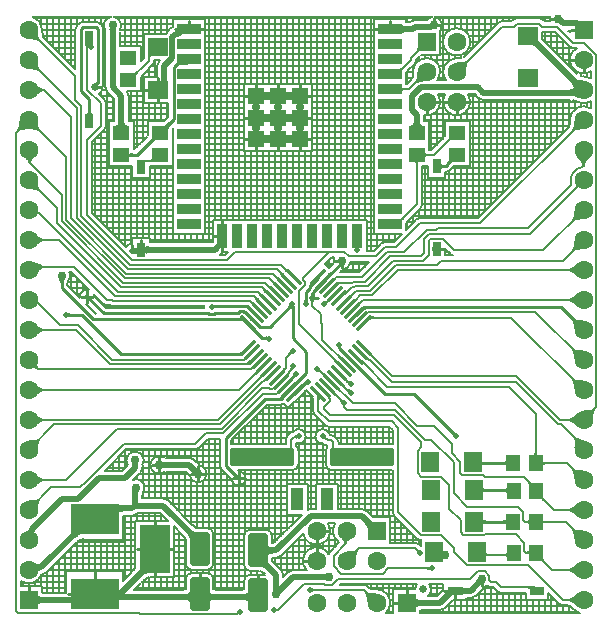
<source format=gtl>
G04*
G04 #@! TF.GenerationSoftware,Altium Limited,Altium Designer,22.1.2 (22)*
G04*
G04 Layer_Physical_Order=1*
G04 Layer_Color=255*
%FSTAX24Y24*%
%MOIN*%
G70*
G04*
G04 #@! TF.SameCoordinates,360A1761-899D-4A34-B866-C5D0D12458BF*
G04*
G04*
G04 #@! TF.FilePolarity,Positive*
G04*
G01*
G75*
%ADD14C,0.0100*%
%ADD19R,0.0787X0.0354*%
%ADD20R,0.0354X0.0787*%
%ADD21R,0.0524X0.0524*%
%ADD22R,0.0315X0.0472*%
G04:AMPARAMS|DCode=23|XSize=66.9mil|YSize=11.8mil|CornerRadius=0mil|HoleSize=0mil|Usage=FLASHONLY|Rotation=135.000|XOffset=0mil|YOffset=0mil|HoleType=Round|Shape=Rectangle|*
%AMROTATEDRECTD23*
4,1,4,0.0278,-0.0195,0.0195,-0.0278,-0.0278,0.0195,-0.0195,0.0278,0.0278,-0.0195,0.0*
%
%ADD23ROTATEDRECTD23*%

G04:AMPARAMS|DCode=24|XSize=66.9mil|YSize=11.8mil|CornerRadius=0mil|HoleSize=0mil|Usage=FLASHONLY|Rotation=225.000|XOffset=0mil|YOffset=0mil|HoleType=Round|Shape=Rectangle|*
%AMROTATEDRECTD24*
4,1,4,0.0195,0.0278,0.0278,0.0195,-0.0195,-0.0278,-0.0278,-0.0195,0.0195,0.0278,0.0*
%
%ADD24ROTATEDRECTD24*%

G04:AMPARAMS|DCode=25|XSize=216.5mil|YSize=59.1mil|CornerRadius=7.4mil|HoleSize=0mil|Usage=FLASHONLY|Rotation=180.000|XOffset=0mil|YOffset=0mil|HoleType=Round|Shape=RoundedRectangle|*
%AMROUNDEDRECTD25*
21,1,0.2165,0.0443,0,0,180.0*
21,1,0.2018,0.0591,0,0,180.0*
1,1,0.0148,-0.1009,0.0221*
1,1,0.0148,0.1009,0.0221*
1,1,0.0148,0.1009,-0.0221*
1,1,0.0148,-0.1009,-0.0221*
%
%ADD25ROUNDEDRECTD25*%
%ADD26R,0.0433X0.0748*%
%ADD27R,0.0472X0.0315*%
G04:AMPARAMS|DCode=28|XSize=110.2mil|YSize=65mil|CornerRadius=6.5mil|HoleSize=0mil|Usage=FLASHONLY|Rotation=270.000|XOffset=0mil|YOffset=0mil|HoleType=Round|Shape=RoundedRectangle|*
%AMROUNDEDRECTD28*
21,1,0.1102,0.0520,0,0,270.0*
21,1,0.0972,0.0650,0,0,270.0*
1,1,0.0130,-0.0260,-0.0486*
1,1,0.0130,-0.0260,0.0486*
1,1,0.0130,0.0260,0.0486*
1,1,0.0130,0.0260,-0.0486*
%
%ADD28ROUNDEDRECTD28*%
%ADD29R,0.0551X0.0472*%
%ADD30R,0.0472X0.0551*%
%ADD31R,0.0600X0.0650*%
%ADD32R,0.0650X0.0600*%
%ADD54C,0.0080*%
%ADD55C,0.0080*%
%ADD56C,0.0200*%
%ADD57C,0.0300*%
%ADD58R,0.0630X0.0630*%
%ADD59C,0.0630*%
%ADD60R,0.1000X0.1600*%
%ADD61R,0.1600X0.1000*%
%ADD62R,0.0630X0.0630*%
%ADD63C,0.0200*%
%ADD64C,0.0260*%
G36*
X024047Y02961D02*
X023875Y029585D01*
X023864Y029785D01*
X023881Y029785D01*
X023932Y029788D01*
X023941Y02979D01*
X023948Y029791D01*
X023953Y029793D01*
X023956Y029796D01*
X023958Y029798D01*
X024047Y02961D01*
D02*
G37*
G36*
X013504Y029641D02*
X013503Y029638D01*
X013502Y029632D01*
X013501Y029617D01*
X0135Y029565D01*
X0135Y029548D01*
X0133D01*
X013295Y029643D01*
X013505D01*
X013504Y029641D01*
D02*
G37*
G36*
X02305Y029789D02*
X023056Y029776D01*
X023066Y029765D01*
X02308Y029755D01*
X023098Y029746D01*
X02312Y02974D01*
X023146Y029734D01*
X023176Y02973D01*
X02321Y029728D01*
X023248Y029727D01*
Y029527D01*
X02321Y029527D01*
X023146Y029521D01*
X02312Y029515D01*
X023098Y029508D01*
X02308Y0295D01*
X023066Y02949D01*
X023056Y029479D01*
X02305Y029466D01*
X023048Y029451D01*
Y029803D01*
X02305Y029789D01*
D02*
G37*
G36*
X010915Y029548D02*
X010925Y029424D01*
X010931Y02939D01*
X010938Y029359D01*
X010947Y029332D01*
X010958Y029309D01*
X010969Y02929D01*
X010983Y029274D01*
X010926Y029217D01*
X01091Y029231D01*
X010891Y029242D01*
X010868Y029253D01*
X010841Y029262D01*
X01081Y029269D01*
X010776Y029275D01*
X010738Y02928D01*
X010652Y029285D01*
X010603Y029285D01*
X010915Y029597D01*
X010915Y029548D01*
D02*
G37*
G36*
X012726Y029164D02*
X012728Y029144D01*
X012729Y029136D01*
X012731Y029128D01*
X012733Y029121D01*
X012736Y029114D01*
X012739Y029108D01*
X012742Y029103D01*
X012746Y029099D01*
X012606D01*
X01261Y029103D01*
X012613Y029108D01*
X012616Y029114D01*
X012619Y029121D01*
X012621Y029128D01*
X012623Y029136D01*
X012624Y029144D01*
X012625Y029154D01*
X012626Y029174D01*
X012726D01*
X012726Y029164D01*
D02*
G37*
G36*
X012738Y029093D02*
X012736Y029091D01*
X012734Y029088D01*
X012732Y029084D01*
X01273Y029078D01*
X012728Y02907D01*
X012727Y029062D01*
X012726Y02904D01*
X012726Y029028D01*
X012626D01*
X012626Y02904D01*
X012624Y02907D01*
X012622Y029078D01*
X012621Y029084D01*
X012619Y029088D01*
X012617Y029091D01*
X012616Y029091D01*
X01261Y029087D01*
X012604Y029081D01*
X0126Y029074D01*
X012596Y029065D01*
X012594Y029054D01*
X012592Y029042D01*
X01259Y029028D01*
X01259Y029013D01*
X01251D01*
X01251Y029028D01*
X012509Y029042D01*
X012507Y029054D01*
X012504Y029064D01*
X012501Y029073D01*
X012497Y02908D01*
X012492Y029086D01*
X012487Y02909D01*
X012481Y029092D01*
X012474Y029093D01*
X012611Y029094D01*
X012611Y029094D01*
X012741D01*
X012738Y029093D01*
D02*
G37*
G36*
X027561Y029369D02*
X027556Y02935D01*
X027556Y029329D01*
X027562Y029305D01*
X027573Y029278D01*
X02759Y029249D01*
X027613Y029216D01*
X027641Y029181D01*
X027715Y029101D01*
X027574Y02896D01*
X027533Y029D01*
X027459Y029062D01*
X027426Y029085D01*
X027397Y029102D01*
X02737Y029113D01*
X027346Y029119D01*
X027325Y029119D01*
X027306Y029114D01*
X027291Y029102D01*
X027573Y029384D01*
X027561Y029369D01*
D02*
G37*
G36*
X023669Y028886D02*
X023663Y028891D01*
X023656Y028893D01*
X023647D01*
X023638Y028891D01*
X023627Y028886D01*
X023615Y028879D01*
X023602Y02887D01*
X023588Y028859D01*
X023556Y02883D01*
X0235Y028886D01*
X023516Y028903D01*
X02354Y028932D01*
X023549Y028945D01*
X023556Y028957D01*
X023561Y028968D01*
X023563Y028977D01*
Y028986D01*
X023561Y028993D01*
X023556Y028999D01*
X023669Y028886D01*
D02*
G37*
G36*
X014687Y028722D02*
X014681Y028719D01*
X014675Y028715D01*
X014669Y028709D01*
X014665Y028702D01*
X014661Y028693D01*
X014659Y028682D01*
X014657Y02867D01*
X014655Y028657D01*
X014655Y028641D01*
X014575D01*
X014576Y028721D01*
X014695Y028722D01*
X014687Y028722D01*
D02*
G37*
G36*
X015688Y028453D02*
X015681Y028459D01*
X015673Y028463D01*
X015663Y028463D01*
X015651Y028461D01*
X015638Y028455D01*
X015623Y028446D01*
X015606Y028435D01*
X015588Y02842D01*
X015546Y028381D01*
X015464Y02844D01*
X01549Y028466D01*
X015547Y028534D01*
X015559Y028552D01*
X015568Y028569D01*
X015574Y028584D01*
X015577Y028597D01*
X015576Y028608D01*
X015572Y028617D01*
X015688Y028453D01*
D02*
G37*
G36*
X023105Y028303D02*
X023093Y028291D01*
X023053Y028245D01*
X023049Y02824D01*
X023047Y028235D01*
X023046Y028232D01*
X023047Y02823D01*
X022975Y028302D01*
X022977Y028301D01*
X02298Y028302D01*
X022985Y028304D01*
X02299Y028308D01*
X022997Y028313D01*
X023014Y028327D01*
X023048Y02836D01*
X023105Y028303D01*
D02*
G37*
G36*
X010915Y028548D02*
X010925Y028424D01*
X010931Y02839D01*
X010938Y028359D01*
X010947Y028332D01*
X010958Y028309D01*
X010969Y02829D01*
X010983Y028274D01*
X010926Y028217D01*
X01091Y028231D01*
X010891Y028242D01*
X010868Y028253D01*
X010841Y028262D01*
X01081Y028269D01*
X010776Y028275D01*
X010738Y02828D01*
X010652Y028285D01*
X010603Y028285D01*
X010915Y028597D01*
X010915Y028548D01*
D02*
G37*
G36*
X025253Y028526D02*
X025239Y02851D01*
X025228Y028491D01*
X025217Y028468D01*
X025208Y028441D01*
X025201Y02841D01*
X025195Y028376D01*
X02519Y028338D01*
X025185Y028252D01*
X025185Y028203D01*
X024873Y028515D01*
X024922Y028515D01*
X025046Y028525D01*
X02508Y028531D01*
X025111Y028538D01*
X025138Y028547D01*
X025161Y028558D01*
X02518Y028569D01*
X025196Y028583D01*
X025253Y028526D01*
D02*
G37*
G36*
X014257Y028159D02*
X014241Y028143D01*
X014216Y028113D01*
X014207Y0281D01*
X0142Y028088D01*
X014195Y028078D01*
X014193Y028068D01*
X014193Y02806D01*
X014195Y028052D01*
X014199Y028046D01*
X014087Y028158D01*
X014093Y028154D01*
X014101Y028152D01*
X014109Y028152D01*
X014119Y028154D01*
X014129Y028159D01*
X014141Y028166D01*
X014154Y028175D01*
X014169Y028186D01*
X0142Y028216D01*
X014257Y028159D01*
D02*
G37*
G36*
X023867Y027885D02*
X023818Y027885D01*
X023694Y027875D01*
X02366Y027869D01*
X023629Y027862D01*
X023602Y027853D01*
X023579Y027842D01*
X02356Y027831D01*
X023544Y027817D01*
X023487Y027874D01*
X023501Y02789D01*
X023512Y027909D01*
X023523Y027932D01*
X023532Y027959D01*
X023539Y02799D01*
X023545Y028024D01*
X02355Y028062D01*
X023555Y028148D01*
X023555Y028197D01*
X023867Y027885D01*
D02*
G37*
G36*
X012943Y027815D02*
X012936Y027808D01*
X012925Y027795D01*
X01292Y027789D01*
X012917Y027783D01*
X012915Y027778D01*
X012913Y027773D01*
X012913Y027769D01*
X012913Y027765D01*
X012914Y027762D01*
X012802Y02783D01*
X012805Y02783D01*
X012809Y027832D01*
X012814Y027835D01*
X01282Y027839D01*
X012826Y027843D01*
X012841Y027856D01*
X01287Y027884D01*
X012943Y027815D01*
D02*
G37*
G36*
X023048Y0277D02*
X02305Y027693D01*
X023054Y027687D01*
X02306Y027682D01*
X023067Y027677D01*
X023076Y027674D01*
X023087Y027671D01*
X023099Y027669D01*
X023113Y027668D01*
X023128Y027667D01*
Y027587D01*
X023113Y027587D01*
X023099Y027586D01*
X023087Y027584D01*
X023076Y027581D01*
X023067Y027577D01*
X02306Y027573D01*
X023054Y027568D01*
X02305Y027562D01*
X023048Y027555D01*
X023047Y027547D01*
Y027707D01*
X023048Y0277D01*
D02*
G37*
G36*
X010862Y027782D02*
X010923Y027726D01*
X010952Y027703D01*
X01098Y027684D01*
X011006Y027668D01*
X011032Y027656D01*
X011056Y027647D01*
X011078Y027642D01*
X0111Y02764D01*
Y02756D01*
X011078Y027558D01*
X011056Y027553D01*
X011032Y027544D01*
X011006Y027532D01*
X01098Y027516D01*
X010952Y027497D01*
X010923Y027474D01*
X010862Y027418D01*
X010829Y027384D01*
Y027816D01*
X010862Y027782D01*
D02*
G37*
G36*
X028831Y027987D02*
X028854Y02797D01*
X028877Y027955D01*
X028902Y027942D01*
X028929Y027932D01*
X028956Y027924D01*
X028985Y027918D01*
X029015Y027914D01*
X029047Y027913D01*
X029079Y027914D01*
X028849Y027656D01*
X028947Y027324D01*
X028917Y027341D01*
X028857Y027368D01*
X028827Y027379D01*
X02877Y027396D01*
X028742Y027402D01*
X028714Y027407D01*
X028687Y027409D01*
X02866Y02741D01*
X028596Y02761D01*
X028626Y027611D01*
X028654Y027615D01*
X028681Y027622D01*
X028706Y027632D01*
X028729Y027644D01*
X028751Y027659D01*
X028771Y027677D01*
X028773Y027679D01*
X028772Y027682D01*
X028764Y027711D01*
X028754Y027739D01*
X028742Y027765D01*
X028729Y02779D01*
X028713Y027814D01*
X028696Y027836D01*
X028677Y027857D01*
X02881Y028007D01*
X028831Y027987D01*
D02*
G37*
G36*
X01268Y026888D02*
X012682Y026871D01*
X012685Y026855D01*
X012688Y026842D01*
X012693Y026831D01*
X012698Y026822D01*
X012704Y026815D01*
X012712Y02681D01*
X012721Y026807D01*
X01273Y026806D01*
X01253D01*
X012539Y026807D01*
X012548Y02681D01*
X012556Y026815D01*
X012562Y026822D01*
X012567Y026831D01*
X012572Y026842D01*
X012576Y026855D01*
X012578Y026871D01*
X012579Y026888D01*
X01258Y026907D01*
X01268D01*
X01268Y026888D01*
D02*
G37*
G36*
X023645Y026573D02*
X023648Y026538D01*
X023653Y026508D01*
X02366Y026482D01*
X023669Y02646D01*
X02368Y026442D01*
X023693Y026428D01*
X023708Y026418D01*
X023725Y026412D01*
X023744Y02641D01*
X023344D01*
X023363Y026412D01*
X02338Y026418D01*
X023395Y026428D01*
X023408Y026442D01*
X023419Y02646D01*
X023428Y026482D01*
X023435Y026508D01*
X02344Y026538D01*
X023443Y026573D01*
X023444Y026611D01*
X023644D01*
X023645Y026573D01*
D02*
G37*
G36*
X015339Y02645D02*
X015317Y026428D01*
X015284Y026389D01*
X015272Y026372D01*
X015263Y026357D01*
X015257Y026343D01*
X015255Y026332D01*
X015256Y026322D01*
X01526Y026315D01*
X015267Y026309D01*
X015088Y02641D01*
X015097Y026406D01*
X015109Y026406D01*
X015122Y026409D01*
X015137Y026415D01*
X015154Y026424D01*
X015173Y026436D01*
X015193Y026452D01*
X015239Y026492D01*
X015264Y026517D01*
X015339Y02645D01*
D02*
G37*
G36*
X013795Y026573D02*
X013798Y026538D01*
X013803Y026508D01*
X01381Y026482D01*
X013819Y02646D01*
X01383Y026442D01*
X013843Y026428D01*
X013858Y026418D01*
X013875Y026412D01*
X013894Y02641D01*
X013794D01*
X013797Y026365D01*
X013799Y026356D01*
X013801Y026349D01*
X013803Y026344D01*
X013805Y026341D01*
X013807Y026339D01*
X013613Y02626D01*
X013596Y02641D01*
X013494D01*
X013513Y026412D01*
X01353Y026418D01*
X013545Y026428D01*
X013558Y026442D01*
X013569Y02646D01*
X013578Y026482D01*
X013585Y026508D01*
X01359Y026538D01*
X013593Y026573D01*
X013594Y026611D01*
X013794D01*
X013795Y026573D01*
D02*
G37*
G36*
X029097Y026285D02*
X029048Y026285D01*
X028924Y026275D01*
X02889Y026269D01*
X028859Y026262D01*
X028832Y026253D01*
X028809Y026242D01*
X02879Y026231D01*
X028774Y026217D01*
X028717Y026274D01*
X028731Y02629D01*
X028742Y026309D01*
X028753Y026332D01*
X028762Y026359D01*
X028769Y02639D01*
X028775Y026424D01*
X02878Y026462D01*
X028785Y026548D01*
X028785Y026597D01*
X029097Y026285D01*
D02*
G37*
G36*
X010915Y026548D02*
X010925Y026424D01*
X010931Y02639D01*
X010938Y026359D01*
X010947Y026332D01*
X010958Y026309D01*
X010969Y02629D01*
X010983Y026274D01*
X010926Y026217D01*
X01091Y026231D01*
X010891Y026242D01*
X010868Y026253D01*
X010841Y026262D01*
X01081Y026269D01*
X010776Y026275D01*
X010738Y02628D01*
X010652Y026285D01*
X010603Y026285D01*
X010915Y026597D01*
X010915Y026548D01*
D02*
G37*
G36*
X010597Y026285D02*
X010548Y026285D01*
X010424Y026275D01*
X01039Y026269D01*
X010359Y026262D01*
X010332Y026253D01*
X010309Y026242D01*
X01029Y026231D01*
X010274Y026217D01*
X010217Y026274D01*
X010231Y02629D01*
X010242Y026309D01*
X010253Y026332D01*
X010262Y026359D01*
X010269Y02639D01*
X010275Y026424D01*
X01028Y026462D01*
X010285Y026548D01*
X010285Y026597D01*
X010597Y026285D01*
D02*
G37*
G36*
X024733Y025942D02*
X024727Y025946D01*
X024719Y025948D01*
X024711Y025948D01*
X024701Y025946D01*
X024691Y025941D01*
X024679Y025934D01*
X024666Y025925D01*
X024651Y025914D01*
X02462Y025884D01*
X024563Y025941D01*
X024579Y025957D01*
X024604Y025987D01*
X024613Y026D01*
X02462Y026012D01*
X024625Y026022D01*
X024627Y026032D01*
X024627Y02604D01*
X024625Y026048D01*
X024621Y026054D01*
X024733Y025942D01*
D02*
G37*
G36*
X014861D02*
X014853Y025947D01*
X014844Y02595D01*
X014834Y02595D01*
X014822Y025947D01*
X014808Y025941D01*
X014793Y025933D01*
X014777Y025921D01*
X014759Y025907D01*
X01472Y02587D01*
X014649Y025941D01*
X014669Y025961D01*
X0147Y025998D01*
X014712Y026015D01*
X01472Y026029D01*
X014726Y026043D01*
X014729Y026055D01*
X014729Y026065D01*
X014726Y026074D01*
X014721Y026082D01*
X014861Y025942D01*
D02*
G37*
G36*
X023819Y0255D02*
X023822Y025493D01*
X023826Y025487D01*
X023831Y025482D01*
X023838Y025478D01*
X023847Y025474D01*
X023858Y025471D01*
X02387Y025469D01*
X023883Y025468D01*
X023898Y025468D01*
Y025388D01*
X023883Y025387D01*
X02387Y025386D01*
X023858Y025384D01*
X023847Y025381D01*
X023838Y025378D01*
X023831Y025373D01*
X023826Y025368D01*
X023822Y025362D01*
X023819Y025355D01*
X023818Y025348D01*
Y025508D01*
X023819Y0255D01*
D02*
G37*
G36*
X013969Y025518D02*
X013972Y02551D01*
X013977Y025502D01*
X013984Y025496D01*
X013993Y02549D01*
X014004Y025486D01*
X014017Y025482D01*
X014032Y02548D01*
X014049Y025478D01*
X014068Y025478D01*
Y025378D01*
X014049Y025377D01*
X014032Y025376D01*
X014017Y025373D01*
X014004Y02537D01*
X013993Y025365D01*
X013984Y02536D01*
X013977Y025353D01*
X013972Y025346D01*
X013969Y025337D01*
X013968Y025328D01*
Y025528D01*
X013969Y025518D01*
D02*
G37*
G36*
X024702Y025194D02*
X0247Y025194D01*
X024697Y025193D01*
X024693Y02519D01*
X024686Y025185D01*
X02467Y025171D01*
X02462Y025122D01*
X024549Y025193D01*
X024563Y025207D01*
X02462Y02527D01*
X024621Y025274D01*
X024621Y025275D01*
X024702Y025194D01*
D02*
G37*
G36*
X01472Y025193D02*
X014719Y025192D01*
X014716Y025192D01*
X0147Y025192D01*
X01464Y025192D01*
Y025271D01*
X014655Y025272D01*
X014669Y025273D01*
X014681Y025275D01*
X014691Y025278D01*
X0147Y025282D01*
X014708Y025286D01*
X014713Y025291D01*
X014717Y025297D01*
X01472Y025304D01*
X014721Y025312D01*
X01472Y025193D01*
D02*
G37*
G36*
X010755Y025324D02*
X010738Y02531D01*
X010724Y025295D01*
X010711Y025279D01*
X0107Y025262D01*
X010692Y025244D01*
X010685Y025226D01*
X01068Y025206D01*
X010677Y025186D01*
X010676Y025165D01*
X010596D01*
X010595Y025185D01*
X010592Y025203D01*
X010586Y02522D01*
X010579Y025236D01*
X01057Y02525D01*
X010558Y025264D01*
X010544Y025276D01*
X010529Y025287D01*
X010511Y025296D01*
X010491Y025305D01*
X010774Y025337D01*
X010755Y025324D01*
D02*
G37*
G36*
X014586Y025192D02*
X014571Y025191D01*
X014557Y02519D01*
X014545Y025188D01*
X014535Y025185D01*
X014526Y025182D01*
X014518Y025177D01*
X014513Y025172D01*
X014508Y025166D01*
X014506Y025159D01*
X014505Y025152D01*
X014506Y025263D01*
X014507Y025265D01*
X014509Y025266D01*
X014513Y025267D01*
X014519Y025268D01*
X014526Y025269D01*
X014545Y025271D01*
X014586Y025271D01*
Y025192D01*
D02*
G37*
G36*
X023616Y025193D02*
X02361Y025191D01*
X023604Y025187D01*
X023598Y025181D01*
X023594Y025174D01*
X02359Y025165D01*
X023588Y025154D01*
X023586Y025142D01*
X023584Y025128D01*
X023584Y025113D01*
X023504D01*
X023504Y025128D01*
X023502Y025142D01*
X0235Y025154D01*
X023498Y025165D01*
X023494Y025174D01*
X02349Y025181D01*
X023484Y025187D01*
X023478Y025191D01*
X023472Y025193D01*
X023464Y025194D01*
X023624D01*
X023616Y025193D01*
D02*
G37*
G36*
X029286Y02534D02*
X029205Y025246D01*
X029185Y025218D01*
X029169Y025191D01*
X029156Y025165D01*
X029147Y025142D01*
X029142Y025119D01*
X02914Y025099D01*
X02906D01*
X029058Y025119D01*
X029053Y025142D01*
X029044Y025165D01*
X029031Y025191D01*
X029015Y025218D01*
X028995Y025246D01*
X028972Y025276D01*
X028914Y02534D01*
X02888Y025375D01*
X02932D01*
X029286Y02534D01*
D02*
G37*
G36*
X024356Y025141D02*
X024359Y025132D01*
X024364Y025124D01*
X024371Y025118D01*
X02438Y025113D01*
X024392Y025108D01*
X024405Y025104D01*
X02442Y025102D01*
X024437Y025101D01*
X024456Y0251D01*
Y025D01*
X024437Y024999D01*
X02442Y024998D01*
X024405Y024996D01*
X024392Y024992D01*
X02438Y024987D01*
X024371Y024982D01*
X024364Y024976D01*
X024359Y024968D01*
X024356Y024959D01*
X024355Y02495D01*
Y02515D01*
X024356Y025141D01*
D02*
G37*
G36*
X010915Y024548D02*
X010925Y024424D01*
X010931Y02439D01*
X010938Y024359D01*
X010947Y024332D01*
X010958Y024309D01*
X010969Y02429D01*
X010983Y024274D01*
X010926Y024217D01*
X01091Y024231D01*
X010891Y024242D01*
X010868Y024253D01*
X010841Y024262D01*
X01081Y024269D01*
X010776Y024275D01*
X010738Y02428D01*
X010652Y024285D01*
X010603Y024285D01*
X010915Y024597D01*
X010915Y024548D01*
D02*
G37*
G36*
X010912Y023556D02*
X010913Y023552D01*
X010915Y023548D01*
X010917Y023546D01*
X010921Y023543D01*
X010925Y023541D01*
X010931Y023539D01*
X010937Y023538D01*
X010944Y023538D01*
X010953Y023537D01*
Y023457D01*
X010939Y023457D01*
X010905Y023455D01*
X010897Y023453D01*
X010889Y023451D01*
X010883Y023448D01*
X010878Y023446D01*
X010874Y023443D01*
X010871Y023439D01*
X010912Y02356D01*
X010912Y023556D01*
D02*
G37*
G36*
X023105Y023293D02*
X023089Y023277D01*
X023065Y023248D01*
X023056Y023236D01*
X023049Y023224D01*
X023044Y023213D01*
X023042Y023203D01*
X023041Y023194D01*
X023043Y023187D01*
X023047Y02318D01*
X022945Y023302D01*
X022951Y023297D01*
X022958Y023295D01*
X022966Y023295D01*
X022975Y023297D01*
X022986Y023302D01*
X022998Y023308D01*
X023011Y023318D01*
X023026Y02333D01*
X023058Y02336D01*
X023105Y023293D01*
D02*
G37*
G36*
X029097Y023285D02*
X029048Y023285D01*
X028924Y023275D01*
X02889Y023269D01*
X028859Y023262D01*
X028832Y023253D01*
X028809Y023242D01*
X02879Y023231D01*
X028774Y023217D01*
X028717Y023274D01*
X028731Y02329D01*
X028742Y023309D01*
X028753Y023332D01*
X028762Y023359D01*
X028769Y02339D01*
X028775Y023424D01*
X02878Y023462D01*
X028785Y023548D01*
X028785Y023597D01*
X029097Y023285D01*
D02*
G37*
G36*
X01086Y022786D02*
X010954Y022705D01*
X010982Y022685D01*
X011009Y022669D01*
X011035Y022656D01*
X011058Y022647D01*
X011081Y022642D01*
X011101Y02264D01*
Y02256D01*
X011081Y022558D01*
X011058Y022553D01*
X011035Y022544D01*
X011009Y022531D01*
X010982Y022515D01*
X010954Y022495D01*
X010924Y022472D01*
X01086Y022414D01*
X010825Y02238D01*
Y02282D01*
X01086Y022786D01*
D02*
G37*
G36*
X02161Y022396D02*
X021611Y022376D01*
X021613Y022368D01*
X021614Y02236D01*
X021617Y022353D01*
X021619Y022346D01*
X021622Y022341D01*
X021641D01*
X021635Y02234D01*
X021629Y022338D01*
X021626Y022335D01*
X021629Y022331D01*
X021623D01*
X021621Y022328D01*
X021617Y022321D01*
X021614Y022312D01*
X021612Y022301D01*
X021611Y022289D01*
X02161Y022275D01*
X021609Y02226D01*
X021509D01*
X021509Y022275D01*
X021507Y022301D01*
X021504Y022312D01*
X021502Y022321D01*
X021498Y022328D01*
X021496Y022331D01*
X021489D01*
X021493Y022335D01*
X021489Y022338D01*
X021484Y02234D01*
X021478Y022341D01*
X021497D01*
X0215Y022346D01*
X021502Y022353D01*
X021504Y02236D01*
X021506Y022368D01*
X021508Y022376D01*
X021509Y022386D01*
X021509Y022407D01*
X021609D01*
X02161Y022396D01*
D02*
G37*
G36*
X029097Y022285D02*
X029048Y022285D01*
X028924Y022275D01*
X02889Y022269D01*
X028859Y022262D01*
X028832Y022253D01*
X028809Y022242D01*
X02879Y022231D01*
X028774Y022217D01*
X028717Y022274D01*
X028731Y02229D01*
X028742Y022309D01*
X028753Y022332D01*
X028762Y022359D01*
X028769Y02239D01*
X028775Y022424D01*
X02878Y022462D01*
X028785Y022548D01*
X028785Y022597D01*
X029097Y022285D01*
D02*
G37*
G36*
X014508Y022453D02*
X014514Y022436D01*
X014524Y022421D01*
X014538Y022408D01*
X014556Y022397D01*
X014578Y022388D01*
X014604Y022381D01*
X014634Y022376D01*
X014668Y022373D01*
X014706Y022372D01*
Y022172D01*
X014668Y022171D01*
X014634Y022168D01*
X014604Y022163D01*
X014578Y022156D01*
X014556Y022147D01*
X014538Y022136D01*
X014524Y022123D01*
X014514Y022108D01*
X014508Y022091D01*
X014506Y022072D01*
Y022472D01*
X014508Y022453D01*
D02*
G37*
G36*
X019183Y021655D02*
X01921Y021632D01*
X019217Y021627D01*
X019224Y021623D01*
X019229Y021621D01*
X019234Y02162D01*
X019238Y02162D01*
X019241Y021622D01*
X019159Y02154D01*
X019161Y021543D01*
X019161Y021547D01*
X01916Y021552D01*
X019158Y021557D01*
X019154Y021564D01*
X019149Y021571D01*
X019143Y021579D01*
X019126Y021599D01*
X019115Y021609D01*
X019172Y021666D01*
X019183Y021655D01*
D02*
G37*
G36*
X020745Y021477D02*
X020732Y021464D01*
X020681Y021406D01*
X02068Y021403D01*
X02068Y021401D01*
X020598Y021483D01*
X0206Y021483D01*
X020603Y021484D01*
X020608Y021486D01*
X020613Y021491D01*
X020628Y021504D01*
X020675Y021548D01*
X020745Y021477D01*
D02*
G37*
G36*
X010796Y021854D02*
X011041Y021746D01*
X011058Y021741D01*
X011071Y02174D01*
X011098Y02166D01*
X011075Y021658D01*
X011052Y021652D01*
X011029Y021642D01*
X011007Y021628D01*
X010985Y021611D01*
X010964Y021589D01*
X010943Y021563D01*
X010923Y021534D01*
X010903Y0215D01*
X010883Y021462D01*
X010743Y02188D01*
X010796Y021854D01*
D02*
G37*
G36*
X019043Y021516D02*
X019071Y021493D01*
X019078Y021488D01*
X019085Y021484D01*
X01909Y021482D01*
X019095Y021481D01*
X019099Y021481D01*
X019102Y021483D01*
X01902Y021401D01*
X019022Y021404D01*
X019022Y021408D01*
X019021Y021413D01*
X019019Y021418D01*
X019015Y021425D01*
X01901Y021432D01*
X019004Y02144D01*
X018987Y021459D01*
X018976Y02147D01*
X019032Y021527D01*
X019043Y021516D01*
D02*
G37*
G36*
X028875Y02138D02*
X02884Y021414D01*
X028746Y021495D01*
X028718Y021515D01*
X028691Y021531D01*
X028665Y021544D01*
X028642Y021553D01*
X028619Y021558D01*
X028599Y02156D01*
Y02164D01*
X028619Y021642D01*
X028642Y021647D01*
X028665Y021656D01*
X028691Y021669D01*
X028718Y021685D01*
X028746Y021705D01*
X028776Y021728D01*
X02884Y021786D01*
X028875Y02182D01*
Y02138D01*
D02*
G37*
G36*
X018904Y021377D02*
X018932Y021353D01*
X018939Y021348D01*
X018945Y021345D01*
X018951Y021342D01*
X018956Y021341D01*
X01896Y021342D01*
X018963Y021344D01*
X018881Y021262D01*
X018883Y021265D01*
X018883Y021269D01*
X018882Y021273D01*
X01888Y021279D01*
X018876Y021285D01*
X018871Y021293D01*
X018864Y021301D01*
X018847Y02132D01*
X018837Y021331D01*
X018893Y021388D01*
X018904Y021377D01*
D02*
G37*
G36*
X011795Y021282D02*
X011785Y021271D01*
X011777Y021259D01*
X01177Y021247D01*
X011764Y021235D01*
X011759Y021222D01*
X011755Y021209D01*
X011752Y021196D01*
X011751Y021182D01*
X01175Y021169D01*
X01165D01*
X011649Y021182D01*
X011648Y021196D01*
X011645Y021209D01*
X011641Y021222D01*
X011636Y021235D01*
X01163Y021247D01*
X011623Y021259D01*
X011615Y021271D01*
X011605Y021282D01*
X011595Y021293D01*
X011805D01*
X011795Y021282D01*
D02*
G37*
G36*
X018765Y021238D02*
X018792Y021214D01*
X0188Y021209D01*
X018806Y021205D01*
X018812Y021203D01*
X018816Y021202D01*
X01882Y021203D01*
X018823Y021204D01*
X018741Y021123D01*
X018743Y021126D01*
X018744Y021129D01*
X018743Y021134D01*
X018741Y02114D01*
X018737Y021146D01*
X018732Y021154D01*
X018725Y021162D01*
X018708Y021181D01*
X018698Y021192D01*
X018754Y021248D01*
X018765Y021238D01*
D02*
G37*
G36*
X020069Y021069D02*
X020069Y021068D01*
X020068Y021066D01*
X020062Y02106D01*
X02002Y021017D01*
X019949Y021088D01*
X019958Y021098D01*
X019979Y021122D01*
X019984Y021129D01*
X019987Y021135D01*
X019989Y02114D01*
X01999Y021144D01*
X019989Y021148D01*
X019988Y021151D01*
X020069Y021069D01*
D02*
G37*
G36*
X018626Y021099D02*
X018653Y021075D01*
X018661Y02107D01*
X018667Y021066D01*
X018673Y021064D01*
X018677Y021063D01*
X018681Y021063D01*
X018684Y021065D01*
X018602Y020983D01*
X018604Y020986D01*
X018605Y02099D01*
X018604Y020995D01*
X018601Y021001D01*
X018598Y021007D01*
X018593Y021014D01*
X018586Y021023D01*
X018569Y021042D01*
X018558Y021053D01*
X018615Y021109D01*
X018626Y021099D01*
D02*
G37*
G36*
X018487Y020959D02*
X018514Y020936D01*
X018521Y020931D01*
X018528Y020927D01*
X018533Y020925D01*
X018538Y020924D01*
X018542Y020924D01*
X018545Y020926D01*
X018463Y020844D01*
X018465Y020847D01*
X018465Y020851D01*
X018464Y020856D01*
X018462Y020861D01*
X018458Y020868D01*
X018453Y020875D01*
X018447Y020883D01*
X01843Y020903D01*
X018419Y020913D01*
X018476Y02097D01*
X018487Y020959D01*
D02*
G37*
G36*
X020122Y020796D02*
X020123Y020785D01*
X020125Y020757D01*
X020126Y020749D01*
X020129Y020735D01*
X020131Y020729D01*
X020133Y020724D01*
X020136Y02072D01*
X019998Y020747D01*
X020003Y020751D01*
X020007Y020755D01*
X020011Y02076D01*
X020014Y020766D01*
X020016Y020773D01*
X020019Y02078D01*
X02002Y020789D01*
X020022Y020798D01*
X020022Y020808D01*
X020022Y020819D01*
X020122Y020796D01*
D02*
G37*
G36*
X018347Y02082D02*
X018375Y020797D01*
X018382Y020792D01*
X018389Y020788D01*
X018394Y020786D01*
X018399Y020785D01*
X018403Y020785D01*
X018406Y020787D01*
X018324Y020705D01*
X018326Y020708D01*
X018326Y020712D01*
X018325Y020717D01*
X018323Y020722D01*
X018319Y020729D01*
X018314Y020736D01*
X018308Y020744D01*
X018291Y020763D01*
X01828Y020774D01*
X018337Y020831D01*
X018347Y02082D01*
D02*
G37*
G36*
X018208Y020681D02*
X018236Y020657D01*
X018243Y020652D01*
X018249Y020649D01*
X018255Y020646D01*
X01826Y020645D01*
X018264Y020646D01*
X018267Y020648D01*
X018185Y020566D01*
X018187Y020569D01*
X018187Y020573D01*
X018186Y020577D01*
X018184Y020583D01*
X01818Y020589D01*
X018175Y020597D01*
X018168Y020605D01*
X018151Y020624D01*
X018141Y020635D01*
X018197Y020692D01*
X018208Y020681D01*
D02*
G37*
G36*
X020123Y02059D02*
X020118Y020584D01*
X020114Y020576D01*
X02011Y020569D01*
X020107Y020561D01*
X020104Y020552D01*
X020103Y020544D01*
X020101Y020534D01*
X0201Y020525D01*
X0201Y020515D01*
X02002Y020509D01*
X02002Y020519D01*
X020019Y020529D01*
X020017Y020538D01*
X020015Y020546D01*
X020012Y020554D01*
X020009Y020562D01*
X020004Y020569D01*
X02Y020576D01*
X019994Y020582D01*
X019988Y020588D01*
X020128Y020597D01*
X020123Y02059D01*
D02*
G37*
G36*
X019884Y020594D02*
X019885Y020574D01*
X019887Y020566D01*
X019889Y020558D01*
X019892Y020552D01*
X019895Y020546D01*
X019899Y02054D01*
X019903Y020536D01*
X019907Y020532D01*
X019769Y020509D01*
X019772Y020513D01*
X019774Y020518D01*
X019776Y020524D01*
X019778Y02053D01*
X01978Y020538D01*
X019781Y020545D01*
X019783Y020564D01*
X019783Y020585D01*
X019883Y020604D01*
X019884Y020594D01*
D02*
G37*
G36*
X021698Y020496D02*
X021688Y020485D01*
X021664Y020458D01*
X021659Y02045D01*
X021655Y020444D01*
X021653Y020438D01*
X021652Y020434D01*
X021653Y02043D01*
X021654Y020427D01*
X021573Y020509D01*
X021576Y020507D01*
X021579Y020506D01*
X021584Y020507D01*
X02159Y020509D01*
X021596Y020513D01*
X021604Y020518D01*
X021612Y020525D01*
X021631Y020542D01*
X021642Y020552D01*
X021698Y020496D01*
D02*
G37*
G36*
X020586Y020529D02*
X020579Y020522D01*
X020573Y020514D01*
X020567Y020507D01*
X020563Y020499D01*
X020559Y020491D01*
X020555Y020484D01*
X020553Y020476D01*
X020551Y020468D01*
X02055Y020459D01*
X02055Y020451D01*
X020451Y02055D01*
X020459Y02055D01*
X020468Y020551D01*
X020476Y020553D01*
X020484Y020555D01*
X020491Y020559D01*
X020499Y020563D01*
X020507Y020567D01*
X020514Y020573D01*
X020522Y020579D01*
X020529Y020586D01*
X020586Y020529D01*
D02*
G37*
G36*
X018069Y020542D02*
X018096Y020518D01*
X018104Y020513D01*
X01811Y020509D01*
X018116Y020507D01*
X018121Y020506D01*
X018124Y020507D01*
X018127Y020509D01*
X018046Y020427D01*
X018047Y02043D01*
X018048Y020434D01*
X018047Y020438D01*
X018045Y020444D01*
X018041Y02045D01*
X018036Y020458D01*
X018029Y020466D01*
X018012Y020485D01*
X018002Y020496D01*
X018058Y020552D01*
X018069Y020542D01*
D02*
G37*
G36*
X028875Y02038D02*
X02884Y020414D01*
X028746Y020495D01*
X028718Y020515D01*
X028691Y020531D01*
X028665Y020544D01*
X028642Y020553D01*
X028619Y020558D01*
X028599Y02056D01*
Y02064D01*
X028619Y020642D01*
X028642Y020647D01*
X028665Y020656D01*
X028691Y020669D01*
X028718Y020685D01*
X028746Y020705D01*
X028776Y020728D01*
X02884Y020786D01*
X028875Y02082D01*
Y02038D01*
D02*
G37*
G36*
X021835Y020327D02*
X021794Y020287D01*
X021718Y020362D01*
X021719Y020361D01*
X021721Y020362D01*
X021724Y020363D01*
X021728Y020365D01*
X021732Y020368D01*
X021743Y020377D01*
X021757Y02039D01*
X021764Y020398D01*
X021835Y020327D01*
D02*
G37*
G36*
X016757Y020442D02*
X016762Y02044D01*
X016767Y020438D01*
X016774Y020437D01*
X016781Y020435D01*
X016797Y020434D01*
X016817Y020433D01*
X016828Y020433D01*
X016856Y020333D01*
X016846Y020332D01*
X016827Y02033D01*
X016818Y020329D01*
X016811Y020326D01*
X016804Y020324D01*
X016798Y02032D01*
X016793Y020317D01*
X016789Y020313D01*
X016786Y020308D01*
X016753Y020444D01*
X016757Y020442D01*
D02*
G37*
G36*
X019363Y020376D02*
X019467Y020386D01*
X019464Y020382D01*
X019461Y020376D01*
X019458Y020371D01*
X019456Y020364D01*
X019454Y020357D01*
X019453Y020349D01*
X019452Y02034D01*
X01945Y020321D01*
X01945Y02031D01*
X01935Y020298D01*
X01935Y020309D01*
X019348Y020328D01*
X019347Y020333D01*
X019344Y020331D01*
X019337Y020325D01*
X019322Y020311D01*
X019251Y020382D01*
X019258Y020389D01*
X019271Y020404D01*
X019276Y020411D01*
X01928Y020418D01*
X019284Y020425D01*
X019287Y020431D01*
X019289Y020437D01*
X01929Y020443D01*
X01929Y020449D01*
X019363Y020376D01*
D02*
G37*
G36*
X017927Y020407D02*
X017956Y020381D01*
X017964Y020375D01*
X017971Y020371D01*
X017977Y020369D01*
X017981Y020367D01*
X017985Y020368D01*
X017988Y020369D01*
X017906Y020287D01*
X017906Y020288D01*
X017904Y02029D01*
X017891Y020302D01*
X017845Y020347D01*
X017916Y020418D01*
X017927Y020407D01*
D02*
G37*
G36*
X011926Y020166D02*
X011931Y020163D01*
X011936Y02016D01*
X011943Y020157D01*
X01195Y020155D01*
X011958Y020153D01*
X011966Y020152D01*
X011976Y020151D01*
X011997Y02015D01*
Y02005D01*
X011986Y02005D01*
X011966Y020048D01*
X011958Y020047D01*
X01195Y020045D01*
X011943Y020043D01*
X011936Y02004D01*
X011931Y020037D01*
X011926Y020034D01*
X011921Y02003D01*
Y02017D01*
X011926Y020166D01*
D02*
G37*
G36*
X021992Y020081D02*
X021996Y020074D01*
X022002Y020068D01*
X022011Y020063D01*
X022021Y020059D01*
X022035Y020055D01*
X02205Y020053D01*
X022069Y020051D01*
X022112Y020049D01*
Y019969D01*
X022089Y019969D01*
X02205Y019966D01*
X022035Y019963D01*
X022021Y019959D01*
X022011Y019955D01*
X022002Y01995D01*
X021996Y019944D01*
X021992Y019937D01*
X021991Y01993D01*
Y020088D01*
X021992Y020081D01*
D02*
G37*
G36*
X028799Y019974D02*
X028819Y019961D01*
X028842Y01995D01*
X028869Y01994D01*
X028899Y019932D01*
X028932Y019926D01*
X028968Y019921D01*
X029051Y019915D01*
X029097Y019915D01*
X028785Y019603D01*
X028785Y019649D01*
X028779Y019732D01*
X028774Y019768D01*
X028768Y019801D01*
X02876Y019831D01*
X02875Y019858D01*
X028739Y019881D01*
X028726Y019901D01*
X028711Y019918D01*
X028782Y019989D01*
X028799Y019974D01*
D02*
G37*
G36*
X018181Y019618D02*
X018182Y019615D01*
X018185Y01961D01*
X018189Y019605D01*
X018202Y019589D01*
X018246Y019543D01*
X018176Y019472D01*
X018162Y019486D01*
X018104Y019537D01*
X018101Y019538D01*
X018099Y019538D01*
X018181Y019619D01*
X018181Y019618D01*
D02*
G37*
G36*
X01086Y019786D02*
X010954Y019705D01*
X010982Y019685D01*
X011009Y019669D01*
X011035Y019656D01*
X011058Y019647D01*
X011081Y019642D01*
X011101Y01964D01*
Y01956D01*
X011081Y019558D01*
X011058Y019553D01*
X011035Y019544D01*
X011009Y019531D01*
X010982Y019515D01*
X010954Y019495D01*
X010924Y019472D01*
X01086Y019414D01*
X010825Y01938D01*
Y01982D01*
X01086Y019786D01*
D02*
G37*
G36*
X018517Y019249D02*
X018513Y019253D01*
X018509Y019257D01*
X018503Y019261D01*
X018497Y019264D01*
X018491Y019267D01*
X018483Y019269D01*
X018475Y019271D01*
X018466Y019272D01*
X018456Y019273D01*
X018445Y019273D01*
X018468Y019373D01*
X018479Y019373D01*
X018507Y019375D01*
X018515Y019376D01*
X018528Y019379D01*
X018534Y019381D01*
X018539Y019384D01*
X018543Y019386D01*
X018517Y019249D01*
D02*
G37*
G36*
X019399Y0188D02*
X019391Y0188D01*
X019382Y018799D01*
X019374Y018797D01*
X019366Y018795D01*
X019359Y018791D01*
X019351Y018787D01*
X019343Y018783D01*
X019336Y018777D01*
X019328Y018771D01*
X019321Y018764D01*
X019264Y018821D01*
X019271Y018828D01*
X019277Y018836D01*
X019283Y018843D01*
X019287Y018851D01*
X019291Y018859D01*
X019295Y018866D01*
X019297Y018874D01*
X019299Y018882D01*
X0193Y018891D01*
X0193Y018899D01*
X019399Y0188D01*
D02*
G37*
G36*
X02112Y018897D02*
X021178Y018846D01*
X021181Y018845D01*
X021183Y018845D01*
X021101Y018763D01*
X021101Y018765D01*
X0211Y018768D01*
X021098Y018772D01*
X021093Y018778D01*
X02108Y018793D01*
X021036Y018839D01*
X021107Y01891D01*
X02112Y018897D01*
D02*
G37*
G36*
X01771Y018709D02*
X017703Y018715D01*
X017694Y018721D01*
X017685Y018725D01*
X017673Y018729D01*
X017661Y018733D01*
X017647Y018736D01*
X017632Y018738D01*
X017597Y018741D01*
X017578Y018741D01*
Y018841D01*
X017606Y018841D01*
X017652Y018845D01*
X017672Y018849D01*
X017688Y018853D01*
X017702Y018859D01*
X017712Y018865D01*
X01772Y018873D01*
X017726Y018881D01*
X017728Y018891D01*
X01771Y018709D01*
D02*
G37*
G36*
X020985Y018739D02*
X021013Y018715D01*
X02102Y01871D01*
X021027Y018707D01*
X021032Y018704D01*
X021037Y018703D01*
X021041Y018704D01*
X021044Y018706D01*
X020962Y018624D01*
X020964Y018627D01*
X020964Y018631D01*
X020963Y018635D01*
X020961Y018641D01*
X020957Y018647D01*
X020952Y018655D01*
X020946Y018663D01*
X020929Y018682D01*
X020918Y018693D01*
X020975Y01875D01*
X020985Y018739D01*
D02*
G37*
G36*
X02879Y018969D02*
X028809Y018958D01*
X028832Y018947D01*
X028859Y018938D01*
X02889Y018931D01*
X028924Y018925D01*
X028962Y01892D01*
X029048Y018915D01*
X029097Y018915D01*
X028785Y018603D01*
X028785Y018652D01*
X028775Y018776D01*
X028769Y01881D01*
X028762Y018841D01*
X028753Y018868D01*
X028742Y018891D01*
X028731Y01891D01*
X028717Y018926D01*
X028774Y018983D01*
X02879Y018969D01*
D02*
G37*
G36*
X020846Y0186D02*
X020874Y018576D01*
X020881Y018571D01*
X020887Y018567D01*
X020893Y018565D01*
X020898Y018564D01*
X020902Y018565D01*
X020905Y018566D01*
X020823Y018485D01*
X020825Y018488D01*
X020825Y018491D01*
X020824Y018496D01*
X020822Y018502D01*
X020818Y018508D01*
X020813Y018516D01*
X020806Y018524D01*
X020789Y018543D01*
X020779Y018554D01*
X020835Y01861D01*
X020846Y0186D01*
D02*
G37*
G36*
X017972Y018448D02*
X01797Y01845D01*
X017967Y01845D01*
X017964Y018449D01*
X01796Y018448D01*
X017956Y018446D01*
X01795Y018442D01*
X017945Y018438D01*
X017932Y018426D01*
X017924Y018419D01*
X017868Y018476D01*
X017906Y018513D01*
X017972Y018448D01*
D02*
G37*
G36*
X018122Y018298D02*
X018118Y018302D01*
X018113Y018303D01*
X018107Y018304D01*
X018101Y018303D01*
X018095Y018301D01*
X018087Y018297D01*
X01808Y018292D01*
X018071Y018286D01*
X018062Y018278D01*
X018053Y018269D01*
X017996Y018326D01*
X018046Y018373D01*
X018122Y018298D01*
D02*
G37*
G36*
X010895Y018485D02*
X010892Y018465D01*
X01089Y018445D01*
X010891Y018426D01*
X010894Y018408D01*
X010899Y01839D01*
X010906Y018373D01*
X010916Y018356D01*
X010927Y018341D01*
X010941Y018326D01*
X010884Y018269D01*
X010869Y018282D01*
X010854Y018294D01*
X010838Y018303D01*
X010821Y018309D01*
X010804Y018314D01*
X010786Y018316D01*
X010767Y018317D01*
X010748Y018314D01*
X010728Y01831D01*
X010707Y018304D01*
X010901Y018506D01*
X010895Y018485D01*
D02*
G37*
G36*
X021654Y018372D02*
X021655Y018368D01*
X021658Y018364D01*
X021662Y018358D01*
X021675Y018343D01*
X02172Y018297D01*
X021649Y018226D01*
X021635Y01824D01*
X021577Y018291D01*
X021574Y018292D01*
X021573Y018291D01*
X021654Y018373D01*
X021654Y018372D01*
D02*
G37*
G36*
X019441Y018289D02*
X019436Y018286D01*
X01943Y018282D01*
X019423Y018277D01*
X019407Y018265D01*
X019388Y018248D01*
X019353Y018215D01*
X01929Y018264D01*
X019297Y018272D01*
X019303Y018279D01*
X019307Y018286D01*
X019311Y018294D01*
X019314Y018301D01*
X019315Y018308D01*
X019316Y018315D01*
X019315Y018322D01*
X019313Y018328D01*
X019311Y018335D01*
X019441Y018289D01*
D02*
G37*
G36*
X019186Y018289D02*
X019176Y018278D01*
X019167Y018268D01*
X01916Y018258D01*
X019154Y018249D01*
X01915Y01824D01*
X019148Y018232D01*
X019147Y018225D01*
X019149Y018218D01*
X019151Y018212D01*
X019156Y018206D01*
X019074Y018288D01*
X01913Y018346D01*
X019186Y018289D01*
D02*
G37*
G36*
X020296Y018331D02*
X020299Y018324D01*
X020307Y018311D01*
X020312Y018304D01*
X020322Y01829D01*
X020335Y018276D01*
X020342Y018269D01*
X020312Y018186D01*
X020304Y018193D01*
X020297Y018198D01*
X02029Y018203D01*
X020282Y018207D01*
X020275Y01821D01*
X020268Y018212D01*
X020261Y018212D01*
X020253Y018212D01*
X020246Y01821D01*
X020239Y018208D01*
X020293Y018337D01*
X020296Y018331D01*
D02*
G37*
G36*
X018267Y018152D02*
X018264Y018154D01*
X01826Y018155D01*
X018255Y018154D01*
X018249Y018151D01*
X018243Y018148D01*
X018236Y018143D01*
X018227Y018136D01*
X018208Y018119D01*
X018197Y018108D01*
X018141Y018165D01*
X018151Y018176D01*
X018175Y018203D01*
X01818Y018211D01*
X018184Y018217D01*
X018186Y018223D01*
X018187Y018227D01*
X018187Y018231D01*
X018185Y018234D01*
X018267Y018152D01*
D02*
G37*
G36*
X020429Y018182D02*
X020456Y018159D01*
X020463Y018154D01*
X02047Y01815D01*
X020475Y018148D01*
X02048Y018147D01*
X020484Y018147D01*
X020487Y018149D01*
X020405Y018067D01*
X020407Y01807D01*
X020407Y018074D01*
X020406Y018079D01*
X020404Y018084D01*
X0204Y018091D01*
X020395Y018098D01*
X020389Y018106D01*
X020372Y018125D01*
X020361Y018136D01*
X020418Y018193D01*
X020429Y018182D01*
D02*
G37*
G36*
X018406Y018013D02*
X018403Y018015D01*
X018399Y018015D01*
X018394Y018014D01*
X018389Y018012D01*
X018382Y018008D01*
X018375Y018003D01*
X018367Y017997D01*
X018347Y01798D01*
X018337Y017969D01*
X01828Y018026D01*
X018291Y018037D01*
X018314Y018064D01*
X018319Y018071D01*
X018323Y018078D01*
X018325Y018083D01*
X018326Y018088D01*
X018326Y018092D01*
X018324Y018095D01*
X018406Y018013D01*
D02*
G37*
G36*
X019526Y018024D02*
X019518Y018023D01*
X019509Y018021D01*
X019501Y018019D01*
X019494Y018016D01*
X019486Y018012D01*
X019478Y018008D01*
X019471Y018003D01*
X019463Y017997D01*
X019458Y017993D01*
X019443Y017975D01*
X019437Y017966D01*
X019433Y017958D01*
X01943Y01795D01*
X019429Y017944D01*
X019429Y017938D01*
X019431Y017932D01*
X019434Y017928D01*
X019352Y01801D01*
X019354Y018009D01*
X019356Y01801D01*
X01936Y018013D01*
X019364Y018016D01*
X019376Y018026D01*
X019393Y018042D01*
X019398Y018048D01*
X019403Y018056D01*
X019407Y018063D01*
X019411Y018071D01*
X019414Y018079D01*
X019415Y018087D01*
X019416Y018095D01*
X019417Y018103D01*
X019416Y018111D01*
X019526Y018024D01*
D02*
G37*
G36*
X019638Y017865D02*
X019625Y017851D01*
X019574Y017794D01*
X019573Y01779D01*
X019573Y017789D01*
X019491Y017871D01*
X019493Y01787D01*
X019496Y017871D01*
X019501Y017874D01*
X019506Y017878D01*
X019522Y017891D01*
X019568Y017936D01*
X019638Y017865D01*
D02*
G37*
G36*
X019873Y017786D02*
X019868Y017788D01*
X019863Y017789D01*
X019858Y017789D01*
X019852Y017788D01*
X019846Y017786D01*
X01984Y017782D01*
X019833Y017778D01*
X019826Y017773D01*
X019819Y017766D01*
X019811Y017759D01*
X01975Y017839D01*
X019836Y017917D01*
X019873Y017786D01*
D02*
G37*
G36*
X021235Y017953D02*
X021235Y017949D01*
X021236Y017944D01*
X021238Y017939D01*
X021242Y017932D01*
X021247Y017925D01*
X021253Y017917D01*
X021269Y017899D01*
X021269Y017899D01*
X021276Y017893D01*
X021284Y017888D01*
X021291Y017884D01*
X021299Y01788D01*
X021307Y017878D01*
X021315Y017877D01*
X021322Y017876D01*
X02133Y017876D01*
X021338Y017877D01*
X02126Y017761D01*
X021259Y017769D01*
X021256Y017777D01*
X021253Y017785D01*
X02125Y017793D01*
X021246Y0178D01*
X021241Y017808D01*
X021236Y017815D01*
X02123Y017823D01*
X021219Y017835D01*
X021213Y017841D01*
X021186Y017864D01*
X021179Y017869D01*
X021172Y017873D01*
X021167Y017875D01*
X021162Y017876D01*
X021158Y017876D01*
X021155Y017874D01*
X021237Y017956D01*
X021235Y017953D01*
D02*
G37*
G36*
X019778Y017726D02*
X019764Y017712D01*
X019713Y017654D01*
X019712Y017651D01*
X019712Y017649D01*
X019631Y017731D01*
X019632Y017731D01*
X019635Y017732D01*
X01964Y017735D01*
X019646Y017739D01*
X019661Y017752D01*
X019707Y017796D01*
X019778Y017726D01*
D02*
G37*
G36*
X021097Y017814D02*
X021097Y017811D01*
X021099Y017807D01*
X021101Y017802D01*
X021106Y017796D01*
X021111Y017789D01*
X021126Y017772D01*
X021146Y017752D01*
X021089Y017695D01*
X021079Y017706D01*
X021059Y017722D01*
X021051Y017729D01*
X021043Y017733D01*
X021036Y017737D01*
X02103Y017738D01*
X021024Y017739D01*
X02102Y017737D01*
X021016Y017735D01*
X021098Y017817D01*
X021097Y017814D01*
D02*
G37*
G36*
X02879Y017969D02*
X028809Y017958D01*
X028832Y017947D01*
X028859Y017938D01*
X02889Y017931D01*
X028924Y017925D01*
X028962Y01792D01*
X029048Y017915D01*
X029097Y017915D01*
X028785Y017603D01*
X028785Y017652D01*
X028775Y017776D01*
X028769Y01781D01*
X028762Y017841D01*
X028753Y017868D01*
X028742Y017891D01*
X028731Y01791D01*
X028717Y017926D01*
X028774Y017983D01*
X02879Y017969D01*
D02*
G37*
G36*
X020957Y017674D02*
X020956Y017671D01*
X020957Y017666D01*
X020959Y01766D01*
X020963Y017654D01*
X020968Y017646D01*
X020975Y017638D01*
X020992Y017619D01*
X021002Y017608D01*
X020946Y017552D01*
X020935Y017562D01*
X020908Y017586D01*
X0209Y017591D01*
X020894Y017595D01*
X020888Y017597D01*
X020884Y017598D01*
X02088Y017597D01*
X020877Y017596D01*
X020959Y017677D01*
X020957Y017674D01*
D02*
G37*
G36*
X021262Y017636D02*
X02127Y01763D01*
X021277Y017625D01*
X021285Y01762D01*
X021293Y017616D01*
X0213Y017613D01*
X021308Y017611D01*
X021316Y01761D01*
X021325Y01761D01*
X021333Y01761D01*
X021241Y017504D01*
X02124Y017513D01*
X021239Y017521D01*
X021237Y017529D01*
X021234Y017537D01*
X02123Y017545D01*
X021226Y017552D01*
X021221Y01756D01*
X021216Y017567D01*
X02121Y017575D01*
X021203Y017582D01*
X021255Y017643D01*
X021262Y017636D01*
D02*
G37*
G36*
X020817Y017534D02*
X020815Y01753D01*
X020816Y017524D01*
X020817Y017518D01*
X020821Y017511D01*
X020825Y017503D01*
X020831Y017495D01*
X020839Y017485D01*
X020859Y017464D01*
X020802Y017408D01*
X020791Y017418D01*
X020758Y017448D01*
X020752Y017452D01*
X020747Y017455D01*
X020743Y017457D01*
X02074Y017457D01*
X020738Y017456D01*
X020819Y017538D01*
X020817Y017534D01*
D02*
G37*
G36*
X01086Y017786D02*
X010954Y017705D01*
X010982Y017685D01*
X011009Y017669D01*
X011035Y017656D01*
X011058Y017647D01*
X011081Y017642D01*
X011101Y01764D01*
Y01756D01*
X011081Y017558D01*
X011058Y017553D01*
X011035Y017544D01*
X011009Y017531D01*
X010982Y017515D01*
X010954Y017495D01*
X010924Y017472D01*
X01086Y017414D01*
X010825Y01738D01*
Y01782D01*
X01086Y017786D01*
D02*
G37*
G36*
X019102Y017317D02*
X0191Y017318D01*
X019097Y017317D01*
X019094Y017315D01*
X019089Y017311D01*
X019083Y017307D01*
X019068Y017294D01*
X019038Y017265D01*
X018967Y017335D01*
X018978Y017346D01*
X019017Y017391D01*
X01902Y017395D01*
X01902Y017397D01*
X01902Y017399D01*
X019102Y017317D01*
D02*
G37*
G36*
X020345Y017294D02*
X020337Y017301D01*
X02033Y017305D01*
X020324Y017307D01*
X020319Y017307D01*
X020314Y017304D01*
X020311Y017299D01*
X020308Y017291D01*
X020306Y017281D01*
X020305Y017268D01*
X020304Y017253D01*
X020224Y017333D01*
X020224Y017349D01*
X020223Y017364D01*
X020221Y017378D01*
X020218Y017391D01*
X020214Y017404D01*
X02021Y017416D01*
X020205Y017426D01*
X020199Y017436D01*
X020193Y017445D01*
X020185Y017454D01*
X020345Y017294D01*
D02*
G37*
G36*
X021039Y017285D02*
X021046Y017278D01*
X021053Y017273D01*
X021061Y017268D01*
X021069Y017264D01*
X021077Y017261D01*
X021085Y017258D01*
X021093Y017256D01*
X021101Y017254D01*
X021109Y017253D01*
X021004Y017161D01*
X021004Y017169D01*
X021004Y017178D01*
X021002Y017186D01*
X021Y017194D01*
X020997Y017201D01*
X020993Y017209D01*
X020989Y017217D01*
X020984Y017224D01*
X020978Y017232D01*
X020971Y017239D01*
X021031Y017291D01*
X021039Y017285D01*
D02*
G37*
G36*
X029483Y016926D02*
X029469Y01691D01*
X029458Y016891D01*
X029447Y016868D01*
X029438Y016841D01*
X029431Y01681D01*
X029425Y016776D01*
X02942Y016738D01*
X029415Y016652D01*
X029415Y016603D01*
X029103Y016915D01*
X029152Y016915D01*
X029276Y016925D01*
X02931Y016931D01*
X029341Y016938D01*
X029368Y016947D01*
X029391Y016958D01*
X02941Y016969D01*
X029426Y016983D01*
X029483Y016926D01*
D02*
G37*
G36*
X028875Y01638D02*
X02884Y016414D01*
X028746Y016495D01*
X028718Y016515D01*
X028691Y016531D01*
X028665Y016544D01*
X028642Y016553D01*
X028619Y016558D01*
X028599Y01656D01*
Y01664D01*
X028619Y016642D01*
X028642Y016647D01*
X028665Y016656D01*
X028691Y016669D01*
X028718Y016685D01*
X028746Y016705D01*
X028776Y016728D01*
X02884Y016786D01*
X028875Y01682D01*
Y01638D01*
D02*
G37*
G36*
X01086Y016786D02*
X010954Y016705D01*
X010982Y016685D01*
X011009Y016669D01*
X011035Y016656D01*
X011058Y016647D01*
X011081Y016642D01*
X011101Y01664D01*
Y01656D01*
X011081Y016558D01*
X011058Y016553D01*
X011035Y016544D01*
X011009Y016531D01*
X010982Y016515D01*
X010954Y016495D01*
X010924Y016472D01*
X01086Y016414D01*
X010825Y01638D01*
Y01682D01*
X01086Y016786D01*
D02*
G37*
G36*
X024789Y016182D02*
X024804Y016169D01*
X024811Y016164D01*
X024818Y01616D01*
X024825Y016156D01*
X024831Y016153D01*
X024837Y016151D01*
X024843Y01615D01*
X024849Y01615D01*
X02475Y016051D01*
X02475Y016057D01*
X024749Y016063D01*
X024747Y016069D01*
X024744Y016075D01*
X02474Y016082D01*
X024736Y016089D01*
X024731Y016096D01*
X024725Y016103D01*
X024711Y016118D01*
X024782Y016189D01*
X024789Y016182D01*
D02*
G37*
G36*
X019547Y015965D02*
X01954Y01597D01*
X019532Y015973D01*
X019525Y015976D01*
X019517Y015979D01*
X019508Y015982D01*
X0195Y015984D01*
X019491Y015985D01*
X019472Y015987D01*
X019462Y015987D01*
X019441Y016067D01*
X019452Y016067D01*
X019461Y016068D01*
X01947Y01607D01*
X019478Y016073D01*
X019486Y016076D01*
X019493Y01608D01*
X019499Y016084D01*
X019505Y016089D01*
X01951Y016095D01*
X019514Y016102D01*
X019547Y015965D01*
D02*
G37*
G36*
X0205Y016064D02*
X020502Y016056D01*
X020505Y016049D01*
X020509Y016041D01*
X020513Y016034D01*
X020518Y016026D01*
X020523Y016019D01*
X020535Y016004D01*
X020542Y015997D01*
X0205Y015926D01*
X020493Y015933D01*
X020485Y015939D01*
X020478Y015944D01*
X02047Y015948D01*
X020463Y015951D01*
X020455Y015953D01*
X020447Y015955D01*
X02044Y015955D01*
X020432Y015954D01*
X020424Y015953D01*
X020498Y016072D01*
X0205Y016064D01*
D02*
G37*
G36*
X028849Y01601D02*
X028866Y016D01*
X028887Y015989D01*
X028914Y015978D01*
X02898Y015955D01*
X029065Y015932D01*
X029168Y015908D01*
X028794Y015674D01*
X028803Y015717D01*
X028814Y015794D01*
X028815Y015829D01*
X028814Y015861D01*
X02881Y01589D01*
X028803Y015916D01*
X028793Y015939D01*
X028781Y015959D01*
X028766Y015977D01*
X028836Y01602D01*
X028849Y01601D01*
D02*
G37*
G36*
X020795Y015709D02*
X020796Y015695D01*
X020798Y015683D01*
X020801Y015672D01*
X020804Y015663D01*
X020809Y015656D01*
X020814Y01565D01*
X02082Y015646D01*
X020827Y015645D01*
X020834Y015644D01*
X020675Y015631D01*
X020682Y015633D01*
X020689Y015636D01*
X020695Y015641D01*
X0207Y015648D01*
X020705Y015656D01*
X020708Y015667D01*
X020711Y015679D01*
X020713Y015693D01*
X020714Y015708D01*
X020714Y015726D01*
X020794D01*
X020795Y015709D01*
D02*
G37*
G36*
X019386Y015708D02*
X019387Y015693D01*
X019389Y015679D01*
X019392Y015667D01*
X019395Y015656D01*
X0194Y015648D01*
X019405Y015641D01*
X019411Y015636D01*
X019418Y015633D01*
X019425Y015631D01*
X019266Y015644D01*
X019273Y015645D01*
X01928Y015646D01*
X019286Y01565D01*
X019291Y015656D01*
X019296Y015663D01*
X019299Y015672D01*
X019302Y015683D01*
X019304Y015695D01*
X019305Y015709D01*
X019306Y015726D01*
X019386D01*
X019386Y015708D01*
D02*
G37*
G36*
X010983Y015926D02*
X010969Y01591D01*
X010958Y015891D01*
X010947Y015868D01*
X010938Y015841D01*
X010931Y01581D01*
X010925Y015776D01*
X01092Y015738D01*
X010915Y015652D01*
X010915Y015603D01*
X010603Y015915D01*
X010652Y015915D01*
X010776Y015925D01*
X01081Y015931D01*
X010841Y015938D01*
X010868Y015947D01*
X010891Y015958D01*
X01091Y015969D01*
X010926Y015983D01*
X010983Y015926D01*
D02*
G37*
G36*
X02754Y015489D02*
X027542Y015475D01*
X027544Y015463D01*
X027546Y015452D01*
X02755Y015443D01*
X027554Y015436D01*
X02756Y015431D01*
X027566Y015426D01*
X027572Y015424D01*
X02758Y015423D01*
X02742D01*
X027428Y015424D01*
X027434Y015426D01*
X02744Y015431D01*
X027446Y015436D01*
X02745Y015443D01*
X027454Y015452D01*
X027456Y015463D01*
X027458Y015475D01*
X02746Y015489D01*
X02746Y015504D01*
X02754D01*
X02754Y015489D01*
D02*
G37*
G36*
X027735Y015222D02*
X027737Y015216D01*
X027741Y01521D01*
X027747Y015204D01*
X027754Y0152D01*
X027763Y015196D01*
X027774Y015194D01*
X027786Y015192D01*
X0278Y01519D01*
X027815Y01519D01*
Y01511D01*
X0278Y01511D01*
X027786Y015108D01*
X027774Y015106D01*
X027763Y015104D01*
X027754Y0151D01*
X027747Y015096D01*
X027741Y01509D01*
X027737Y015084D01*
X027735Y015078D01*
X027734Y01507D01*
Y01523D01*
X027735Y015222D01*
D02*
G37*
G36*
X026518Y01505D02*
X026517Y015059D01*
X026514Y015068D01*
X026509Y015076D01*
X026502Y015082D01*
X026493Y015087D01*
X026482Y015092D01*
X026469Y015095D01*
X026453Y015098D01*
X026436Y0151D01*
X026417Y0151D01*
Y0152D01*
X026436Y015201D01*
X026453Y015202D01*
X026469Y015204D01*
X026482Y015208D01*
X026493Y015213D01*
X026502Y015218D01*
X026509Y015224D01*
X026514Y015232D01*
X026517Y01524D01*
X026518Y01525D01*
Y01505D01*
D02*
G37*
G36*
X025699Y01524D02*
X025702Y015232D01*
X025707Y015224D01*
X025714Y015218D01*
X025723Y015213D01*
X025734Y015208D01*
X025747Y015204D01*
X025762Y015202D01*
X02578Y015201D01*
X025799Y0152D01*
Y0151D01*
X02578Y0151D01*
X025762Y015098D01*
X025747Y015095D01*
X025734Y015092D01*
X025723Y015087D01*
X025714Y015082D01*
X025707Y015076D01*
X025702Y015068D01*
X025699Y015059D01*
X025698Y01505D01*
Y01525D01*
X025699Y01524D01*
D02*
G37*
G36*
X014254Y015141D02*
X014253Y015138D01*
X014252Y015132D01*
X014251Y015117D01*
X01425Y015065D01*
X01425Y015048D01*
X01405D01*
X014045Y015143D01*
X014255D01*
X014254Y015141D01*
D02*
G37*
G36*
X015059Y015204D02*
X015062Y015203D01*
X015068Y015202D01*
X015083Y015201D01*
X015135Y0152D01*
X015152Y0152D01*
Y015D01*
X015057Y014995D01*
Y015205D01*
X015059Y015204D01*
D02*
G37*
G36*
X02879Y014969D02*
X028809Y014958D01*
X028832Y014947D01*
X028859Y014938D01*
X02889Y014931D01*
X028924Y014925D01*
X028962Y01492D01*
X029048Y014915D01*
X029097Y014915D01*
X028785Y014603D01*
X028785Y014652D01*
X028775Y014776D01*
X028769Y01481D01*
X028762Y014841D01*
X028753Y014868D01*
X028742Y014891D01*
X028731Y01491D01*
X028717Y014926D01*
X028774Y014983D01*
X02879Y014969D01*
D02*
G37*
G36*
X027307Y014541D02*
X027337Y014516D01*
X02735Y014507D01*
X027362Y0145D01*
X027372Y014495D01*
X027382Y014493D01*
X02739Y014493D01*
X027398Y014495D01*
X027404Y014499D01*
X027292Y014387D01*
X027296Y014393D01*
X027298Y014401D01*
X027298Y014409D01*
X027296Y014419D01*
X027291Y014429D01*
X027284Y014441D01*
X027275Y014454D01*
X027264Y014469D01*
X027234Y0145D01*
X027291Y014557D01*
X027307Y014541D01*
D02*
G37*
G36*
X01086Y014786D02*
X010954Y014705D01*
X010982Y014685D01*
X011009Y014669D01*
X011035Y014656D01*
X011058Y014647D01*
X011081Y014642D01*
X011101Y01464D01*
Y01456D01*
X011081Y014558D01*
X011058Y014553D01*
X011035Y014544D01*
X011009Y014531D01*
X010982Y014515D01*
X010954Y014495D01*
X010924Y014472D01*
X01086Y014414D01*
X010825Y01438D01*
Y01482D01*
X01086Y014786D01*
D02*
G37*
G36*
X026544Y01415D02*
X026543Y014159D01*
X02654Y014168D01*
X026535Y014175D01*
X026528Y014182D01*
X026519Y014188D01*
X026507Y014192D01*
X026494Y014195D01*
X026479Y014198D01*
X026462Y0142D01*
X026443Y0142D01*
Y0143D01*
X026462Y014301D01*
X026479Y014302D01*
X026494Y014304D01*
X026507Y014308D01*
X026519Y014312D01*
X026528Y014318D01*
X026535Y014325D01*
X02654Y014332D01*
X026543Y01434D01*
X026544Y01435D01*
Y01415D01*
D02*
G37*
G36*
X025749Y01434D02*
X025752Y014332D01*
X025757Y014325D01*
X025764Y014318D01*
X025773Y014312D01*
X025784Y014308D01*
X025797Y014304D01*
X025812Y014302D01*
X02583Y014301D01*
X025849Y0143D01*
Y0142D01*
X02583Y0142D01*
X025812Y014198D01*
X025797Y014195D01*
X025784Y014192D01*
X025773Y014188D01*
X025764Y014182D01*
X025757Y014175D01*
X025752Y014168D01*
X025749Y014159D01*
X025748Y01415D01*
Y01435D01*
X025749Y01434D01*
D02*
G37*
G36*
X014268Y014208D02*
X014266Y014206D01*
X014265Y014202D01*
X014263Y014197D01*
X014262Y014189D01*
X014261Y014181D01*
X014259Y014158D01*
X014258Y014112D01*
X014058Y01415D01*
X01406Y014238D01*
X014268Y014208D01*
D02*
G37*
G36*
X027756Y014059D02*
X027754Y014051D01*
Y014043D01*
X027756Y014033D01*
X027761Y014022D01*
X027768Y01401D01*
X027777Y013997D01*
X027788Y013983D01*
X027817Y013952D01*
X027761Y013895D01*
X027744Y013911D01*
X027715Y013936D01*
X027702Y013945D01*
X02769Y013952D01*
X027679Y013956D01*
X02767Y013958D01*
X027661D01*
X027654Y013956D01*
X027648Y013952D01*
X027761Y014065D01*
X027756Y014059D01*
D02*
G37*
G36*
X010983Y013926D02*
X010969Y01391D01*
X010958Y013891D01*
X010947Y013868D01*
X010938Y013841D01*
X010931Y01381D01*
X010925Y013776D01*
X01092Y013738D01*
X010915Y013652D01*
X010915Y013603D01*
X010603Y013915D01*
X010652Y013915D01*
X010776Y013925D01*
X01081Y013931D01*
X010841Y013938D01*
X010868Y013947D01*
X010891Y013958D01*
X01091Y013969D01*
X010926Y013983D01*
X010983Y013926D01*
D02*
G37*
G36*
X013601Y013789D02*
X013607Y01378D01*
X013617Y013773D01*
X013631Y013766D01*
X013649Y01376D01*
X013671Y013756D01*
X013697Y013752D01*
X013761Y013748D01*
X013799Y013748D01*
Y013548D01*
X013761Y013547D01*
X013726Y013544D01*
X013696Y013539D01*
X01367Y013532D01*
X013648Y013523D01*
X01363Y013512D01*
X013616Y013499D01*
X013606Y013484D01*
X0136Y013467D01*
X013598Y013448D01*
X013599Y013799D01*
X013601Y013789D01*
D02*
G37*
G36*
X028875Y01338D02*
X02884Y013414D01*
X028746Y013495D01*
X028718Y013515D01*
X028691Y013531D01*
X028665Y013544D01*
X028642Y013553D01*
X028619Y013558D01*
X028599Y01356D01*
Y01364D01*
X028619Y013642D01*
X028642Y013647D01*
X028665Y013656D01*
X028691Y013669D01*
X028718Y013685D01*
X028746Y013705D01*
X028776Y013728D01*
X02884Y013786D01*
X028875Y01382D01*
Y01338D01*
D02*
G37*
G36*
X027735Y013272D02*
X027737Y013266D01*
X027741Y01326D01*
X027747Y013254D01*
X027754Y01325D01*
X027763Y013246D01*
X027774Y013244D01*
X027786Y013242D01*
X0278Y01324D01*
X027815Y01324D01*
Y01316D01*
X0278Y01316D01*
X027786Y013158D01*
X027774Y013156D01*
X027763Y013154D01*
X027754Y01315D01*
X027747Y013146D01*
X027741Y01314D01*
X027737Y013134D01*
X027735Y013128D01*
X027734Y01312D01*
Y01328D01*
X027735Y013272D01*
D02*
G37*
G36*
X027266Y01312D02*
X027265Y013128D01*
X027263Y013134D01*
X027259Y01314D01*
X027253Y013146D01*
X027246Y01315D01*
X027237Y013154D01*
X027226Y013156D01*
X027214Y013158D01*
X0272Y01316D01*
X027185Y01316D01*
Y01324D01*
X0272Y01324D01*
X027214Y013242D01*
X027226Y013244D01*
X027237Y013246D01*
X027246Y01325D01*
X027253Y013254D01*
X027259Y01326D01*
X027263Y013266D01*
X027265Y013272D01*
X027266Y01328D01*
Y01312D01*
D02*
G37*
G36*
X026518Y0131D02*
X026517Y01311D01*
X026514Y013118D01*
X026509Y013125D01*
X026502Y013132D01*
X026493Y013138D01*
X026482Y013142D01*
X026469Y013146D01*
X026453Y013148D01*
X026436Y013149D01*
X026417Y01315D01*
Y01325D01*
X026436Y01325D01*
X026453Y013252D01*
X026469Y013254D01*
X026482Y013258D01*
X026493Y013262D01*
X026502Y013268D01*
X026509Y013275D01*
X026514Y013282D01*
X026517Y01329D01*
X026518Y0133D01*
Y0131D01*
D02*
G37*
G36*
X025749Y01329D02*
X025752Y013282D01*
X025757Y013275D01*
X025764Y013268D01*
X025773Y013262D01*
X025784Y013258D01*
X025797Y013254D01*
X025812Y013252D01*
X02583Y01325D01*
X025849Y01325D01*
Y01315D01*
X02583Y013149D01*
X025812Y013148D01*
X025797Y013146D01*
X025784Y013142D01*
X025773Y013138D01*
X025764Y013132D01*
X025757Y013125D01*
X025752Y013118D01*
X025749Y01311D01*
X025748Y0131D01*
Y0133D01*
X025749Y01329D01*
D02*
G37*
G36*
X021927Y013315D02*
X022001Y013253D01*
X022034Y01323D01*
X022063Y013213D01*
X02209Y013202D01*
X022114Y013196D01*
X022135Y013196D01*
X022154Y013201D01*
X022169Y013213D01*
X021887Y012931D01*
X021899Y012946D01*
X021904Y012965D01*
X021904Y012986D01*
X021898Y01301D01*
X021887Y013037D01*
X02187Y013066D01*
X021847Y013099D01*
X021819Y013134D01*
X021745Y013214D01*
X021886Y013355D01*
X021927Y013315D01*
D02*
G37*
G36*
X012406Y0128D02*
X012377Y012796D01*
X012349Y012788D01*
X012321Y012779D01*
X012293Y012766D01*
X012264Y01275D01*
X012236Y012732D01*
X012208Y012711D01*
X012179Y012687D01*
X012151Y01266D01*
X011868D01*
X012001Y012801D01*
X012434D01*
X012406Y0128D01*
D02*
G37*
G36*
X02879Y012969D02*
X028809Y012958D01*
X028832Y012947D01*
X028859Y012938D01*
X02889Y012931D01*
X028924Y012925D01*
X028962Y01292D01*
X029048Y012915D01*
X029097Y012915D01*
X028785Y012603D01*
X028785Y012652D01*
X028775Y012776D01*
X028769Y01281D01*
X028762Y012841D01*
X028753Y012868D01*
X028742Y012891D01*
X028731Y01291D01*
X028717Y012926D01*
X028774Y012983D01*
X02879Y012969D01*
D02*
G37*
G36*
X016016Y012951D02*
X01609Y012888D01*
X016123Y012866D01*
X016152Y012849D01*
X016179Y012837D01*
X016203Y012831D01*
X016224Y012831D01*
X016243Y012837D01*
X016258Y012848D01*
X015976Y012566D01*
X015988Y012582D01*
X015993Y0126D01*
X015993Y012621D01*
X015987Y012645D01*
X015976Y012672D01*
X015959Y012702D01*
X015936Y012734D01*
X015908Y01277D01*
X015834Y012849D01*
X015975Y012991D01*
X016016Y012951D01*
D02*
G37*
G36*
X021309Y012605D02*
X021289Y012596D01*
X021271Y012587D01*
X021256Y012576D01*
X021242Y012564D01*
X02123Y01255D01*
X021221Y012536D01*
X021214Y01252D01*
X021208Y012503D01*
X021205Y012485D01*
X021204Y012465D01*
X021124D01*
X021123Y012486D01*
X02112Y012506D01*
X021115Y012526D01*
X021108Y012544D01*
X0211Y012562D01*
X021089Y012579D01*
X021076Y012595D01*
X021062Y01261D01*
X021045Y012624D01*
X021026Y012637D01*
X021309Y012605D01*
D02*
G37*
G36*
X023588Y012287D02*
X023596Y01228D01*
X023603Y012275D01*
X023611Y01227D01*
X023619Y012267D01*
X023626Y012263D01*
X023634Y012261D01*
X023642Y012259D01*
X023651Y012258D01*
X023659Y012258D01*
X02356Y012159D01*
X02356Y012167D01*
X023559Y012175D01*
X023557Y012184D01*
X023555Y012192D01*
X023551Y012199D01*
X023547Y012207D01*
X023543Y012215D01*
X023537Y012222D01*
X023531Y01223D01*
X023524Y012237D01*
X023581Y012293D01*
X023588Y012287D01*
D02*
G37*
G36*
X027292Y012096D02*
X027291Y012104D01*
X027289Y01211D01*
X027285Y012116D01*
X027279Y012122D01*
X027272Y012126D01*
X027263Y01213D01*
X027252Y012132D01*
X02724Y012134D01*
X027226Y012136D01*
X027211Y012136D01*
Y012216D01*
X027226Y012216D01*
X02724Y012218D01*
X027252Y01222D01*
X027263Y012222D01*
X027272Y012226D01*
X027279Y01223D01*
X027285Y012236D01*
X027289Y012242D01*
X027291Y012248D01*
X027292Y012256D01*
Y012096D01*
D02*
G37*
G36*
X018576Y012427D02*
X018582Y01241D01*
X018592Y012395D01*
X018606Y012382D01*
X018624Y012371D01*
X018646Y012362D01*
X018672Y012355D01*
X018702Y01235D01*
X018737Y012347D01*
X018775Y012346D01*
Y012146D01*
X018737Y012145D01*
X018702Y012142D01*
X018672Y012137D01*
X018646Y01213D01*
X018624Y012121D01*
X018606Y01211D01*
X018592Y012097D01*
X018582Y012082D01*
X018576Y012065D01*
X018574Y012046D01*
Y012446D01*
X018576Y012427D01*
D02*
G37*
G36*
X026544Y01202D02*
X026543Y012028D01*
X026541Y012034D01*
X026537Y01204D01*
X026531Y012046D01*
X026524Y01205D01*
X026515Y012054D01*
X026504Y012056D01*
X026492Y012058D01*
X026478Y01206D01*
X026463Y01206D01*
Y01214D01*
X026478Y01214D01*
X026492Y012142D01*
X026504Y012144D01*
X026515Y012146D01*
X026524Y01215D01*
X026531Y012154D01*
X026537Y01216D01*
X026541Y012166D01*
X026543Y012172D01*
X026544Y01218D01*
Y01202D01*
D02*
G37*
G36*
X025848Y012172D02*
X025851Y012166D01*
X025855Y01216D01*
X025861Y012154D01*
X025868Y01215D01*
X025877Y012146D01*
X025887Y012144D01*
X0259Y012142D01*
X025913Y01214D01*
X025929Y01214D01*
Y01206D01*
X025913Y01206D01*
X0259Y012058D01*
X025887Y012056D01*
X025877Y012054D01*
X025868Y01205D01*
X025861Y012046D01*
X025855Y01204D01*
X025851Y012034D01*
X025848Y012028D01*
X025848Y01202D01*
Y01218D01*
X025848Y012172D01*
D02*
G37*
G36*
X021583Y012226D02*
X021569Y01221D01*
X021558Y012191D01*
X021547Y012168D01*
X021538Y012141D01*
X021531Y01211D01*
X021525Y012076D01*
X02152Y012038D01*
X021515Y011952D01*
X021515Y011903D01*
X021203Y012215D01*
X021252Y012215D01*
X021376Y012225D01*
X02141Y012231D01*
X021441Y012238D01*
X021468Y012247D01*
X021491Y012258D01*
X02151Y012269D01*
X021526Y012283D01*
X021583Y012226D01*
D02*
G37*
G36*
X027756Y012009D02*
X027754Y012001D01*
Y011993D01*
X027756Y011983D01*
X027761Y011972D01*
X027768Y011961D01*
X027777Y011947D01*
X027788Y011933D01*
X027817Y011902D01*
X027761Y011845D01*
X027744Y011861D01*
X027715Y011886D01*
X027702Y011895D01*
X02769Y011902D01*
X027679Y011906D01*
X02767Y011908D01*
X027661D01*
X027654Y011906D01*
X027648Y011902D01*
X027761Y012015D01*
X027756Y012009D01*
D02*
G37*
G36*
X023979Y01158D02*
X023972Y011586D01*
X023966Y011591D01*
X023959Y011595D01*
X023952Y011599D01*
X023944Y011602D01*
X023936Y011605D01*
X023927Y011607D01*
X023918Y011609D01*
X023908Y01161D01*
X023898Y01161D01*
Y01169D01*
X023908Y01169D01*
X023918Y011691D01*
X023927Y011693D01*
X023936Y011695D01*
X023944Y011697D01*
X023952Y011701D01*
X023959Y011705D01*
X023966Y011709D01*
X023972Y011714D01*
X023979Y01172D01*
Y01158D01*
D02*
G37*
G36*
X018562Y011962D02*
X018557Y011944D01*
X018557Y011923D01*
X018563Y011899D01*
X018574Y011872D01*
X018591Y011842D01*
X018614Y01181D01*
X018642Y011774D01*
X018716Y011695D01*
X018575Y011553D01*
X018534Y011593D01*
X01846Y011656D01*
X018427Y011678D01*
X018398Y011695D01*
X018371Y011707D01*
X018347Y011713D01*
X018326Y011713D01*
X018307Y011707D01*
X018292Y011696D01*
X018574Y011978D01*
X018562Y011962D01*
D02*
G37*
G36*
X010836Y01181D02*
X010847Y011804D01*
X010861Y011799D01*
X010877Y011795D01*
X010896Y011791D01*
X010918Y011788D01*
X010969Y011784D01*
X011032Y011782D01*
Y011582D01*
X011011Y011582D01*
X010991Y01158D01*
X010974Y011577D01*
X010958Y011574D01*
X010944Y011569D01*
X010933Y011563D01*
X010923Y011556D01*
X010916Y011548D01*
X01091Y011538D01*
X010907Y011528D01*
X010828Y011817D01*
X010836Y01181D01*
D02*
G37*
G36*
X014634Y011501D02*
X014616Y01151D01*
X014593Y011511D01*
X014567Y011507D01*
X014538Y011495D01*
X014504Y011477D01*
X014467Y011453D01*
X014426Y011422D01*
X014333Y01134D01*
X01428Y011289D01*
X01416Y011451D01*
X014202Y011494D01*
X014267Y011571D01*
X01429Y011604D01*
X014307Y011634D01*
X014319Y011661D01*
X014323Y011684D01*
X014322Y011704D01*
X014315Y011721D01*
X014301Y011734D01*
X014634Y011501D01*
D02*
G37*
G36*
X028875Y01138D02*
X02884Y011414D01*
X028746Y011495D01*
X028718Y011515D01*
X028691Y011531D01*
X028665Y011544D01*
X028642Y011553D01*
X028619Y011558D01*
X028599Y01156D01*
Y01164D01*
X028619Y011642D01*
X028642Y011647D01*
X028665Y011656D01*
X028691Y011669D01*
X028718Y011685D01*
X028746Y011705D01*
X028776Y011728D01*
X02884Y011786D01*
X028875Y01182D01*
Y01138D01*
D02*
G37*
G36*
X020493Y011245D02*
X020491Y011246D01*
X020488Y011247D01*
X020482Y011248D01*
X020467Y011249D01*
X020415Y01125D01*
X020398Y01125D01*
Y01145D01*
X020493Y011455D01*
Y011245D01*
D02*
G37*
G36*
X027321Y011056D02*
X027322Y010937D01*
X027321Y010945D01*
X027319Y010952D01*
X027315Y010958D01*
X027309Y010963D01*
X027302Y010967D01*
X027293Y010971D01*
X027282Y010974D01*
X02727Y010976D01*
X027256Y010977D01*
X027241Y010977D01*
Y011057D01*
X027321Y011056D01*
D02*
G37*
G36*
X020053Y010994D02*
X02006Y010989D01*
X020067Y010985D01*
X020074Y010981D01*
X020082Y010977D01*
X02009Y010975D01*
X020099Y010973D01*
X020108Y010971D01*
X020117Y01097D01*
X020127Y01097D01*
Y01089D01*
X020117Y01089D01*
X020108Y010889D01*
X020099Y010887D01*
X02009Y010885D01*
X020082Y010883D01*
X020074Y010879D01*
X020067Y010875D01*
X02006Y010871D01*
X020053Y010866D01*
X020047Y01086D01*
Y011D01*
X020053Y010994D01*
D02*
G37*
G36*
X018934Y010992D02*
X01895D01*
X018951Y010974D01*
X019063Y010862D01*
X019Y010791D01*
X018894Y010897D01*
X018745D01*
X018746Y010899D01*
X018747Y010902D01*
X018748Y010908D01*
X018749Y010923D01*
X01875Y010975D01*
X01875Y010992D01*
X01891D01*
X018922Y011003D01*
X018934Y010992D01*
D02*
G37*
G36*
X025037Y011046D02*
X025043Y011036D01*
X025053Y011028D01*
X025067Y01102D01*
X025085Y011014D01*
X025107Y011009D01*
X025133Y011005D01*
X025163Y011002D01*
X025235Y011D01*
Y0108D01*
X025197Y010799D01*
X025133Y010795D01*
X025107Y010791D01*
X025085Y010786D01*
X025067Y01078D01*
X025053Y010772D01*
X025043Y010764D01*
X025037Y010754D01*
X025035Y010744D01*
Y011056D01*
X025037Y011046D01*
D02*
G37*
G36*
X02189Y010869D02*
X021909Y010858D01*
X021932Y010847D01*
X021959Y010838D01*
X02199Y010831D01*
X022024Y010825D01*
X022062Y01082D01*
X022148Y010815D01*
X022197Y010815D01*
X021885Y010503D01*
X021885Y010552D01*
X021875Y010676D01*
X021869Y01071D01*
X021862Y010741D01*
X021853Y010768D01*
X021842Y010791D01*
X021831Y01081D01*
X021817Y010826D01*
X021874Y010883D01*
X02189Y010869D01*
D02*
G37*
G36*
X017926Y010502D02*
X017924Y010521D01*
X017918Y010538D01*
X017908Y010553D01*
X017894Y010566D01*
X017876Y010577D01*
X017854Y010586D01*
X017828Y010593D01*
X017798Y010598D01*
X017763Y010601D01*
X017725Y010602D01*
Y010802D01*
X017763Y010803D01*
X017798Y010806D01*
X017828Y010811D01*
X017854Y010818D01*
X017876Y010827D01*
X017894Y010838D01*
X017908Y010851D01*
X017918Y010866D01*
X017924Y010883D01*
X017926Y010902D01*
Y010502D01*
D02*
G37*
G36*
X016626Y010883D02*
X016632Y010866D01*
X016642Y010851D01*
X016656Y010838D01*
X016674Y010827D01*
X016696Y010818D01*
X016722Y010811D01*
X016752Y010806D01*
X016787Y010803D01*
X016825Y010802D01*
Y010602D01*
X016787Y010601D01*
X016752Y010598D01*
X016722Y010593D01*
X016696Y010586D01*
X016674Y010577D01*
X016656Y010566D01*
X016642Y010553D01*
X016632Y010538D01*
X016626Y010521D01*
X016624Y010502D01*
Y010902D01*
X016626Y010883D01*
D02*
G37*
G36*
X015976Y010502D02*
X015974Y010521D01*
X015968Y010538D01*
X015958Y010553D01*
X015944Y010566D01*
X015926Y010577D01*
X015904Y010586D01*
X015878Y010593D01*
X015848Y010598D01*
X015813Y010601D01*
X015775Y010602D01*
Y010802D01*
X015813Y010803D01*
X015848Y010806D01*
X015878Y010811D01*
X015904Y010818D01*
X015926Y010827D01*
X015944Y010838D01*
X015958Y010851D01*
X015968Y010866D01*
X015974Y010883D01*
X015976Y010902D01*
Y010502D01*
D02*
G37*
G36*
X010915Y010781D02*
X010921Y010764D01*
X010931Y010749D01*
X010945Y010736D01*
X010963Y010725D01*
X010985Y010716D01*
X011011Y010709D01*
X011041Y010704D01*
X011076Y010701D01*
X011114Y0107D01*
Y0105D01*
X011076Y010499D01*
X011041Y010496D01*
X011011Y010491D01*
X010985Y010484D01*
X010963Y010475D01*
X010945Y010464D01*
X010931Y010451D01*
X010921Y010436D01*
X010915Y010419D01*
X010913Y0104D01*
Y0108D01*
X010915Y010781D01*
D02*
G37*
G36*
X028875Y01038D02*
X02884Y010414D01*
X028746Y010495D01*
X028718Y010515D01*
X028691Y010531D01*
X028665Y010544D01*
X028642Y010553D01*
X028619Y010558D01*
X028599Y01056D01*
Y01064D01*
X028619Y010642D01*
X028642Y010647D01*
X028665Y010656D01*
X028691Y010669D01*
X028718Y010685D01*
X028746Y010705D01*
X028776Y010728D01*
X02884Y010786D01*
X028875Y01082D01*
Y01038D01*
D02*
G37*
G36*
X023515Y010681D02*
X023521Y010664D01*
X023531Y010649D01*
X023545Y010636D01*
X023563Y010625D01*
X023585Y010616D01*
X023611Y010609D01*
X023641Y010604D01*
X023676Y010601D01*
X023714Y0106D01*
Y0104D01*
X023676Y010399D01*
X023641Y010396D01*
X023611Y010391D01*
X023585Y010384D01*
X023563Y010375D01*
X023545Y010364D01*
X023531Y010351D01*
X023521Y010336D01*
X023515Y010319D01*
X023513Y0103D01*
Y0107D01*
X023515Y010681D01*
D02*
G37*
D14*
X028685Y0296D02*
X0291D01*
X028015Y029955D02*
X028265D01*
X0291Y028185D02*
Y0286D01*
X028685D02*
X0291D01*
X02487Y0272D02*
X025285D01*
X02487Y026785D02*
Y0272D01*
X024455D02*
X02487D01*
X0241Y02975D02*
Y03D01*
Y02975D02*
X02435D01*
X022656Y029627D02*
Y029905D01*
X02387Y026785D02*
Y0272D01*
X022162Y029627D02*
X022656D01*
X019638Y027397D02*
X02D01*
X019638D02*
Y027759D01*
X018916Y027397D02*
Y027759D01*
X02387Y0272D02*
X024285D01*
X019638Y026675D02*
X02D01*
X019638Y025952D02*
X02D01*
X019638Y02559D02*
Y025952D01*
X018916Y02559D02*
Y025952D01*
X0242Y022294D02*
X024457D01*
X024193Y0223D02*
X024443D01*
X0257Y01105D02*
Y0113D01*
X024464Y0109D02*
X0248D01*
Y010643D02*
Y0109D01*
X0232Y0105D02*
Y010915D01*
X022785Y0105D02*
X0232D01*
X02105Y02165D02*
Y0219D01*
X0208D02*
X02105D01*
X020053Y020663D02*
X020253D01*
X0202Y0129D02*
X020615D01*
X0202Y012485D02*
Y0129D01*
Y0119D02*
Y012315D01*
X019785Y0119D02*
X0202D01*
X017831Y027397D02*
X018193D01*
Y027759D01*
X017831Y026675D02*
X018193D01*
X015963Y029627D02*
Y029905D01*
X015469Y029627D02*
X015963D01*
X016457D01*
X018193Y02559D02*
Y025952D01*
X017831D02*
X018193D01*
X017059Y022734D02*
Y023227D01*
X016782Y022734D02*
X017059D01*
X0149Y0276D02*
Y028D01*
Y0272D02*
Y0276D01*
X014475D02*
X0149D01*
X0128Y0277D02*
X01303D01*
X017059Y02224D02*
Y022734D01*
X0176Y01465D02*
X0178D01*
X0174D02*
X0176D01*
Y01445D02*
Y01465D01*
Y01485D01*
X01625Y0148D02*
Y01505D01*
Y0148D02*
X0165D01*
X01625Y01455D02*
Y0148D01*
X016D02*
X01625D01*
X01825Y01075D02*
Y011401D01*
X0163Y010802D02*
Y011453D01*
X0148Y0123D02*
X0154D01*
X01435Y022272D02*
Y022608D01*
X01405Y022232D02*
Y022432D01*
X01495Y0151D02*
Y01535D01*
X0147Y0151D02*
X01495D01*
Y01485D02*
Y0151D01*
X01255Y0207D02*
X01275D01*
X01255D02*
Y0209D01*
X01235Y0207D02*
X01255D01*
Y0205D02*
Y0207D01*
X0148Y0123D02*
Y0132D01*
X0142Y0123D02*
X0148D01*
Y0114D02*
Y0123D01*
X0128Y0108D02*
Y01153D01*
X0119Y0108D02*
X0128D01*
X0106Y0106D02*
Y011015D01*
X012676Y029028D02*
Y029282D01*
X01263Y029328D02*
X012676Y029282D01*
X021559Y02226D02*
Y022734D01*
X012423Y029684D02*
X012837D01*
X012353Y027571D02*
Y029614D01*
Y027571D02*
X01263Y027294D01*
X012907Y027851D02*
Y029614D01*
X012837Y029684D02*
X012907Y029614D01*
X012353D02*
X012423Y029684D01*
X01263Y026572D02*
Y027294D01*
X0128Y027743D02*
X012907Y027851D01*
X0128Y0277D02*
Y027743D01*
X019905Y017852D02*
X019924Y017871D01*
X019436Y017455D02*
X019833Y017852D01*
X019905D01*
X017597Y02015D02*
X01766Y020213D01*
X016598Y02015D02*
X016609Y020139D01*
X01255Y0207D02*
X0131Y02015D01*
X016598D01*
X016802D02*
X017597D01*
X016609Y020139D02*
X016791D01*
X016802Y02015D01*
X01766Y020213D02*
X017759D01*
X0117Y02101D02*
X01276Y01995D01*
X017697Y020009D02*
X01771D01*
X017638Y01995D02*
X017697Y020009D01*
X01771D02*
X018396Y019323D01*
X01276Y01995D02*
X017638D01*
X0167Y020359D02*
X016705D01*
X016729Y020383D02*
X01788D01*
X016705Y020359D02*
X016729Y020383D01*
X01788D02*
X01817Y020093D01*
X017759Y020213D02*
X01779Y020182D01*
X017803D02*
X018031Y019953D01*
X01779Y020182D02*
X017803D01*
X018031Y019953D02*
X018057D01*
X019833Y020467D02*
Y020851D01*
X019984Y021002D01*
X019833Y020467D02*
X01985Y02045D01*
X020222Y021303D02*
X020264Y021345D01*
X020209Y021303D02*
X020222D01*
X018396Y019323D02*
X018581D01*
X0186Y019304D01*
X01985Y018147D02*
Y018874D01*
X019297Y017594D02*
X01985Y018147D01*
X0194Y019324D02*
X01985Y018874D01*
X020965Y018981D02*
Y019085D01*
X02095Y0191D02*
X020965Y019085D01*
Y018981D02*
X022486Y01746D01*
X020072Y020683D02*
Y02085D01*
X020053Y020663D02*
X020072Y020683D01*
Y02085D02*
X020154Y020932D01*
X0194Y019324D02*
Y020404D01*
X018634Y019694D02*
X01939Y02045D01*
X018316Y019694D02*
X018634D01*
X019297Y017594D02*
Y017594D01*
X01185Y0201D02*
X012369D01*
X013678Y018791D02*
X017697D01*
X017892Y018986D01*
X012369Y0201D02*
X013678Y018791D01*
X017892Y018986D02*
X017905D01*
X0218Y020363D02*
X028337D01*
X0291Y0196D01*
X02153Y020093D02*
X0218Y020363D01*
X017174Y016001D02*
X018473Y0173D01*
X019003D02*
X019297Y017594D01*
X018473Y0173D02*
X019003D01*
X017174Y015048D02*
Y016001D01*
X0117Y02101D02*
Y0214D01*
X021517Y020093D02*
X02153D01*
X02344Y01746D02*
X02485Y01605D01*
X022486Y01746D02*
X02344D01*
X0242Y02505D02*
X024507D01*
X024855Y025428D02*
X024894D01*
X024578Y025151D02*
X024855Y025428D01*
X024578Y025121D02*
Y025151D01*
X024507Y02505D02*
X024578Y025121D01*
X014994Y026176D02*
X015033D01*
X014955D02*
X014994D01*
X013694Y025428D02*
X014207D01*
X014955Y026176D01*
X015836Y0285D02*
X015963Y028627D01*
X015595Y0285D02*
X015836D01*
X015449Y028354D02*
X015595Y0285D01*
X01522Y026362D02*
Y026401D01*
X015449Y026631D02*
Y028354D01*
X015033Y026176D02*
X01522Y026362D01*
Y026401D02*
X015449Y026631D01*
X0202Y0105D02*
X02028Y01042D01*
X01817Y020093D02*
X018183D01*
X020154Y020932D02*
Y020944D01*
X020403Y021193D01*
X019984Y021002D02*
Y021052D01*
X020264Y021333D01*
X020403Y021193D02*
Y021206D01*
X018057Y019953D02*
X018316Y019694D01*
X020264Y021333D02*
Y021345D01*
X017572Y01465D02*
X0176D01*
X017174Y015048D02*
X017572Y01465D01*
X02105Y021853D02*
Y0219D01*
X020403Y021206D02*
X02105Y021853D01*
X02545Y0132D02*
X026752D01*
X02545Y01425D02*
X026754D01*
X026778Y014226D01*
X02545Y01515D02*
X026752D01*
X0254Y0152D02*
X02545Y01515D01*
D19*
X015963Y023127D02*
D03*
Y023627D02*
D03*
Y024127D02*
D03*
Y024627D02*
D03*
Y025127D02*
D03*
Y025627D02*
D03*
Y026127D02*
D03*
Y026627D02*
D03*
Y027127D02*
D03*
Y027627D02*
D03*
Y028127D02*
D03*
Y028627D02*
D03*
Y029127D02*
D03*
Y029627D02*
D03*
X022656Y023127D02*
D03*
Y023627D02*
D03*
Y024127D02*
D03*
Y024627D02*
D03*
Y025127D02*
D03*
Y025627D02*
D03*
Y026127D02*
D03*
Y026627D02*
D03*
Y027127D02*
D03*
Y027627D02*
D03*
Y028127D02*
D03*
Y028627D02*
D03*
Y029127D02*
D03*
Y029627D02*
D03*
D20*
X019559Y022734D02*
D03*
X020059D02*
D03*
X020559D02*
D03*
X021059D02*
D03*
X021559D02*
D03*
X019059D02*
D03*
X018559D02*
D03*
X018059D02*
D03*
X017559D02*
D03*
X017059D02*
D03*
D21*
X018916Y026675D02*
D03*
X018193D02*
D03*
X019638D02*
D03*
X018916Y027397D02*
D03*
X018193D02*
D03*
X019638D02*
D03*
X018916Y025952D02*
D03*
X018193D02*
D03*
X019638D02*
D03*
D22*
X01263Y029328D02*
D03*
Y026572D02*
D03*
X01435Y025028D02*
D03*
Y022272D02*
D03*
X0242Y022294D02*
D03*
Y02505D02*
D03*
D23*
X020264Y017455D02*
D03*
X020403Y017594D02*
D03*
X020543Y017733D02*
D03*
X020682Y017872D02*
D03*
X020821Y018011D02*
D03*
X02096Y018151D02*
D03*
X021099Y01829D02*
D03*
X021239Y018429D02*
D03*
X021378Y018568D02*
D03*
X021517Y018707D02*
D03*
X021656Y018847D02*
D03*
X021795Y018986D02*
D03*
X019436Y021345D02*
D03*
X019297Y021206D02*
D03*
X019157Y021067D02*
D03*
X019018Y020928D02*
D03*
X018879Y020789D02*
D03*
X01874Y020649D02*
D03*
X018601Y02051D02*
D03*
X018461Y020371D02*
D03*
X018322Y020232D02*
D03*
X018183Y020093D02*
D03*
X018044Y019953D02*
D03*
X017905Y019814D02*
D03*
D24*
X021795D02*
D03*
X021656Y019953D02*
D03*
X021517Y020093D02*
D03*
X021378Y020232D02*
D03*
X021239Y020371D02*
D03*
X021099Y02051D02*
D03*
X02096Y020649D02*
D03*
X020821Y020789D02*
D03*
X020682Y020928D02*
D03*
X020543Y021067D02*
D03*
X020403Y021206D02*
D03*
X020264Y021345D02*
D03*
X017905Y018986D02*
D03*
X018044Y018847D02*
D03*
X018183Y018707D02*
D03*
X018322Y018568D02*
D03*
X018461Y018429D02*
D03*
X018601Y01829D02*
D03*
X01874Y018151D02*
D03*
X018879Y018011D02*
D03*
X019018Y017872D02*
D03*
X019157Y017733D02*
D03*
X019297Y017594D02*
D03*
X019436Y017455D02*
D03*
D25*
X018377Y01535D02*
D03*
X021723D02*
D03*
D26*
X020542Y01395D02*
D03*
X019558D02*
D03*
D27*
X0248Y0109D02*
D03*
X027556D02*
D03*
D28*
X0163Y010802D02*
D03*
Y012298D02*
D03*
X01825Y01075D02*
D03*
Y012246D02*
D03*
D29*
X013694Y026176D02*
D03*
Y025428D02*
D03*
X024894Y026176D02*
D03*
Y025428D02*
D03*
X014994Y026176D02*
D03*
Y025428D02*
D03*
X013926Y028672D02*
D03*
Y027924D02*
D03*
X023544Y026176D02*
D03*
Y025428D02*
D03*
D30*
X026752Y0132D02*
D03*
X0275D02*
D03*
X027526Y012176D02*
D03*
X026778D02*
D03*
Y014226D02*
D03*
X027526D02*
D03*
X026752Y01515D02*
D03*
X0275D02*
D03*
D31*
X02403Y01425D02*
D03*
X02545D02*
D03*
X02398Y0152D02*
D03*
X0254D02*
D03*
X02413Y0122D02*
D03*
X02555D02*
D03*
X02545Y0132D02*
D03*
X02403D02*
D03*
D32*
X02725Y0294D02*
D03*
Y02798D02*
D03*
X0149Y02902D02*
D03*
Y0276D02*
D03*
D54*
X027987Y030035D02*
G03*
X027985Y02988I000279J-00008D01*
G01*
X027748Y029937D02*
G03*
X027621Y02999I-000128J-000127D01*
G01*
X027748Y029937D02*
G03*
X027621Y02999I-000127J-000127D01*
G01*
X028874Y028995D02*
G03*
X029345Y028217I000226J-000395D01*
G01*
Y027983D02*
G03*
X029088Y028055I-000245J-000383D01*
G01*
X028612Y029048D02*
G03*
X028739Y028995I000128J000127D01*
G01*
X028612Y029048D02*
G03*
X028739Y028995I000127J000127D01*
G01*
X026879Y02999D02*
G03*
X026752Y029937I0J-00018D01*
G01*
X026879Y02999D02*
G03*
X026752Y029937I0J-00018D01*
G01*
X02637Y02988D02*
G03*
X026242Y029827I0J-00018D01*
G01*
X02637Y02988D02*
G03*
X026243Y029827I0J-00018D01*
G01*
X024325Y029567D02*
G03*
X02439Y02975I-000225J000183D01*
G01*
X025325Y0292D02*
G03*
X025325Y0292I-000455J0D01*
G01*
X024858Y028655D02*
G03*
X024508Y027925I000012J-000455D01*
G01*
X028894Y027194D02*
G03*
X029345Y027217I000206J000406D01*
G01*
Y026983D02*
G03*
X028645Y026612I-000245J-000383D01*
G01*
X025575Y02734D02*
G03*
X025745Y02727I00017J00017D01*
G01*
X025575Y02734D02*
G03*
X025745Y02727I00017J00017D01*
G01*
X025325Y0272D02*
G03*
X025253Y027445I-000455J0D01*
G01*
X024487D02*
G03*
X025325Y0272I000383J-000245D01*
G01*
X024713Y024986D02*
G03*
X024755Y025052I-000134J000134D01*
G01*
X024712Y024986D02*
G03*
X024755Y025052I-000134J000135D01*
G01*
X024507Y02486D02*
G03*
X024642Y024916I0J00019D01*
G01*
X024507Y02486D02*
G03*
X024642Y024916I0J00019D01*
G01*
X02439Y02975D02*
G03*
X024154Y030035I-00029J0D01*
G01*
X024046D02*
G03*
X023871Y029928I000054J-000285D01*
G01*
X023485Y029925D02*
G03*
X023329Y029867I0J-00024D01*
G01*
X023485Y029925D02*
G03*
X023329Y029867I0J-00024D01*
G01*
X023472Y028463D02*
G03*
X023525Y02859I-000127J000127D01*
G01*
X023472Y028463D02*
G03*
X023525Y02859I-000127J000128D01*
G01*
X024325Y0282D02*
G03*
X023415Y028212I-000455J0D01*
G01*
X024325Y0272D02*
G03*
X024253Y027445I-000455J0D01*
G01*
X024232Y027925D02*
G03*
X024325Y0282I-000362J000275D01*
G01*
X023194Y02819D02*
G03*
X023223Y028213I-000098J000151D01*
G01*
X023194Y02819D02*
G03*
X023222Y028213I-000098J000151D01*
G01*
X023784Y026753D02*
G03*
X024325Y0272I000086J000447D01*
G01*
X023671Y023662D02*
G03*
X023724Y023789I-000127J000128D01*
G01*
X023671Y023662D02*
G03*
X023724Y023789I-000127J000127D01*
G01*
X02365Y02333D02*
G03*
X023523Y023277I0J-00018D01*
G01*
X02365Y02333D02*
G03*
X023522Y023277I0J-00018D01*
G01*
X024666Y022123D02*
G03*
X024734Y02208I000128J000127D01*
G01*
X024666Y022123D02*
G03*
X024734Y02208I000127J000127D01*
G01*
X022736Y013534D02*
G03*
X022789Y013406I00018J0D01*
G01*
X022736Y013534D02*
G03*
X022789Y013406I00018J0D01*
G01*
X023557Y012638D02*
G03*
X023684Y012585I000127J000127D01*
G01*
X023557Y012638D02*
G03*
X023684Y012585I000128J000127D01*
G01*
X02362Y012452D02*
G03*
X023493Y012505I-000127J-000127D01*
G01*
X02362Y012452D02*
G03*
X023493Y012505I-000128J-000127D01*
G01*
X02402Y01095D02*
G03*
X02396Y01112I-00027J0D01*
G01*
X02354D02*
G03*
X02348Y010955I00021J-00017D01*
G01*
X022488Y02253D02*
G03*
X02236Y022477I0J-00018D01*
G01*
X022488Y02253D02*
G03*
X022361Y022477I0J-00018D01*
G01*
X026223Y01089D02*
G03*
X02635Y010837I000127J000127D01*
G01*
X026223Y01089D02*
G03*
X02635Y010837I000128J000127D01*
G01*
X028278Y010473D02*
G03*
X028405Y01042I000128J000127D01*
G01*
X02588Y011072D02*
G03*
X026007Y01102I000127J000128D01*
G01*
X02588Y011072D02*
G03*
X026007Y01102I000127J000128D01*
G01*
X025806Y01103D02*
G03*
X02588Y011072I-000106J00027D01*
G01*
X025336Y01066D02*
G03*
X025506Y01073I0J00024D01*
G01*
X025336Y01066D02*
G03*
X025506Y01073I0J00024D01*
G01*
X028278Y010473D02*
G03*
X028405Y01042I000127J000127D01*
G01*
X028787Y01027D02*
G03*
X028967Y010165I000313J00033D01*
G01*
X02392Y01074D02*
G03*
X02402Y01095I-00017J00021D01*
G01*
X022655Y0105D02*
G03*
X022212Y010955I-000455J0D01*
G01*
X024321Y01026D02*
G03*
X024491Y01033I0J00024D01*
G01*
X024321Y01026D02*
G03*
X024491Y01033I0J00024D01*
G01*
X022508Y010165D02*
G03*
X022655Y0105I-000308J000335D01*
G01*
X021077Y021611D02*
G03*
X021338Y02187I-000027J000289D01*
G01*
X020786Y02202D02*
G03*
X020767Y021838I000264J-00012D01*
G01*
X020934Y015846D02*
G03*
X020882Y015973I-00018J0D01*
G01*
X020934Y015846D02*
G03*
X020881Y015973I-00018J0D01*
G01*
X020814Y016041D02*
G03*
X020686Y016094I-000128J-000127D01*
G01*
X020813Y016041D02*
G03*
X020686Y016094I-000127J-000127D01*
G01*
X020473Y016423D02*
G03*
X0206Y01637I000127J000127D01*
G01*
X020472Y016423D02*
G03*
X0206Y01637I000128J000127D01*
G01*
X020572Y015731D02*
G03*
X020501Y015571I000142J-00016D01*
G01*
X020441Y015787D02*
G03*
X020569Y015734I000127J000127D01*
G01*
X020441Y015787D02*
G03*
X020569Y015734I000128J000127D01*
G01*
X020084Y016886D02*
G03*
X020137Y016758I00018J0D01*
G01*
X020084Y016886D02*
G03*
X020137Y016758I00018J0D01*
G01*
X019403Y016204D02*
G03*
X019309Y016154I000033J-000177D01*
G01*
X019003Y01711D02*
G03*
X019089Y017131I0J00019D01*
G01*
X019003Y01711D02*
G03*
X019089Y017131I0J00019D01*
G01*
X020629Y016122D02*
G03*
X020417Y015811I-000229J-000072D01*
G01*
X019526Y015822D02*
G03*
X01984Y01605I000074J000228D01*
G01*
D02*
G03*
X019418Y016206I-00024J0D01*
G01*
X019403Y016204D02*
G03*
X019309Y016154I000033J-000177D01*
G01*
X019219Y016064D02*
G03*
X019166Y015937I000127J-000128D01*
G01*
X019599Y015571D02*
G03*
X019528Y015731I-000214J0D01*
G01*
X019218Y016064D02*
G03*
X019166Y015937I000127J-000127D01*
G01*
X021885Y013555D02*
G03*
X021715Y013625I-00017J-00017D01*
G01*
X021885Y013555D02*
G03*
X021715Y013625I-00017J-00017D01*
G01*
X020501Y015129D02*
G03*
X020714Y014915I000214J0D01*
G01*
X019999Y013625D02*
G03*
X019914Y01361I0J-00024D01*
G01*
X019999Y013625D02*
G03*
X019914Y01361I0J-00024D01*
G01*
X020817Y013145D02*
G03*
X020934Y012531I000383J-000245D01*
G01*
X020655Y0129D02*
G03*
X020583Y013145I-000455J0D01*
G01*
X021898Y011057D02*
G03*
X02177Y01111I-000128J-000127D01*
G01*
X021897Y011057D02*
G03*
X02177Y01111I-000127J-000127D01*
G01*
X020648Y012204D02*
G03*
X0206Y012117I000127J-000128D01*
G01*
X020648Y012203D02*
G03*
X0206Y012117I000127J-000127D01*
G01*
X019386Y014915D02*
G03*
X019599Y015129I0J000214D01*
G01*
X019756Y012802D02*
G03*
X020655Y0129I000444J000098D01*
G01*
X01886Y012006D02*
G03*
X01903Y012076I0J00024D01*
G01*
X01886Y012006D02*
G03*
X01903Y012076I0J00024D01*
G01*
X0206Y012117D02*
G03*
X019867Y01159I-0004J-000217D01*
G01*
X01941D02*
G03*
X01924Y01152I0J-00024D01*
G01*
X01941Y01159D02*
G03*
X01924Y01152I0J-00024D01*
G01*
X01909Y01142D02*
G03*
X01902Y011589I-00024J0D01*
G01*
X01909Y01142D02*
G03*
X01902Y011589I-00024J0D01*
G01*
X015429Y029704D02*
G03*
X015329Y029644I00007J-00023D01*
G01*
X015429Y029704D02*
G03*
X015329Y029644I00007J-00023D01*
G01*
X015225Y02954D02*
G03*
X015172Y02946I00017J-00017D01*
G01*
X015225Y02954D02*
G03*
X015172Y02946I00017J-00017D01*
G01*
X01369Y02975D02*
G03*
X013454Y030035I-00029J0D01*
G01*
X013346D02*
G03*
X013155Y029596I000054J-000285D01*
G01*
X013643Y029592D02*
G03*
X01369Y02975I-000243J000158D01*
G01*
X014955Y028549D02*
G03*
X014885Y02838I00017J-00017D01*
G01*
X014742Y028447D02*
G03*
X014795Y028574I-000127J000127D01*
G01*
X014742Y028446D02*
G03*
X014795Y028574I-000127J000128D01*
G01*
X014955Y028549D02*
G03*
X014885Y02838I00017J-00017D01*
G01*
X013097Y029614D02*
G03*
X013042Y029749I-00019J0D01*
G01*
X013097Y029614D02*
G03*
X013042Y029748I-00019J0D01*
G01*
X012972Y029818D02*
G03*
X012837Y029874I-000135J-000134D01*
G01*
X012972Y029819D02*
G03*
X012837Y029874I-000134J-000134D01*
G01*
X012423D02*
G03*
X012288Y029819I0J-00019D01*
G01*
X012423Y029874D02*
G03*
X012288Y029818I0J-00019D01*
G01*
X011055Y029612D02*
G03*
X010733Y030035I-000455J-000012D01*
G01*
X012218Y029749D02*
G03*
X012163Y029614I000134J-000135D01*
G01*
X012218Y029748D02*
G03*
X012163Y029614I000134J-000134D01*
G01*
X013934Y027404D02*
G03*
X013886Y027548I-00024J0D01*
G01*
X013934Y027404D02*
G03*
X013886Y027548I-00024J0D01*
G01*
X01316Y027698D02*
G03*
X01323Y027528I00024J0D01*
G01*
X01316Y027698D02*
G03*
X01323Y027528I00024J0D01*
G01*
X013066Y027746D02*
G03*
X013097Y027851I-000159J000105D01*
G01*
X013066Y027746D02*
G03*
X013097Y027851I-000159J000105D01*
G01*
X01307Y0277D02*
G03*
X013066Y027746I-00027J0D01*
G01*
X01318Y02715D02*
G03*
X013127Y027278I-00018J0D01*
G01*
X01318Y02715D02*
G03*
X013127Y027277I-00018J0D01*
G01*
X012937Y027467D02*
G03*
X01307Y0277I-000137J000233D01*
G01*
X013127Y026265D02*
G03*
X01318Y026393I-000127J000128D01*
G01*
X013127Y026265D02*
G03*
X01318Y026393I-000127J000127D01*
G01*
X01784Y01465D02*
G03*
X017601Y01489I-00024J0D01*
G01*
X016984Y015048D02*
G03*
X01704Y014914I00019J0D01*
G01*
X016984Y015048D02*
G03*
X01704Y014914I00019J0D01*
G01*
X016462Y020392D02*
G03*
X016461Y02034I000238J-000033D01*
G01*
X01615Y01562D02*
G03*
X016278Y015673I0J00018D01*
G01*
X01615Y01562D02*
G03*
X016277Y015673I0J00018D01*
G01*
X01654Y0148D02*
G03*
X016305Y015085I-00029J0D01*
G01*
X015965Y014745D02*
G03*
X01654Y0148I000285J000055D01*
G01*
X01612Y01527D02*
G03*
X01595Y01534I-00017J-00017D01*
G01*
X01612Y01527D02*
G03*
X01595Y01534I-00017J-00017D01*
G01*
X018715Y012732D02*
G03*
X01851Y012937I-000205J0D01*
G01*
X017369Y014585D02*
G03*
X01784Y01465I000231J000065D01*
G01*
X01799Y012937D02*
G03*
X017785Y012732I0J-000205D01*
G01*
Y01176D02*
G03*
X01799Y011555I000205J0D01*
G01*
X016765Y012784D02*
G03*
X01656Y012989I-000205J0D01*
G01*
Y011607D02*
G03*
X016765Y011812I0J000205D01*
G01*
X01799Y011441D02*
G03*
X017785Y011236I0J-000205D01*
G01*
X016765Y011288D02*
G03*
X01656Y011493I-000205J0D01*
G01*
X015835Y011812D02*
G03*
X01604Y011607I000205J0D01*
G01*
Y011493D02*
G03*
X015835Y011288I0J-000205D01*
G01*
X01405Y022472D02*
G03*
X013855Y022372I0J-00024D01*
G01*
X01405Y022472D02*
G03*
X013855Y022372I0J-00024D01*
G01*
X015108Y015343D02*
G03*
X015104Y014855I-000158J-000243D01*
G01*
X014402Y014143D02*
G03*
X014469Y014329I-000223J000186D01*
G01*
X014393Y015092D02*
G03*
X01444Y01525I-000243J000158D01*
G01*
D02*
G03*
X013905Y015096I-00029J0D01*
G01*
X01432Y01483D02*
G03*
X01439Y015I-00017J00017D01*
G01*
X01432Y01483D02*
G03*
X01439Y015I-00017J00017D01*
G01*
X014469Y014329D02*
G03*
X014097Y014607I-00029J0D01*
G01*
X012614Y020931D02*
G03*
X012312Y020666I-000064J-000231D01*
G01*
X012788Y020731D02*
G03*
X012781Y020764I-000238J-000031D01*
G01*
X01199Y0214D02*
G03*
X011964Y02152I-00029J0D01*
G01*
X011916Y021206D02*
G03*
X01199Y0214I-000216J000194D01*
G01*
X013319Y02042D02*
G03*
X013416Y020392I000096J000152D01*
G01*
X013319Y02042D02*
G03*
X013416Y020392I000096J000152D01*
G01*
X013073Y020473D02*
G03*
X0132Y02042I000127J000127D01*
G01*
X013072Y020473D02*
G03*
X0132Y02042I000128J000127D01*
G01*
X01525Y013914D02*
G03*
X01508Y013984I-00017J-00017D01*
G01*
X01525Y013914D02*
G03*
X01508Y013984I-00017J-00017D01*
G01*
X014061Y013408D02*
G03*
X014231Y013478I0J00024D01*
G01*
X014061Y013408D02*
G03*
X014231Y013478I0J00024D01*
G01*
X011051Y011443D02*
G03*
X011202Y011513I-000019J000239D01*
G01*
X011051Y011443D02*
G03*
X011202Y011513I-000019J000239D01*
G01*
X010355Y011217D02*
G03*
X011026Y011439I000245J000383D01*
G01*
X029033Y02502D02*
G03*
X029043Y025022I-000013J000079D01*
G01*
X029062Y025031D02*
G03*
X029084Y02505I-000042J000068D01*
G01*
X029033Y02502D02*
G03*
X028691Y024485I000067J-00042D01*
G01*
X028594Y029575D02*
X028645D01*
X027805Y02988D02*
X027985D01*
X027748Y029937D02*
X027805Y02988D01*
X028645Y029524D02*
Y029575D01*
X028594D02*
X028645Y029524D01*
X027818Y0292D02*
X02846D01*
X027715Y0294D02*
X02826D01*
X027731Y02952D02*
X02814D01*
X02775Y029274D02*
X02782Y029198D01*
X0276Y02999D02*
Y030035D01*
X0274Y02999D02*
Y030035D01*
X0278Y029885D02*
Y030035D01*
X026879Y02999D02*
X027621D01*
X027D02*
Y030035D01*
X0272Y02999D02*
Y030035D01*
X027727Y029302D02*
X02775Y029274D01*
X027715Y029319D02*
Y029382D01*
X0278Y02922D02*
Y02952D01*
X027715Y029386D02*
Y029521D01*
X028739Y028995D02*
X028874D01*
X0288Y028942D02*
Y028995D01*
X027826Y029189D02*
X028896Y028119D01*
X0292Y028044D02*
Y028156D01*
X029345Y027983D02*
Y028217D01*
X028814Y0282D02*
X028883D01*
X0288Y028214D02*
Y028258D01*
X029Y028061D02*
Y028156D01*
X0284Y028614D02*
Y02926D01*
X0286Y028414D02*
Y02906D01*
X02814Y02952D02*
X028612Y029048D01*
X028Y029014D02*
Y02952D01*
X0282Y028814D02*
Y02946D01*
X028414Y0286D02*
X028645D01*
X028614Y0284D02*
X028691D01*
X028014Y029D02*
X028698D01*
X028214Y0288D02*
X028691D01*
X0268Y029972D02*
Y030035D01*
X0266Y02988D02*
Y030035D01*
X024154D02*
X027987D01*
X024247Y03D02*
X027979D01*
X0264Y02988D02*
Y030035D01*
X02637Y02988D02*
X026695D01*
X026752Y029937D01*
X024386Y0298D02*
X026215D01*
X0262Y029785D02*
Y030035D01*
X026Y029585D02*
Y030035D01*
X0252Y029513D02*
Y030035D01*
X025Y029636D02*
Y030035D01*
X0248Y02965D02*
Y030035D01*
X0246Y029566D02*
Y030035D01*
X025087Y0296D02*
X026015D01*
X024348D02*
X024653D01*
X025279Y0294D02*
X025815D01*
X024325D02*
X024461D01*
X0258Y029385D02*
Y030035D01*
X0256Y029185D02*
Y030035D01*
X0254Y028985D02*
Y030035D01*
X025325Y0292D02*
X025615D01*
X025111Y028696D02*
X026242Y029827D01*
X025279Y029D02*
X025415D01*
X025087Y0288D02*
X025215D01*
X0252Y028785D02*
Y028887D01*
X024916Y028658D02*
X025028Y028666D01*
X025Y028664D02*
Y028764D01*
X024872Y028658D02*
X024916Y028658D01*
X0248Y02865D02*
Y02875D01*
X0246Y028566D02*
Y028834D01*
X0244Y027925D02*
Y030035D01*
X024325Y029D02*
X024461D01*
X024325Y0292D02*
X024415D01*
X024325Y0288D02*
X024653D01*
X024279Y028D02*
X024461D01*
X024325Y0282D02*
X024415D01*
X024087Y0286D02*
X024653D01*
X024279Y0284D02*
X024461D01*
X028854Y027213D02*
X028881Y027198D01*
X029345Y026983D02*
Y027217D01*
X028802Y027236D02*
X028854Y027213D01*
X028734Y027258D02*
X028782Y027244D01*
X0288Y026942D02*
Y027237D01*
X0292Y027044D02*
Y027156D01*
X029Y027044D02*
Y027156D01*
X025279Y027D02*
X028883D01*
X025325Y0272D02*
X028877D01*
X028642Y026552D02*
X028642Y026598D01*
X02547Y027445D02*
X025575Y02734D01*
X025279Y0274D02*
X025515D01*
X025253Y027445D02*
X02547D01*
X028638Y026474D02*
X028642Y026552D01*
X0286Y026355D02*
Y02727D01*
X0284Y026155D02*
Y02727D01*
X025745D02*
X02864D01*
X02531Y0264D02*
X028625D01*
X02531Y0262D02*
X028445D01*
X0282Y025955D02*
Y02727D01*
X028Y025755D02*
Y02727D01*
X0278Y025555D02*
Y02727D01*
X0276Y025355D02*
Y02727D01*
X0274Y025155D02*
Y02727D01*
X0272Y024955D02*
Y02727D01*
X02531Y0254D02*
X027645D01*
X02531Y0252D02*
X027445D01*
X025575Y02333D02*
X028604Y026359D01*
X02531Y026D02*
X028245D01*
X02531Y0258D02*
X028045D01*
X02531Y0256D02*
X027845D01*
X0264Y024155D02*
Y02727D01*
X0262Y023955D02*
Y02727D01*
X026Y023755D02*
Y02727D01*
X0258Y023555D02*
Y02727D01*
X0256Y023355D02*
Y027319D01*
X0254Y02333D02*
Y027445D01*
X027Y024755D02*
Y02727D01*
X0268Y024555D02*
Y02727D01*
X0266Y024355D02*
Y02727D01*
X02531Y025804D02*
Y026552D01*
Y025052D02*
Y0258D01*
X0252Y026552D02*
Y026887D01*
X0246Y026552D02*
Y026834D01*
X025087Y0268D02*
X028691D01*
X0248Y026552D02*
Y02675D01*
X025Y026552D02*
Y026764D01*
X023787Y0266D02*
X028643D01*
X024087Y0268D02*
X024653D01*
X024478Y026552D02*
X02531D01*
X024279Y027D02*
X024461D01*
X024325Y0272D02*
X024415D01*
X0244Y025976D02*
Y027445D01*
X024232Y027925D02*
X024508D01*
X024253Y027445D02*
X024487D01*
X024279Y0274D02*
X024461D01*
X024478Y026059D02*
Y026552D01*
X02396Y026D02*
X024424D01*
X024032Y025608D02*
X024453Y026029D01*
X02396Y0264D02*
X024478D01*
X02396Y0262D02*
X024478D01*
X024725Y025D02*
X027245D01*
X024755Y025052D02*
X02531D01*
X0252Y02333D02*
Y025052D01*
X024497Y0248D02*
X027045D01*
X023724Y0246D02*
X026845D01*
X023724Y0244D02*
X026645D01*
X023724Y0242D02*
X026445D01*
X023724Y024D02*
X026245D01*
X023724Y0238D02*
X026045D01*
X023609Y0236D02*
X025845D01*
X023409Y0234D02*
X025645D01*
X02365Y02333D02*
X025575D01*
X0248D02*
Y025052D01*
X025Y02333D02*
Y025052D01*
X024642Y024916D02*
X024712Y024986D01*
X024497Y024674D02*
Y02486D01*
X0246Y02333D02*
Y024884D01*
X023903Y024674D02*
X024497D01*
X0244Y02333D02*
Y024674D01*
X023485Y029925D02*
X023847D01*
X0238D02*
Y030035D01*
X024325Y028745D02*
Y029567D01*
X0238Y02865D02*
Y028745D01*
X024Y028636D02*
Y028745D01*
X023677D02*
X024325D01*
X023525Y028601D02*
X023644Y028719D01*
X023525Y0286D02*
X023653D01*
X0236Y029925D02*
Y030035D01*
X0234Y02991D02*
Y030035D01*
X0232Y029872D02*
Y030035D01*
X023Y029945D02*
Y030035D01*
X0228Y029945D02*
Y030035D01*
X023056Y029945D02*
X02319D01*
X023264Y029867D02*
X023329D01*
X023217Y029871D02*
X023251Y02987D01*
X02319Y029873D02*
Y029945D01*
X0242Y028513D02*
Y028745D01*
X0236Y028566D02*
Y028675D01*
X023223Y028213D02*
X023472Y028463D01*
X023409Y0284D02*
X023461D01*
X023208Y0282D02*
X023413D01*
X023412Y028152D02*
X023412Y028198D01*
X023408Y028074D02*
X023412Y028152D01*
X0234Y028021D02*
Y028391D01*
X0232Y027807D02*
Y028194D01*
X02319Y027945D02*
Y028185D01*
Y027807D02*
X023223D01*
X02319Y02781D02*
Y027945D01*
X023223Y027807D02*
X023374Y027959D01*
X02319Y028D02*
X023395D01*
X02319Y02781D02*
Y027945D01*
X0224Y029945D02*
Y030035D01*
X0222Y029945D02*
Y030035D01*
X0226Y029945D02*
Y030035D01*
X022122Y029945D02*
X023028D01*
X022122Y02881D02*
Y028945D01*
Y02781D02*
Y027945D01*
Y02831D01*
Y02781D02*
Y027945D01*
Y02831D02*
Y028445D01*
Y02881D01*
Y02831D02*
Y028445D01*
Y02931D02*
Y029445D01*
Y029945D01*
X02Y027799D02*
Y030035D01*
X0196Y027799D02*
Y030035D01*
X0194Y027799D02*
Y030035D01*
X0198Y027799D02*
Y030035D01*
X022122Y028945D02*
Y02931D01*
Y029445D01*
Y02881D02*
Y028945D01*
X019236Y027799D02*
X019318D01*
X02004D01*
X0216Y023267D02*
Y030035D01*
X0214Y023267D02*
Y030035D01*
X0218Y023267D02*
Y030035D01*
X021Y023267D02*
Y030035D01*
X0208Y023267D02*
Y030035D01*
X0212Y023267D02*
Y030035D01*
X022122Y02731D02*
Y027445D01*
Y02731D02*
Y027445D01*
Y026945D02*
Y02731D01*
Y027445D02*
Y02781D01*
X02004Y0276D02*
X022122D01*
X02004Y0274D02*
X022122D01*
X0204Y023267D02*
Y030035D01*
X0202Y023267D02*
Y030035D01*
X0206Y023267D02*
Y030035D01*
X019Y027799D02*
Y030035D01*
X0188Y027799D02*
Y030035D01*
X0192Y027799D02*
Y030035D01*
X02004Y027076D02*
Y027799D01*
X019236D02*
X019318D01*
X0242Y025776D02*
Y026887D01*
X024Y025608D02*
Y026764D01*
X02379Y026552D02*
X02396D01*
X0238D02*
Y02675D01*
X02396Y0258D02*
X024224D01*
X02396Y025608D02*
Y0258D01*
Y025608D02*
X024032D01*
X02396Y025804D02*
Y026552D01*
X023724Y025052D02*
X023903D01*
X023724Y025D02*
X023903D01*
X023787Y026614D02*
X023788Y026581D01*
X023784Y026626D02*
Y026753D01*
X022122Y02631D02*
Y026445D01*
Y02681D01*
Y026945D01*
Y02631D02*
Y026445D01*
Y025445D02*
Y02581D01*
Y025945D01*
Y02531D02*
Y025445D01*
Y025945D02*
Y02631D01*
Y02581D02*
Y025945D01*
X024Y02333D02*
Y024674D01*
X023903D02*
Y025052D01*
X0242Y02333D02*
Y024674D01*
X023724Y0248D02*
X023903D01*
X023724Y023789D02*
Y025052D01*
X0238Y02333D02*
Y025052D01*
X0236Y023323D02*
Y023591D01*
X022122Y02331D02*
Y023445D01*
Y02431D02*
Y024445D01*
Y02481D01*
Y02431D02*
Y024445D01*
Y02481D02*
Y024945D01*
Y02531D01*
Y02481D02*
Y024945D01*
Y023445D02*
Y02381D01*
Y023945D01*
Y02331D02*
Y023445D01*
Y023945D02*
Y02431D01*
Y02381D02*
Y023945D01*
X02004Y0266D02*
X022122D01*
Y02681D02*
Y026945D01*
X02004Y0264D02*
X022122D01*
X02004Y027D02*
X022122D01*
X02004Y0272D02*
X022122D01*
X02004Y0268D02*
X022122D01*
X02004Y0258D02*
X022122D01*
X02004Y026D02*
X022122D01*
X02004Y0256D02*
X022122D01*
X02004Y0262D02*
X022122D01*
X019318Y02555D02*
X02004D01*
Y026273D01*
Y026354D01*
Y026995D01*
Y026273D02*
Y026354D01*
Y026995D02*
Y027076D01*
Y026995D02*
Y027076D01*
X019236Y02555D02*
X019318D01*
X019236D02*
X019318D01*
X022122Y02531D02*
Y025445D01*
X02Y023267D02*
Y02555D01*
X020242Y023267D02*
X020377D01*
X019742D02*
X019877D01*
X019742D02*
X019877D01*
X020242D01*
X021242D02*
X021377D01*
X020742D02*
X020877D01*
X021377D02*
X021877D01*
X020377D02*
X020742D01*
X020242D02*
X020377D01*
X020742D02*
X020877D01*
X0194D02*
Y02555D01*
X0192Y023267D02*
Y02555D01*
X0198Y023267D02*
Y02555D01*
X018742Y023267D02*
X018877D01*
X0188D02*
Y02555D01*
X019Y023267D02*
Y02555D01*
X019242Y023267D02*
X019377D01*
X019242D02*
X019377D01*
X019742D01*
X018742D02*
X018877D01*
X019242D01*
X024497Y02208D02*
Y022291D01*
X023215Y023205D02*
X023671Y023662D01*
X023211Y0232D02*
X023445D01*
X02319Y022944D02*
X023522Y023277D01*
X0246Y02208D02*
Y022189D01*
X024497Y022291D02*
X024666Y022123D01*
X024497Y0222D02*
X024589D01*
X024497Y02208D02*
X024734D01*
X0234Y023155D02*
Y023391D01*
X02319Y023D02*
X023245D01*
X0232Y022955D02*
Y023186D01*
X02319Y022944D02*
Y023175D01*
X023Y022755D02*
Y02281D01*
X0228Y022555D02*
Y02281D01*
X022775Y02253D02*
X023056Y02281D01*
X022736Y013534D02*
Y014915D01*
Y015785D02*
Y01626D01*
X022655Y0132D02*
X022995D01*
X0236Y01247D02*
Y012606D01*
X02369Y012396D02*
Y012585D01*
X024424Y010942D02*
Y01112D01*
X0244Y010918D02*
Y01112D01*
X02396D02*
X024424D01*
X02362Y012452D02*
X023669Y012404D01*
X023Y012505D02*
Y013195D01*
X0228Y012505D02*
Y013395D01*
X0232Y012505D02*
Y012995D01*
X022789Y013406D02*
X023557Y012638D01*
X022655Y013D02*
X023195D01*
X022655Y012505D02*
Y013355D01*
X0234Y010955D02*
Y01112D01*
Y012505D02*
Y012795D01*
X022655Y0128D02*
X023395D01*
X0232Y010955D02*
Y01112D01*
X022488Y02253D02*
X022775D01*
X0226D02*
Y02281D01*
X022122D02*
X023056D01*
X021877Y0228D02*
X023045D01*
X021877Y0226D02*
X022845D01*
X020934Y0158D02*
X022736D01*
X022625Y01637D02*
X022736Y01626D01*
X020934Y015785D02*
X022732D01*
X020587Y0162D02*
X022736D01*
X0206Y01637D02*
X022625D01*
X020855Y016D02*
X022736D01*
X0224Y022507D02*
Y02281D01*
X0222Y022317D02*
Y02281D01*
X021877Y023D02*
X022122D01*
X021877Y0232D02*
X022122D01*
Y02281D02*
Y02331D01*
X022113Y02223D02*
X02236Y022477D01*
X022Y015785D02*
Y01637D01*
X0224Y015785D02*
Y01637D01*
X021877Y0224D02*
X022283D01*
X021877Y02223D02*
X022113D01*
X020899Y0138D02*
X022736D01*
X020899Y014D02*
X022736D01*
X0226Y013355D02*
Y014915D01*
X020899Y0144D02*
X022736D01*
X020714Y014915D02*
X022732D01*
X020899Y0142D02*
X022736D01*
X022655Y0126D02*
X023612D01*
X022171Y013355D02*
X022655D01*
Y012505D02*
X023493D01*
X022048Y0134D02*
X022795D01*
X021822Y0136D02*
X022736D01*
X020992Y01112D02*
X02354D01*
X0226Y015785D02*
Y01637D01*
X0222Y013355D02*
Y014915D01*
X0224Y013355D02*
Y014915D01*
X0222Y015785D02*
Y01637D01*
X022Y013444D02*
Y014915D01*
X021985Y013458D02*
X022023Y013421D01*
X0222Y010957D02*
Y01112D01*
X022104Y013355D02*
X022167D01*
X0224Y010909D02*
Y01112D01*
X022023Y013421D02*
X022088Y013366D01*
X022Y010975D02*
Y01112D01*
X02635Y010837D02*
X02718D01*
Y010603D02*
Y010837D01*
X026093Y01102D02*
X026223Y01089D01*
X025776Y011D02*
X026113D01*
X027932Y010818D02*
X028278Y010473D01*
X028405Y01042D02*
X028579D01*
X02718Y010603D02*
X027932D01*
X025576Y0108D02*
X02718D01*
X027932Y010603D02*
Y010818D01*
X026007Y01102D02*
X026093D01*
X025506Y01073D02*
X025806Y01103D01*
X02525Y01066D02*
X025336D01*
X025203Y010657D02*
X025237Y010657D01*
X025043Y010603D02*
X025176D01*
Y010655D01*
X028Y010165D02*
Y010751D01*
X0282Y010165D02*
Y010551D01*
X0276Y010165D02*
Y010603D01*
X0274Y010165D02*
Y010603D01*
X0278Y010165D02*
Y010603D01*
X028744Y010309D02*
X028775Y010278D01*
X0288Y010165D02*
Y010258D01*
X028658Y010382D02*
X028744Y010309D01*
X0284Y010165D02*
Y01042D01*
X0286Y010165D02*
Y010416D01*
X0266Y010165D02*
Y010837D01*
X0264Y010165D02*
Y010837D01*
X0268Y010165D02*
Y010837D01*
X026Y010165D02*
Y01102D01*
X0258Y010165D02*
Y011024D01*
X0262Y010165D02*
Y010913D01*
X027Y010165D02*
Y010837D01*
X0256Y010165D02*
Y010824D01*
X0272Y010165D02*
Y010603D01*
X0252Y010165D02*
Y010657D01*
X0254Y010165D02*
Y010669D01*
X0242Y01074D02*
Y01112D01*
X024222Y01074D02*
X024424Y010942D01*
X024015Y011D02*
X024424D01*
X024Y011052D02*
Y01112D01*
X024763Y010603D02*
X025027D01*
X024761Y0106D02*
X028151D01*
X023974Y0108D02*
X024282D01*
X02392Y01074D02*
X024222D01*
X024D02*
Y010848D01*
X023Y010955D02*
Y01112D01*
X0228Y010955D02*
Y01112D01*
X0226Y010717D02*
Y01112D01*
X021955Y011D02*
X023485D01*
X022074Y010962D02*
X022152Y010958D01*
X022198Y010958D01*
X022745Y010955D02*
X02348D01*
X022644Y0106D02*
X022745D01*
X022542Y0108D02*
X022745D01*
X0248Y010165D02*
Y010603D01*
X0246Y010165D02*
Y010439D01*
X025Y010165D02*
Y010603D01*
X024561Y0104D02*
X028632D01*
X024491Y01033D02*
X024763Y010603D01*
X0242Y010165D02*
Y01026D01*
X0244Y010165D02*
Y010273D01*
X023655Y0102D02*
X028883D01*
X023729Y01026D02*
X024321D01*
X023655Y010165D02*
X028967D01*
X022745D02*
Y010955D01*
X0238Y010165D02*
Y01026D01*
X022644Y0104D02*
X022745D01*
X0226Y010165D02*
Y010283D01*
X023684Y010256D02*
X023717Y010257D01*
X023655Y010165D02*
Y010254D01*
X024Y010165D02*
Y01026D01*
X022542Y0102D02*
X022745D01*
X022508Y010165D02*
X022745D01*
X022Y02223D02*
Y030035D01*
X021877Y02223D02*
Y023267D01*
X0216Y02153D02*
Y02187D01*
X021242Y023267D02*
X021377D01*
X0214Y02153D02*
Y02187D01*
X021338D02*
X021965D01*
X0218Y021705D02*
Y02187D01*
X021625Y02153D02*
X021965Y02187D01*
X021322Y0218D02*
X021895D01*
X021066Y0216D02*
X021695D01*
X020996Y02153D02*
X021625D01*
X020877Y023267D02*
X021242D01*
X020707Y02202D02*
X020786D01*
X020687Y022D02*
X020778D01*
X020484Y021797D02*
X020707Y02202D01*
X0206Y021681D02*
Y021913D01*
X020996Y02153D02*
X021077Y021611D01*
X020487Y0218D02*
X020729D01*
X020484Y021797D02*
X020598Y021683D01*
X020605Y021676D02*
X020767Y021838D01*
X0216Y015785D02*
Y01637D01*
X0214Y015785D02*
Y01637D01*
X0218Y015785D02*
Y01637D01*
X0212Y02153D02*
Y021652D01*
X021Y015785D02*
Y01637D01*
X0212Y015785D02*
Y01637D01*
X020934Y015785D02*
Y015846D01*
X020814Y016041D02*
X020881Y015973D01*
X020646Y016094D02*
X020686D01*
X0206Y016183D02*
Y01637D01*
X0208Y016053D02*
Y01637D01*
X020417Y015811D02*
X020441Y015787D01*
X020501Y015129D02*
Y015571D01*
X0204Y014464D02*
Y01581D01*
X01985Y017587D02*
X020079Y017359D01*
X020084Y016886D02*
Y017317D01*
X019463Y0172D02*
X020084D01*
X019663Y0174D02*
X020037D01*
X019263Y017D02*
X020084D01*
X020137Y016758D02*
X020472Y016423D01*
X0204Y01629D02*
Y016495D01*
X0202Y016183D02*
Y016695D01*
X019787Y0162D02*
X020213D01*
X019818Y017555D02*
X01985Y017587D01*
X0196Y01629D02*
Y017337D01*
X0198Y016183D02*
Y017537D01*
X019241Y016978D02*
X019807Y017544D01*
X0196Y023267D02*
Y02555D01*
X0194Y016203D02*
Y017137D01*
X019219Y017D02*
X019263D01*
X019102Y017117D02*
X019241Y016978D01*
X019835Y016D02*
X020165D01*
X02Y013625D02*
Y017437D01*
X0198Y014464D02*
Y015917D01*
X019599Y0152D02*
X020501D01*
X0196Y014464D02*
Y01581D01*
X0202Y014464D02*
Y015917D01*
X019598Y0156D02*
X020502D01*
X019526Y0158D02*
X020428D01*
X019599Y0154D02*
X020501D01*
X019219Y016064D02*
X019309Y016154D01*
X0192Y016042D02*
Y017019D01*
X0188Y015785D02*
Y01711D01*
X019Y015785D02*
Y01711D01*
X019526Y015741D02*
Y015822D01*
X019599Y015129D02*
Y015571D01*
X019166Y015785D02*
Y015937D01*
X0216Y013625D02*
Y014915D01*
X0214Y013625D02*
Y014915D01*
X0218Y013609D02*
Y014915D01*
X021Y013625D02*
Y014915D01*
X0208Y014464D02*
Y014915D01*
X0212Y013625D02*
Y014915D01*
X021885Y013555D02*
X021975Y013465D01*
X020899Y013625D02*
Y014464D01*
X020186D02*
X020899D01*
Y013625D02*
X021715D01*
X0206Y014464D02*
Y014948D01*
X020186Y013625D02*
Y014464D01*
X019914Y0142D02*
X020186D01*
X019914Y0144D02*
X020186D01*
X019914Y01361D02*
Y014464D01*
X019999Y013625D02*
X020186D01*
X019914Y014D02*
X020186D01*
X019914Y0138D02*
X020186D01*
X020644Y0128D02*
X020756D01*
X0208Y012356D02*
Y012683D01*
X020583Y013145D02*
X020817D01*
X020644Y013D02*
X020756D01*
X021898Y011057D02*
X021959Y010996D01*
X020648Y012204D02*
X020956Y012512D01*
X020542Y0126D02*
X020858D01*
X020982Y01111D02*
X02177D01*
X0204Y012309D02*
Y012491D01*
X0206Y012118D02*
Y012683D01*
X02Y012309D02*
Y012491D01*
X0198Y012117D02*
Y012683D01*
X020542Y0122D02*
X020645D01*
X0202Y012355D02*
Y012445D01*
X019556Y015D02*
X020543D01*
X0196Y013325D02*
Y013436D01*
X0194Y013125D02*
Y013436D01*
X019201Y014464D02*
X019914D01*
X019201Y013436D02*
X019711D01*
X019554Y0126D02*
X019858D01*
X019354Y0124D02*
X020844D01*
X019154Y0122D02*
X019858D01*
X018764Y012489D02*
X019711Y013436D01*
X01903Y012076D02*
X019756Y012802D01*
X0194Y014464D02*
Y014915D01*
X019201Y013436D02*
Y014464D01*
X0192Y012925D02*
Y014915D01*
X019Y012725D02*
Y014915D01*
X0188Y012525D02*
Y014915D01*
X018715Y012493D02*
Y012732D01*
X01879Y012006D02*
X01886D01*
X018715Y0126D02*
X018875D01*
X018745Y012002D02*
X018779Y012003D01*
X0196Y01159D02*
Y012646D01*
X018813Y0118D02*
X019756D01*
X018718Y012D02*
X019756D01*
X0194Y01159D02*
Y012446D01*
X01941Y01159D02*
X019867D01*
X0198D02*
Y011683D01*
X019009Y0116D02*
X019858D01*
X01909Y011369D02*
X01924Y01152D01*
X019Y011609D02*
Y012051D01*
X0188Y011814D02*
Y012006D01*
X0192Y011479D02*
Y012246D01*
X018728Y011895D02*
X018751Y011868D01*
X018715Y011915D02*
Y01197D01*
X018751Y011868D02*
X018821Y011792D01*
X01909Y0114D02*
X019121D01*
X01909Y011369D02*
Y01142D01*
X018827Y011782D02*
X01902Y011589D01*
X016497Y0278D02*
X022122D01*
X0184Y027799D02*
Y030035D01*
X0186Y027799D02*
Y030035D01*
X016497Y0282D02*
X022122D01*
X016497Y0284D02*
X022122D01*
X016497Y028D02*
X022122D01*
X018514Y027799D02*
X018595D01*
X018514D02*
X018595D01*
X019236D01*
X017791D02*
X018514D01*
X018D02*
Y030035D01*
X0178Y027799D02*
Y030035D01*
X0182Y027799D02*
Y030035D01*
X016497Y02781D02*
Y027945D01*
Y02831D01*
Y02781D02*
Y027945D01*
Y0274D02*
X017791D01*
X016497Y02731D02*
Y027445D01*
Y0272D02*
X017791D01*
X016497Y0276D02*
X017791D01*
X016497Y027445D02*
Y02781D01*
Y02731D02*
Y027445D01*
X017791Y026995D02*
Y027076D01*
Y026995D02*
Y027076D01*
Y026354D02*
Y026995D01*
X016497Y027D02*
X017791D01*
Y027076D02*
Y027799D01*
X016497Y0268D02*
X017791D01*
Y026273D02*
Y026354D01*
Y02555D02*
Y026273D01*
Y026354D01*
X016497Y0266D02*
X017791D01*
X016497Y026D02*
X017791D01*
X0174Y023267D02*
Y030035D01*
X0172Y023267D02*
Y030035D01*
X0176Y023267D02*
Y030035D01*
X0168Y023267D02*
Y030035D01*
X016497Y026945D02*
Y02731D01*
X017Y023267D02*
Y030035D01*
X016497Y02631D02*
Y026445D01*
Y02681D01*
Y02631D02*
Y026445D01*
Y02681D02*
Y026945D01*
Y02681D02*
Y026945D01*
X0162Y029945D02*
Y030035D01*
X016Y029945D02*
Y030035D01*
X0164Y029945D02*
Y030035D01*
X013454D02*
X024046D01*
X013547Y03D02*
X023953D01*
X015429Y029945D02*
X016497D01*
Y0296D02*
X022122D01*
X016497Y0298D02*
X022122D01*
X016497Y029445D02*
Y029945D01*
X0158D02*
Y030035D01*
X0156Y029945D02*
Y030035D01*
X015429Y029704D02*
Y029945D01*
X013686Y0298D02*
X015429D01*
X0154Y029693D02*
Y030035D01*
X015225Y02954D02*
X015329Y029644D01*
X013648Y0296D02*
X015285D01*
X016497Y0288D02*
X022122D01*
X016497Y02881D02*
Y028945D01*
Y028445D02*
Y02881D01*
Y0292D02*
X022122D01*
X016497Y0294D02*
X022122D01*
X016497Y029D02*
X022122D01*
X016497Y0262D02*
X017791D01*
X016497Y0264D02*
X017791D01*
X016497Y025945D02*
Y02631D01*
Y0286D02*
X022122D01*
X016497Y02831D02*
Y028445D01*
Y02831D02*
Y028445D01*
Y028945D02*
Y02931D01*
Y029445D01*
Y02881D02*
Y028945D01*
Y02931D02*
Y029445D01*
X014435Y02716D02*
X015259D01*
Y02671D02*
Y02716D01*
X015429Y025945D02*
Y02631D01*
X015176Y026626D02*
X015259Y02671D01*
X01541Y025804D02*
Y026316D01*
X013934Y027D02*
X015259D01*
X013934Y0268D02*
X015259D01*
X018514Y02555D02*
X018595D01*
X018514D02*
X018595D01*
X019236D01*
X016497Y0254D02*
X022122D01*
X017791Y02555D02*
X018514D01*
X016497Y0252D02*
X022122D01*
X016497Y0236D02*
X022122D01*
X016497Y0238D02*
X022122D01*
X016497Y0234D02*
X022122D01*
X016497Y0242D02*
X022122D01*
X016497Y025D02*
X022122D01*
X016497Y024D02*
X022122D01*
X016497Y024945D02*
Y02531D01*
Y0258D02*
X017791D01*
X016497Y02531D02*
Y025445D01*
Y02531D02*
Y025445D01*
Y023445D02*
Y02381D01*
Y023945D01*
Y02331D02*
Y023445D01*
Y02481D02*
Y024945D01*
Y02481D02*
Y024945D01*
Y023945D02*
Y02431D01*
X0184Y023267D02*
Y02555D01*
X0182Y023267D02*
Y02555D01*
X0186Y023267D02*
Y02555D01*
X0178Y023267D02*
Y02555D01*
X017377Y023267D02*
X017742D01*
X018D02*
Y02555D01*
X018242Y023267D02*
X018377D01*
X018242D02*
X018377D01*
X018742D01*
X017742D02*
X017877D01*
X017742D02*
X017877D01*
X018242D01*
X017242D02*
X017377D01*
X016742D02*
X017242D01*
X017377D01*
X016497Y02281D02*
Y02331D01*
Y023445D01*
X016742Y022539D02*
Y023267D01*
X016715Y022512D02*
X016742Y022539D01*
X016497Y0232D02*
X016742D01*
X016497Y023D02*
X016742D01*
X016497Y0256D02*
X017791D01*
X016497Y025445D02*
Y02581D01*
Y024445D02*
Y02481D01*
Y02581D02*
Y025945D01*
Y02581D02*
Y025945D01*
X015429Y024445D02*
Y02481D01*
X016497Y0246D02*
X022122D01*
X016497Y0248D02*
X022122D01*
X016497Y0244D02*
X022122D01*
X01273Y0246D02*
X015429D01*
X014647Y0248D02*
X015429D01*
X01273Y0244D02*
X015429D01*
Y02531D02*
Y025445D01*
Y02581D01*
Y02531D02*
Y025445D01*
Y02581D02*
Y025945D01*
Y02581D02*
Y025945D01*
X01541Y025052D02*
Y0258D01*
X015429Y02481D02*
Y024945D01*
Y02531D01*
Y02481D02*
Y024945D01*
X014798Y025052D02*
X01541D01*
X014647Y025D02*
X015429D01*
X016497Y02431D02*
Y024445D01*
Y02431D02*
Y024445D01*
Y02381D02*
Y023945D01*
X015429Y02331D02*
Y023445D01*
Y02331D02*
Y023445D01*
Y02281D02*
Y02331D01*
X014647Y0226D02*
X016742D01*
X015429Y02281D02*
X016497D01*
X0156Y022512D02*
Y02281D01*
X013227Y023D02*
X015429D01*
X013027Y0232D02*
X015429D01*
X013427Y0228D02*
X016742D01*
X015429Y023945D02*
Y02431D01*
Y024445D01*
Y02381D02*
Y023945D01*
X01273Y0242D02*
X015429D01*
Y02431D02*
Y024445D01*
X01273Y024D02*
X015429D01*
Y023445D02*
Y02381D01*
Y023945D01*
X012827Y0234D02*
X015429D01*
X01273Y0238D02*
X015429D01*
X01273Y0236D02*
X015429D01*
X0152Y029511D02*
Y030035D01*
X0148Y02946D02*
Y030035D01*
X015Y02946D02*
Y030035D01*
X014435Y02946D02*
X015172D01*
X0146D02*
Y030035D01*
X014435Y02876D02*
Y02946D01*
Y028648D02*
Y02873D01*
X014342Y0288D02*
X014435D01*
Y028648D02*
Y02873D01*
X01364Y0292D02*
X014435D01*
X01364Y0294D02*
X014435D01*
X014342Y029D02*
X014435D01*
X0138Y029049D02*
Y030035D01*
X0136Y02996D02*
Y030035D01*
X014Y029049D02*
Y030035D01*
X0132Y02996D02*
Y030035D01*
X0142Y029049D02*
Y030035D01*
X014432Y028646D02*
X014433Y028723D01*
X01364Y029049D02*
Y029534D01*
X013155Y029596D02*
X013157Y029541D01*
X01364Y029049D02*
X014342D01*
X014955Y028549D02*
X014986Y02858D01*
X0148Y02804D02*
Y02858D01*
X014795D02*
X014986D01*
X014885Y02804D02*
Y02838D01*
X014696Y0284D02*
X014886D01*
X014496Y0282D02*
X014885D01*
X014435Y02804D02*
X014885D01*
X0144Y028613D02*
Y030035D01*
X014342Y0286D02*
X014387D01*
X014367Y028071D02*
X014742Y028446D01*
X014342Y028555D02*
X014432Y028646D01*
X014342Y028555D02*
Y029049D01*
X01316Y027698D02*
Y029531D01*
X0146Y02804D02*
Y028304D01*
X014435Y02716D02*
Y02804D01*
X0144Y02589D02*
Y028104D01*
X013097Y0282D02*
X01316D01*
X014342Y027548D02*
Y028041D01*
X0128Y029874D02*
Y030035D01*
X0126Y029874D02*
Y030035D01*
X013Y02979D02*
Y030035D01*
X010733D02*
X013346D01*
X010817Y03D02*
X013253D01*
X012423Y029874D02*
X012837D01*
X01299Y0298D02*
X013114D01*
X012972Y029818D02*
X013042Y029749D01*
X0124Y029873D02*
Y030035D01*
X0122Y029727D02*
Y030035D01*
X011Y029817D02*
Y030035D01*
X012218Y029749D02*
X012288Y029818D01*
X011009Y0298D02*
X01227D01*
X011057Y0296D02*
X012163D01*
X013097Y0294D02*
X01316D01*
X013097Y0296D02*
X013152D01*
X013097Y0292D02*
X01316D01*
X012163Y028292D02*
Y029614D01*
X011096Y029359D02*
X012163Y028292D01*
X013097Y027851D02*
Y029614D01*
Y0286D02*
X01316D01*
X013097Y0288D02*
X01316D01*
X013097Y0284D02*
X01316D01*
X013097Y029D02*
X01316D01*
X011855Y0286D02*
X012163D01*
X012055Y0284D02*
X012163D01*
X0118Y028655D02*
Y030035D01*
X0116Y028855D02*
Y030035D01*
X012Y028455D02*
Y030035D01*
X0112Y029255D02*
Y030035D01*
X011058Y029598D02*
X011058Y029554D01*
X0114Y029055D02*
Y030035D01*
X011455Y029D02*
X012163D01*
X011255Y0292D02*
X012163D01*
X011655Y0288D02*
X012163D01*
X011058Y029554D02*
X011066Y029442D01*
X011075Y0294D02*
X012163D01*
X0148Y026552D02*
Y02716D01*
X015Y026552D02*
Y02716D01*
X013934Y0272D02*
X014435D01*
X0146Y026552D02*
Y02716D01*
X0152Y026651D02*
Y02716D01*
X015142Y026597D02*
X015165Y026619D01*
X015102Y026562D02*
X015142Y026597D01*
X013937Y0266D02*
X015145D01*
X014578Y026552D02*
X015079D01*
X01411Y0264D02*
X014578D01*
X014342Y0278D02*
X014435D01*
X014342Y028D02*
X014435D01*
X014342Y0276D02*
X014435D01*
X014Y026552D02*
Y027548D01*
X013934Y0274D02*
X014435D01*
X013937Y026614D02*
X013938Y026581D01*
X01394Y026552D02*
X01411D01*
X013886Y027548D02*
X014342D01*
X013934Y026626D02*
Y027404D01*
X014735Y025052D02*
X014798D01*
X014735D02*
X014798D01*
X014647Y025049D02*
X0147Y025049D01*
X014647Y025052D02*
X014735D01*
X014578Y026084D02*
Y026552D01*
X014647Y025052D02*
X014735D01*
X014647Y022519D02*
Y022648D01*
Y024652D02*
Y025049D01*
X014676Y022516D02*
X01471Y022515D01*
X014053Y022648D02*
X014647D01*
X014053Y024652D02*
X014647D01*
X0146Y022648D02*
Y024652D01*
X01411Y0258D02*
X01431D01*
X0142Y02569D02*
Y027548D01*
X014128Y025618D02*
X014539Y026029D01*
X01411Y0262D02*
X014578D01*
X01411Y026D02*
X01451D01*
X01411Y025804D02*
Y026552D01*
X0142Y022648D02*
Y024652D01*
X01411Y025618D02*
Y0258D01*
X0144Y022648D02*
Y024652D01*
X014053D02*
Y025052D01*
X013627Y0226D02*
X014053D01*
X01323Y027528D02*
X013454Y027305D01*
Y026626D02*
Y027305D01*
X013051Y0276D02*
X013181D01*
X013005Y0274D02*
X013359D01*
X01345Y026581D02*
X013451Y026614D01*
X01318Y0266D02*
X013451D01*
X013278Y026552D02*
X013448D01*
X01318Y027D02*
X013454D01*
X013173Y0272D02*
X013454D01*
X01318Y0268D02*
X013454D01*
X013091Y0278D02*
X01316D01*
X013097Y028D02*
X01316D01*
X013Y027405D02*
Y027519D01*
X012937Y027467D02*
X013127Y027278D01*
X0134Y026552D02*
Y027359D01*
X013278Y025804D02*
Y026552D01*
Y025052D02*
Y0258D01*
X01273Y0256D02*
X013278D01*
X01273Y0258D02*
X013278D01*
X01273Y0254D02*
X013278D01*
Y025052D02*
X014053D01*
X0134Y022827D02*
Y025052D01*
X0136Y022627D02*
Y025052D01*
X01273Y025D02*
X014053D01*
X01273Y0252D02*
X013278D01*
X01273Y0248D02*
X014053D01*
X01318Y0264D02*
X013278D01*
X01318Y026393D02*
Y02715D01*
X0132Y023027D02*
Y027565D01*
X01273Y025868D02*
X013127Y026265D01*
X012862Y026D02*
X013278D01*
X013062Y0262D02*
X013278D01*
X013Y023227D02*
Y026138D01*
X01273Y023497D02*
Y025868D01*
X0128Y023427D02*
Y025938D01*
X018442Y017D02*
X019219D01*
X018552Y01711D02*
X019003D01*
X0184Y015785D02*
Y016958D01*
X018242Y0168D02*
X020106D01*
X017364Y015922D02*
X018552Y01711D01*
X0182Y015785D02*
Y016758D01*
X017842Y0164D02*
X020501D01*
X018042Y0166D02*
X020295D01*
X017642Y0162D02*
X019386D01*
X017442Y016D02*
X019177D01*
X017364Y0158D02*
X019166D01*
X017368Y015785D02*
X019166D01*
X017082Y0222D02*
X017236D01*
X017082D02*
X017236D01*
X0172Y022164D02*
Y0222D01*
X0166Y022512D02*
Y030035D01*
X016988Y022106D02*
X017082Y0222D01*
X0178Y015785D02*
Y016358D01*
X0176Y015785D02*
Y016158D01*
X018Y015785D02*
Y016558D01*
X017142Y022106D02*
X017236Y0222D01*
X016988Y022106D02*
X017142D01*
X0174Y015785D02*
Y015958D01*
X0186Y015785D02*
Y01711D01*
X0184Y012937D02*
Y014915D01*
X0186Y012916D02*
Y014915D01*
X018Y012937D02*
Y014915D01*
X0178Y014783D02*
Y014915D01*
X0182Y012937D02*
Y014915D01*
X017787Y0148D02*
X022736D01*
X017576Y014915D02*
X019386D01*
X017364Y015785D02*
Y015922D01*
X016984Y015048D02*
Y01597D01*
X0166Y012985D02*
Y01597D01*
X0168Y010945D02*
Y01597D01*
X017576Y014915D02*
X017601Y01489D01*
X0172Y010942D02*
Y014754D01*
X01704Y014914D02*
X017369Y014585D01*
X017Y010942D02*
Y014972D01*
X0164Y02034D02*
Y020392D01*
Y022512D02*
Y02281D01*
X014722Y022512D02*
X016715D01*
X013416Y020392D02*
X016462D01*
X013179Y02034D02*
X016461D01*
X016405Y0158D02*
X016984D01*
X016575Y01597D02*
X016984D01*
X016278Y015673D02*
X016575Y01597D01*
X013845Y0156D02*
X016984D01*
X014398Y0154D02*
X016984D01*
X0162Y022512D02*
Y02281D01*
X016Y022512D02*
Y02281D01*
X0158Y02034D02*
Y020392D01*
Y022512D02*
Y02281D01*
X0154Y02034D02*
Y020392D01*
X0156Y02034D02*
Y020392D01*
X0162Y02034D02*
Y020392D01*
X016Y02034D02*
Y020392D01*
X013865Y01562D02*
X01615D01*
X0156Y01534D02*
Y01562D01*
X0164Y015048D02*
Y015795D01*
X016189Y0152D02*
X016984D01*
X0162Y015189D02*
Y015627D01*
X01612Y01527D02*
X016305Y015085D01*
X01654Y0148D02*
X017154D01*
X01646Y015D02*
X01699D01*
X016Y015335D02*
Y01562D01*
X015166Y01534D02*
X01595D01*
X0154D02*
Y01562D01*
X0158Y01534D02*
Y01562D01*
X015851Y01486D02*
X015965Y014745D01*
X0156Y013564D02*
Y01486D01*
X0158Y013364D02*
Y01486D01*
X015169D02*
X015851D01*
X014289Y0148D02*
X015911D01*
X017835Y0146D02*
X022736D01*
X01799Y012937D02*
X01851D01*
X0178Y012809D02*
Y014517D01*
X018703Y0128D02*
X019075D01*
X01799Y011555D02*
X018284D01*
X0183D02*
X018355D01*
X016764Y0128D02*
X017797D01*
X017785Y01176D02*
Y012732D01*
X016765Y0126D02*
X017785D01*
X016765Y011812D02*
Y012784D01*
X01646Y0146D02*
X017354D01*
X016266Y012989D02*
X01656D01*
X0164D02*
Y014552D01*
X016765Y0122D02*
X017785D01*
X016765Y0124D02*
X017785D01*
X016765Y012D02*
X017785D01*
X016764Y0118D02*
X017785D01*
X018438Y011487D02*
X018476Y011451D01*
X018373Y011542D02*
X018438Y011487D01*
X0184Y011441D02*
Y011519D01*
X0182Y011441D02*
Y011555D01*
X018Y011441D02*
Y011555D01*
X0178Y011313D02*
Y011683D01*
X01799Y011441D02*
X018489D01*
X017785Y010949D02*
Y011236D01*
X016732Y0114D02*
X017867D01*
X016765Y011D02*
X017785D01*
X0174Y010942D02*
Y014517D01*
X0166Y011489D02*
Y011611D01*
X0176Y010942D02*
Y01441D01*
X0164Y011493D02*
Y011607D01*
X017721Y010945D02*
X017755Y010946D01*
X016795D02*
X016829Y010945D01*
X01684Y010942D02*
X01771D01*
X016765Y0112D02*
X017785D01*
X016765Y010949D02*
Y011288D01*
X015564Y0136D02*
X019201D01*
X015364Y0138D02*
X019201D01*
X0162Y012989D02*
Y014514D01*
X014439Y0142D02*
X019201D01*
X01446Y0144D02*
X019201D01*
X014398Y014D02*
X019201D01*
X01618Y013D02*
X019275D01*
X016112Y013057D02*
X016177Y013002D01*
X016195Y012989D02*
X01625D01*
X015764Y0134D02*
X019675D01*
X015964Y0132D02*
X019475D01*
X016074Y013093D02*
X016112Y013057D01*
X016Y013164D02*
Y014653D01*
X01544Y013D02*
X015485D01*
X01544Y0128D02*
X015685D01*
X01525Y013914D02*
X016064Y0131D01*
X014283Y0146D02*
X01604D01*
X01544Y013045D02*
X015723Y012762D01*
X015799Y012677D02*
X015822Y012649D01*
X015729Y012752D02*
X015799Y012677D01*
X015835Y012574D02*
Y012629D01*
X01544Y0126D02*
X015835D01*
X01544Y0124D02*
X015835D01*
X01604Y011607D02*
X01656D01*
X0162Y011493D02*
Y011607D01*
X016Y011489D02*
Y011611D01*
X01544Y0118D02*
X015836D01*
X01544Y0116D02*
X017862D01*
X01604Y011493D02*
X01656D01*
X015835Y010949D02*
Y011288D01*
X01544Y0114D02*
X015868D01*
X014394Y0112D02*
X015835D01*
X014189Y011D02*
X015835D01*
Y011812D02*
Y012558D01*
X0158Y010945D02*
Y012676D01*
X0156Y010942D02*
Y012885D01*
X01544Y0122D02*
X015835D01*
X01544Y01136D02*
Y013045D01*
Y012D02*
X015835D01*
X015771Y010945D02*
X015805Y010946D01*
X0154Y010942D02*
Y01136D01*
X014638D02*
X01544D01*
X014131Y010942D02*
X01576D01*
X0152Y022512D02*
Y025052D01*
X015Y022512D02*
Y025052D01*
X0154Y022512D02*
Y025052D01*
X0148Y022512D02*
Y025052D01*
X0146Y02034D02*
Y020392D01*
X0148Y02034D02*
Y020392D01*
X0152Y02034D02*
Y020392D01*
X015Y015386D02*
Y01562D01*
X0152Y01534D02*
Y01562D01*
X015Y02034D02*
Y020392D01*
X0148Y015348D02*
Y01562D01*
X014436Y0152D02*
X014678D01*
X014053Y022472D02*
Y022648D01*
X014Y022467D02*
Y025052D01*
X0144Y02034D02*
Y020392D01*
X0142Y015536D02*
Y01562D01*
X0144Y015397D02*
Y01562D01*
X0142Y02034D02*
Y020392D01*
X014Y02034D02*
Y020392D01*
Y015498D02*
Y01562D01*
X01439Y015D02*
X014678D01*
X0146Y013984D02*
Y01562D01*
X0152Y013952D02*
Y01486D01*
X015104Y014855D02*
X015159Y014857D01*
X0154Y013764D02*
Y01486D01*
X0148Y013984D02*
Y014852D01*
X015Y013984D02*
Y014814D01*
X01439Y015D02*
Y015034D01*
X0144Y014517D02*
Y015103D01*
X014401Y014109D02*
X014402Y014143D01*
X0142Y014618D02*
Y014711D01*
X0144Y013984D02*
Y014104D01*
X014097Y014607D02*
X01432Y01483D01*
X013827Y0224D02*
X013879D01*
X0138Y022427D02*
Y025052D01*
X01273Y023497D02*
X013855Y022372D01*
X012025Y02152D02*
X012614Y020931D01*
X011978Y021D02*
X012545D01*
X012781Y020764D02*
X013072Y020473D01*
X01199Y0214D02*
X012145D01*
X012Y020978D02*
Y02152D01*
X0122Y020778D02*
Y021345D01*
X011964Y02152D02*
X012025D01*
X0124Y020887D02*
Y021145D01*
X011912Y0212D02*
X012345D01*
X012178Y0208D02*
X012332D01*
X01189Y021088D02*
Y021152D01*
Y021088D02*
X012312Y020666D01*
X0138Y02034D02*
Y020392D01*
X0136Y02034D02*
Y020392D01*
X0138Y014989D02*
Y015555D01*
X013135Y01489D02*
X013865Y01562D01*
X013645Y0154D02*
X013902D01*
X0136Y01489D02*
Y015355D01*
X013701Y01489D02*
X013905Y015094D01*
X013445Y0152D02*
X013864D01*
X013245Y015D02*
X013811D01*
X013135Y01489D02*
X013701D01*
X0132Y02034D02*
Y02042D01*
X012788Y020731D02*
X013179Y02034D01*
X012516Y020462D02*
X012838Y02014D01*
X012519Y020462D02*
X012841Y02014D01*
X0134Y02034D02*
Y020393D01*
X0132Y01489D02*
Y014955D01*
X0134Y01489D02*
Y015155D01*
X0132Y02042D02*
X013319D01*
X013119Y0204D02*
X013363D01*
X014981Y013504D02*
X015245Y01324D01*
X014398Y013984D02*
X01508D01*
X014258Y013504D02*
X014981D01*
X0148Y01324D02*
Y013504D01*
X0152Y01324D02*
Y013285D01*
X015Y01324D02*
Y013485D01*
X01416Y01324D02*
X015245D01*
X01374Y0134D02*
X015085D01*
X0144Y01324D02*
Y013504D01*
X014398Y013984D02*
Y014084D01*
X0146Y01324D02*
Y013504D01*
X014231Y013478D02*
X014258Y013504D01*
X013814Y013408D02*
X014061D01*
X013769Y013404D02*
X013803Y013405D01*
X0142Y01324D02*
Y013452D01*
X01374Y0128D02*
X01416D01*
X01374Y0126D02*
X01416D01*
X015Y010942D02*
Y01136D01*
X0148Y010942D02*
Y01136D01*
X0152Y010942D02*
Y01136D01*
X014587D02*
X014623D01*
X0146Y010942D02*
Y01136D01*
X014549Y011336D02*
X014577Y011354D01*
X014516Y011311D02*
X014549Y011336D01*
X01443Y011235D02*
X014516Y011311D01*
X01438Y011187D02*
X01443Y011235D01*
X014131Y010942D02*
X014362Y011173D01*
X0144Y010942D02*
Y011206D01*
X01416Y011667D02*
Y011725D01*
Y01175D02*
Y01324D01*
Y011667D02*
Y011725D01*
X014096Y01159D02*
X014154Y011659D01*
X014Y011489D02*
Y013408D01*
X0138Y011289D02*
Y013405D01*
X014057Y01155D02*
X014096Y01159D01*
X01374Y0114D02*
X013911D01*
X0142Y010942D02*
Y011011D01*
X01374Y011229D02*
Y01157D01*
Y011229D02*
X01405Y01154D01*
X01374Y013D02*
X01416D01*
X01374Y0132D02*
X01416D01*
X01374Y01253D02*
Y013401D01*
X012219Y01253D02*
X01374D01*
X012298Y0126D02*
X01374D01*
X0136Y01157D02*
Y01253D01*
X011889Y0122D02*
X01416D01*
X012089Y0124D02*
X01416D01*
X01186Y01157D02*
X01374D01*
X011489Y0118D02*
X01416D01*
X011689Y012D02*
X01416D01*
X011289Y0116D02*
X014104D01*
X0126Y01157D02*
Y01253D01*
X0124Y01157D02*
Y01253D01*
X0128Y01157D02*
Y01253D01*
X0124D02*
Y012654D01*
X01225Y012556D02*
X012275Y01258D01*
X011202Y011513D02*
X012219Y01253D01*
X0132Y01157D02*
Y01253D01*
X013Y01157D02*
Y01253D01*
X0134Y01157D02*
Y01253D01*
X012Y01157D02*
Y012311D01*
X0122Y01157D02*
Y012511D01*
X01186Y01084D02*
Y01157D01*
X0118Y01084D02*
Y012111D01*
X0114Y01084D02*
Y011711D01*
X0116Y01084D02*
Y011911D01*
X011129Y01084D02*
X01186D01*
X011055Y011D02*
X01186D01*
X011009Y0114D02*
X01186D01*
X010817Y0112D02*
X01186D01*
X011Y011055D02*
Y011383D01*
X0108Y011055D02*
Y011191D01*
X0112Y01084D02*
Y011511D01*
X010355Y011055D02*
Y011217D01*
X0104Y011055D02*
Y011191D01*
X011055Y010846D02*
Y011055D01*
X0106D02*
Y011145D01*
X011084Y010844D02*
X011117Y010843D01*
X010355Y011055D02*
X011055D01*
X02365Y02315D02*
X02565D01*
X022488Y02235D02*
X02285D01*
X02365Y02315D01*
X022188Y02205D02*
X022488Y02235D01*
X021268Y02205D02*
X022188D01*
X020662Y0222D02*
X021118D01*
X020632D02*
X020662D01*
X01749D02*
X020632D01*
X017216Y021926D02*
X01749Y0222D01*
X019759Y021327D02*
X020632Y0222D01*
X021118D02*
X021268Y02205D01*
X0212Y0119D02*
X021625Y012325D01*
X023493D01*
X02366Y012158D01*
X022594Y01165D02*
X02405D01*
X022419Y011475D02*
X022594Y01165D01*
X017618Y010195D02*
X01765D01*
X014309Y010141D02*
X017563D01*
X017618Y010195D01*
X0143Y01015D02*
X014309Y010141D01*
X02177Y01093D02*
X0222Y0105D01*
X019976Y01093D02*
X02177D01*
X0204Y01605D02*
X020432D01*
X020569Y015914D02*
X020686D01*
X020754Y015846D01*
X020432Y01605D02*
X020569Y015914D01*
X019346Y015937D02*
X019436Y016027D01*
X019346Y015603D02*
Y015937D01*
X019436Y016027D02*
X019577D01*
X0196Y01605D01*
X021107Y017157D02*
X021126Y017138D01*
Y017024D02*
Y017138D01*
Y017024D02*
X021228Y016922D01*
X022828D01*
X020543Y017724D02*
Y017733D01*
X021104Y017154D02*
Y017163D01*
X020543Y017724D02*
X021104Y017163D01*
X020682Y017872D02*
X021404Y01715D01*
X022812D02*
X023562Y0164D01*
X021404Y01715D02*
X022812D01*
X020262Y018292D02*
X020682Y017872D01*
X022828Y016922D02*
X023806Y015944D01*
X020452Y016948D02*
X02065Y01675D01*
X020452Y016948D02*
Y017014D01*
X020653Y017214D01*
X020625Y017333D02*
X020653Y017305D01*
X020403Y017567D02*
X020625Y017345D01*
X020403Y017567D02*
Y017594D01*
X02065Y01675D02*
X022788D01*
X020625Y017333D02*
Y017345D01*
X020653Y017214D02*
Y017305D01*
X020264Y016886D02*
X0206Y01655D01*
X020264Y016886D02*
Y017455D01*
X0206Y01655D02*
X0227D01*
X021331Y01751D02*
X021341D01*
X020821Y018011D02*
X02083D01*
X021331Y01751D01*
X02096Y018151D02*
X021345Y017766D01*
X021359Y01778D01*
Y01778D01*
X01255Y0276D02*
Y029248D01*
X020208Y018292D02*
X020262D01*
X0202Y0183D02*
X020208Y018292D01*
X0132Y0206D02*
X013388D01*
X013416Y020572D01*
X0121Y0217D02*
X0132Y0206D01*
X017982Y020572D02*
X018322Y020232D01*
X013416Y020572D02*
X017982D01*
X013989Y021772D02*
X019009D01*
X012363Y023398D02*
X013989Y021772D01*
X019009D02*
X019436Y021345D01*
X012213Y023336D02*
X013927Y021622D01*
X018881D01*
X019297Y021206D01*
X018752Y021472D02*
X019157Y021067D01*
X012Y023336D02*
X013864Y021472D01*
X018752D01*
X018624Y021322D02*
X019018Y020928D01*
X01185Y023274D02*
X013802Y021322D01*
X018624D01*
X01374Y021172D02*
X018496D01*
X018879Y020789D01*
X0117Y023212D02*
X01374Y021172D01*
X013678Y021022D02*
X018367D01*
X01874Y020649D01*
X01155Y02315D02*
X013678Y021022D01*
X018239Y020872D02*
X018601Y02051D01*
X013578Y020872D02*
X018239D01*
X010953Y023497D02*
X013578Y020872D01*
X0116Y0226D02*
X013478Y020722D01*
X01811D02*
X018461Y020371D01*
X013478Y020722D02*
X01811D01*
X02045Y02045D02*
X02045D01*
X020794Y020789D02*
X020821D01*
X020572Y020567D02*
X020794Y020789D01*
X020567Y020567D02*
X020572D01*
X02045Y02045D02*
X020567Y020567D01*
X020053Y020663D02*
X02006Y020657D01*
X020335Y019819D02*
Y020115D01*
X02006Y02039D02*
X020335Y020115D01*
X02006Y02039D02*
Y020657D01*
X019377Y018357D02*
X0194Y01838D01*
X019377Y018295D02*
Y018357D01*
X019267Y018185D02*
X019377Y018295D01*
X018879Y018038D02*
X019173Y018333D01*
Y018673D02*
X0194Y0189D01*
X018879Y018011D02*
Y018038D01*
X019173Y018333D02*
Y018673D01*
X019018Y017899D02*
X019267Y018148D01*
X019018Y017872D02*
Y017899D01*
X019267Y018148D02*
Y018185D01*
X019515Y018107D02*
Y018124D01*
X019154Y017746D02*
X019515Y018107D01*
X018909Y017511D02*
X019144Y017746D01*
X019154D01*
X01244Y01445D02*
X01379Y0158D01*
X01615D01*
X0165Y01615D01*
X014047Y021926D02*
X017216D01*
X01255Y023423D02*
Y025943D01*
Y023423D02*
X014047Y021926D01*
X027145Y0132D02*
X0275D01*
X027098Y013247D02*
Y013521D01*
Y013247D02*
X027145Y0132D01*
X023806Y015944D02*
X024016D01*
X025219Y0137D02*
X026919D01*
X027098Y013521D01*
X024016Y015944D02*
X024772Y015188D01*
Y014147D02*
X025219Y0137D01*
X024772Y014147D02*
Y015188D01*
X021746Y0206D02*
X0291D01*
X021378Y020232D02*
X021746Y0206D01*
X021932Y020203D02*
X027497D01*
X021683Y019953D02*
X021932Y020203D01*
X027497D02*
X0291Y0186D01*
X021795Y019814D02*
X02199Y020009D01*
X026691D01*
X0291Y0176D01*
X010175Y010239D02*
X010265Y01015D01*
X0143D01*
X02088Y011277D02*
X020904Y0113D01*
X02086Y011256D02*
X02088Y011277D01*
X0189Y01025D02*
X01979Y01114D01*
X018774Y01025D02*
X0189D01*
X01979Y01114D02*
X020353D01*
X020353Y01114D01*
X020414D02*
X020443Y011139D01*
X020492Y01109D01*
X020708D02*
X02086Y011242D01*
Y011256D01*
X020904Y0113D02*
X025332D01*
X020353Y01114D02*
X020414D01*
X025332Y0113D02*
X025592Y01156D01*
X020492Y01109D02*
X020708D01*
X026879Y02981D02*
X027621D01*
X026769Y0297D02*
X026879Y02981D01*
X027621D02*
X027731Y0297D01*
X02487Y0282D02*
X02637Y0297D01*
X027731D02*
X028215D01*
X028739Y029175D01*
X02637Y0297D02*
X026769D01*
X0227Y01655D02*
X022916Y016334D01*
Y013534D02*
Y016334D01*
X022788Y01675D02*
X023689Y015849D01*
Y01569D02*
Y015849D01*
X02357Y015571D02*
X023689Y01569D01*
X02357Y014829D02*
Y015571D01*
X023689Y01471D02*
X02435D01*
X02357Y014829D02*
X023689Y01471D01*
X0165Y01615D02*
X017097D01*
X01842Y017473D01*
X018858D01*
X01355Y0163D02*
X017035D01*
X01185Y0146D02*
X01355Y0163D01*
X018385Y01765D02*
X018611D01*
X017035Y0163D02*
X018385Y01765D01*
X0187Y018151D02*
X01874D01*
X016973Y01645D02*
X018414Y017891D01*
X018451Y017901D02*
X0187Y018151D01*
X018425Y017901D02*
X018451D01*
X018423Y017899D02*
X018425Y017901D01*
X018414Y017891D02*
X018423Y017899D01*
X018858Y017473D02*
X018896Y017511D01*
X018909D01*
X018757Y01765D02*
X018769D01*
X018991Y017872D01*
X018611Y01765D02*
X018639Y017623D01*
X01873D01*
X018757Y01765D01*
X018991Y017872D02*
X019018D01*
X019093Y01535D02*
X019346Y015603D01*
X020754D02*
X021007Y01535D01*
X018377D02*
X019093D01*
X021007D02*
X021723D01*
X020754Y015603D02*
Y015846D01*
X020335Y019819D02*
X02039D01*
Y019277D02*
Y019819D01*
X0196Y019789D02*
X021099Y01829D01*
X0196Y020881D02*
X019824Y021105D01*
X0196Y019789D02*
Y020881D01*
X02039Y019277D02*
X021239Y018429D01*
X0106Y0296D02*
X01215Y02805D01*
Y027262D02*
Y02805D01*
X012363Y023398D02*
Y02705D01*
X01215Y027262D02*
X012363Y02705D01*
X01255Y025943D02*
X013Y026393D01*
Y02715D01*
X01255Y0276D02*
X013Y02715D01*
X021024Y011475D02*
X022419D01*
X0106Y0156D02*
X01145Y01645D01*
X016973D01*
X0106Y0146D02*
X01185D01*
X019759Y021261D02*
Y021327D01*
X019824Y021105D02*
Y021196D01*
X019759Y021261D02*
X019824Y021196D01*
X02398Y01517D02*
Y0152D01*
X020775Y011724D02*
X021024Y011475D01*
X020775Y011724D02*
Y012076D01*
X021164Y012465D02*
Y012864D01*
X0212Y0129D01*
X020775Y012076D02*
X021164Y012465D01*
X02596Y011247D02*
X026007Y0112D01*
X026168D01*
X025808Y01156D02*
X02596Y011408D01*
Y011247D02*
Y011408D01*
X026168Y0112D02*
X02635Y011017D01*
X025592Y01156D02*
X025808D01*
X010175Y010239D02*
Y026175D01*
X01255Y029248D02*
X01263Y029328D01*
X012213Y023336D02*
Y026987D01*
X012Y023336D02*
Y0267D01*
X01185Y023274D02*
Y02535D01*
X0117Y023212D02*
Y024101D01*
X01155Y02315D02*
Y02365D01*
X0106Y0236D02*
X010703Y023497D01*
X010953D01*
X0106Y0226D02*
X0116D01*
X02565Y02315D02*
X0291Y0266D01*
X0266Y0177D02*
X0275Y0168D01*
X022564Y0177D02*
X0266D01*
X02685Y01785D02*
X02825Y01645D01*
X021972Y018597D02*
X022719Y01785D01*
X02685D01*
X022731Y01805D02*
X026862D01*
X021795Y018986D02*
X022731Y01805D01*
X026862D02*
X028312Y0166D01*
X0241Y0164D02*
X0247Y0158D01*
X023562Y0164D02*
X0241D01*
X021778Y018486D02*
X022564Y0177D01*
X021544Y018707D02*
X021766Y018486D01*
X021778D01*
X021517Y018707D02*
X021544D01*
X021656Y018847D02*
X021851Y018652D01*
X021878D02*
X021905Y018625D01*
X021917D02*
X021945Y018597D01*
X021972D01*
X021851Y018652D02*
X021878D01*
X021905Y018625D02*
X021917D01*
X0275Y01515D02*
Y0168D01*
X02825Y01645D02*
X02835D01*
X0291Y0157D01*
Y0156D02*
Y0157D01*
X02724Y011765D02*
X028405Y0106D01*
X024775Y012194D02*
Y012336D01*
X024346Y012765D02*
X024775Y012336D01*
X025204Y011765D02*
X02724D01*
X023684Y012765D02*
X024346D01*
X024775Y012194D02*
X025204Y011765D01*
X022916Y013534D02*
X023684Y012765D01*
X028405Y0106D02*
X0291D01*
X026702Y0121D02*
X026778Y012176D01*
X02555Y0121D02*
X026702D01*
X027438Y011017D02*
X027556Y0109D01*
X02635Y011017D02*
X027438D01*
X010175Y026175D02*
X0106Y0266D01*
X020865Y02135D02*
X0217D01*
X02255Y0222D02*
X023132D01*
X0217Y02135D02*
X02255Y0222D01*
X020804Y021289D02*
X020865Y02135D01*
X02265Y02205D02*
X023688D01*
X0218Y0212D02*
X02265Y02205D01*
X021404Y0212D02*
X0218D01*
X02097Y021177D02*
X021381D01*
X021404Y0212D01*
X021466Y02105D02*
X0219D01*
X02275Y0219D01*
X021221Y020871D02*
X021377Y021027D01*
X021443D01*
X021209Y020871D02*
X021221D01*
X021443Y021027D02*
X021466Y02105D01*
X02275Y0219D02*
X02375D01*
X021528Y0209D02*
X021988D01*
X021348Y020732D02*
X021361D01*
X021126Y02051D02*
X021348Y020732D01*
X021361D02*
X021528Y0209D01*
X021099Y02051D02*
X021126D01*
X0229Y02175D02*
X024205D01*
X022838Y02175D02*
X0229D01*
X021988Y0209D02*
X022838Y02175D01*
X0229D02*
X0229Y02175D01*
X021487Y020593D02*
X0215D01*
X021657Y02075D01*
X021239Y020371D02*
X021266D01*
X021487Y020593D01*
X021657Y02075D02*
X02205D01*
X0229Y0216D01*
X0291D01*
Y0166D02*
X029525Y017025D01*
X029126Y029175D02*
X029525Y028776D01*
X028739Y029175D02*
X029126D01*
X029525Y017025D02*
Y028776D01*
X023544Y025428D02*
X024107D01*
X024855Y026176D02*
X024894D01*
X024107Y025428D02*
X024855Y026176D01*
X022793Y023265D02*
X023019D01*
X023544Y023789D02*
Y025428D01*
X023019Y023265D02*
X023544Y023789D01*
X022656Y023127D02*
X022793Y023265D01*
X0106Y0216D02*
X0107Y0217D01*
X0121D01*
X012238Y01975D02*
X01339Y018597D01*
X010905Y020495D02*
X01165Y01975D01*
X012238D01*
X0106Y0206D02*
X010705Y020495D01*
X010905D01*
X01339Y018597D02*
X017768D01*
X027526Y012137D02*
X028062Y0116D01*
X027526Y012137D02*
Y012176D01*
X028062Y0116D02*
X0291D01*
X0285Y0132D02*
X0291Y0126D01*
X0275Y0132D02*
X0285D01*
X027526Y014187D02*
Y014226D01*
X028112Y0136D02*
X0291D01*
X027526Y014187D02*
X028112Y0136D01*
X02855Y01515D02*
X0291Y0146D01*
X0275Y01515D02*
X02855D01*
X025085Y012765D02*
X025796D01*
X025Y01285D02*
X025085Y012765D01*
X025796D02*
X025816Y012785D01*
X025Y01285D02*
Y01325D01*
X024622Y013628D02*
X025Y01325D01*
X024622Y013628D02*
Y014438D01*
X02435Y01471D02*
X024622Y014438D01*
X025816Y012785D02*
X026836D01*
X027124Y012223D02*
Y012497D01*
X027171Y012176D02*
X027526D01*
X026836Y012785D02*
X027124Y012497D01*
Y012223D02*
X027171Y012176D01*
X02499Y014829D02*
Y01521D01*
X0247Y0155D02*
Y0158D01*
Y0155D02*
X02499Y01521D01*
X025735Y014765D02*
X025815Y014685D01*
X025054Y014765D02*
X025735D01*
X02499Y014829D02*
X025054Y014765D01*
X025815Y014685D02*
X027106D01*
X027526Y014265D01*
Y014226D02*
Y014265D01*
X013926Y027924D02*
X013965D01*
X014875Y02902D02*
X0149D01*
X014615Y02876D02*
X014875Y02902D01*
X014615Y028574D02*
Y02876D01*
X013965Y027924D02*
X014615Y028574D01*
X0124Y01445D02*
X01244D01*
X01135Y01435D02*
X0123D01*
X0124Y01445D01*
X0106Y0136D02*
X01135Y01435D01*
X023297Y027627D02*
X02387Y0282D01*
X022656Y027627D02*
X023297D01*
X023095Y02834D02*
X023345Y02859D01*
Y028675D01*
X022656Y028127D02*
X022872D01*
X023085Y02834D01*
X023095D01*
X023345Y028675D02*
X02387Y0292D01*
X01435Y025107D02*
X014475Y025231D01*
X01435Y025028D02*
Y025107D01*
X014798Y025231D02*
X014994Y025428D01*
X014475Y025231D02*
X014798D01*
X023132Y0222D02*
X023873Y02294D01*
X02057Y021067D02*
X020791Y021289D01*
X023873Y02294D02*
X02419D01*
X020791Y021289D02*
X020804D01*
X020543Y021067D02*
X02057D01*
X02425Y023D02*
X02725D01*
X02419Y02294D02*
X02425Y023D01*
X02725D02*
X028691Y024441D01*
X029053Y025025D02*
X029062Y025031D01*
X029043Y025022D02*
X029053Y025025D01*
X029084Y02505D02*
X0291Y025072D01*
X028691Y024441D02*
Y024474D01*
Y024474D02*
Y024485D01*
X0291Y025072D02*
Y0256D01*
X023783Y022145D02*
Y022638D01*
X023688Y02205D02*
X023783Y022145D01*
X020943Y02115D02*
X02097Y021177D01*
X020931Y02115D02*
X020943D01*
X020682Y020928D02*
X020709D01*
X020931Y02115D01*
X023783Y022638D02*
X023935Y02279D01*
X02444D01*
X024459Y022809D01*
X027309D01*
X0291Y0246D01*
X023933Y022083D02*
Y022576D01*
X023997Y02264D01*
X024403D02*
X024793Y02225D01*
X023997Y02264D02*
X024403D01*
X024793Y02225D02*
X02775D01*
X0291Y0236D01*
X0284Y0219D02*
X0291Y0226D01*
X024205Y02175D02*
X024355Y0219D01*
X0284D01*
X020987Y020649D02*
X021209Y020871D01*
X02096Y020649D02*
X020987D01*
X02375Y0219D02*
X023933Y022083D01*
X021656Y019953D02*
X021683D01*
X028312Y0166D02*
X0291D01*
X0106D02*
X016911D01*
X018601Y01829D01*
X017632Y0176D02*
X018461Y018429D01*
X0106Y0176D02*
X017632D01*
X018024Y018297D02*
X018295Y018568D01*
X0106Y0186D02*
X01061D01*
X018295Y018568D02*
X018322D01*
X010912Y018297D02*
X018024D01*
X01061Y0186D02*
X010912Y018297D01*
X012176Y0196D02*
X013328Y018447D01*
X017896D02*
X018156Y018707D01*
X0106Y0196D02*
X012176D01*
X013328Y018447D02*
X017896D01*
X018156Y018707D02*
X018183D01*
X018017Y018847D02*
X018044D01*
X017768Y018597D02*
X018017Y018847D01*
X0106Y0246D02*
X01155Y02365D01*
X010636Y025165D02*
X0117Y024101D01*
X010636Y025165D02*
Y025564D01*
X0106Y0256D02*
X010636Y025564D01*
X0106Y0266D02*
X01185Y02535D01*
X0106Y0276D02*
X0111D01*
X012Y0267D01*
X0106Y0286D02*
X012213Y026987D01*
D55*
X02088Y011277D02*
D03*
X028691Y024474D02*
D03*
D56*
X01405Y022232D02*
X01431D01*
X01435Y022272D01*
X016814D01*
X01825Y01202D02*
X01885Y01142D01*
X01825Y01202D02*
Y012246D01*
X01885Y01079D02*
Y01142D01*
X01365Y010702D02*
X0183D01*
X0128Y01065D02*
X0131D01*
X01595Y0151D02*
X01625Y0148D01*
X01495Y0151D02*
X01595D01*
X01415Y015D02*
Y01525D01*
X014158Y014308D02*
X014179Y014329D01*
X013694Y0262D02*
Y027404D01*
X0138Y01465D02*
X01415Y015D01*
X014158Y013744D02*
Y014308D01*
X01508Y013744D02*
X0163Y012524D01*
X014158Y013744D02*
X01508D01*
X0163Y012298D02*
Y012524D01*
X0144Y01175D02*
X0148Y01215D01*
X01365Y0108D02*
X0144Y01155D01*
X0128Y0108D02*
X01365D01*
X0144Y01155D02*
Y01175D01*
X012257Y01397D02*
X012937Y01465D01*
X01071Y012901D02*
Y01296D01*
X0106Y012791D02*
X01071Y012901D01*
X012937Y01465D02*
X0138D01*
X0106Y0126D02*
Y012791D01*
X01071Y01296D02*
X01172Y01397D01*
X012257D01*
X023485Y029685D02*
X023984D01*
X023427Y029627D02*
X023485Y029685D01*
X028292Y029955D02*
X028432Y029815D01*
X028885D01*
X028265Y029955D02*
X028292D01*
X028885Y029815D02*
X0291Y0296D01*
X01941Y01135D02*
X0206D01*
X01885Y01079D02*
X01941Y01135D01*
X029075Y0276D02*
X0291D01*
X028984D02*
X029075D01*
X028894Y02751D02*
X028984Y0276D01*
X02557Y027685D02*
X025745Y02751D01*
X028894D01*
X023669Y027685D02*
X02557D01*
X023385Y027401D02*
X023669Y027685D01*
X023385Y026936D02*
X023544Y026777D01*
Y026176D02*
Y026777D01*
X023385Y026936D02*
Y027401D01*
X027275Y0294D02*
X029075Y0276D01*
X02725Y0294D02*
X027275D01*
X0134Y027698D02*
Y02975D01*
Y027698D02*
X013694Y027404D01*
X01825Y012246D02*
X01886D01*
X019999Y013385D01*
X021715D01*
X0222Y0129D01*
X0248Y0109D02*
X025336D01*
X024721D02*
X0248D01*
X0131Y01315D02*
X013598Y013648D01*
X014061D02*
X014158Y013744D01*
X013598Y013648D02*
X014061D01*
X0125Y01315D02*
X0131D01*
Y01065D02*
X013152Y010702D01*
X0106Y0106D02*
X01275D01*
X0128Y01065D01*
X014925Y0276D02*
X015125Y0278D01*
Y02838D01*
X015395Y02865D01*
Y029371D01*
X015499Y029475D01*
X015594D01*
X015746Y029627D01*
X015963D01*
X025681Y011245D02*
Y011281D01*
X0257Y0113D01*
X025336Y0109D02*
X025681Y011245D01*
X0232Y0105D02*
X024321D01*
X024721Y0109D01*
X022656Y029627D02*
X023427D01*
X017059Y022517D02*
Y022734D01*
X016814Y022272D02*
X017059Y022517D01*
X011032Y011682D02*
X0125Y01315D01*
X010682Y011682D02*
X011032D01*
X0106Y0116D02*
X010682Y011682D01*
D57*
X018916Y027036D02*
D03*
X018193D02*
D03*
X019638D02*
D03*
X018193Y026313D02*
D03*
X018916D02*
D03*
X019638D02*
D03*
X018555Y026675D02*
D03*
X019277D02*
D03*
X018555Y027397D02*
D03*
X019277D02*
D03*
X018555Y025952D02*
D03*
X019277D02*
D03*
X01625Y0148D02*
D03*
X01495Y0151D02*
D03*
X01415Y01525D02*
D03*
X014179Y014329D02*
D03*
X0241Y02975D02*
D03*
X028265Y029955D02*
D03*
X01885Y01079D02*
D03*
X0206Y01135D02*
D03*
X0117Y0214D02*
D03*
X01375Y0262D02*
D03*
X02715Y02955D02*
D03*
X0158Y02915D02*
D03*
X0134Y02975D02*
D03*
X024Y0142D02*
D03*
X02398Y01517D02*
D03*
X024469Y012095D02*
D03*
X02405Y01315D02*
D03*
X0257Y0113D02*
D03*
X02105Y0219D02*
D03*
X024193Y0223D02*
D03*
D58*
X0232Y0105D02*
D03*
X0222Y0129D02*
D03*
D59*
Y0105D02*
D03*
X0212D02*
D03*
X0202D02*
D03*
X0222Y0119D02*
D03*
X0212D02*
D03*
X0202D02*
D03*
X0212Y0129D02*
D03*
X0202D02*
D03*
X02387Y0272D02*
D03*
Y0282D02*
D03*
X02487Y0272D02*
D03*
Y0282D02*
D03*
Y0292D02*
D03*
X0291Y0286D02*
D03*
Y0276D02*
D03*
Y0266D02*
D03*
Y0256D02*
D03*
Y0246D02*
D03*
Y0236D02*
D03*
Y0226D02*
D03*
Y0216D02*
D03*
Y0206D02*
D03*
Y0196D02*
D03*
Y0186D02*
D03*
Y0176D02*
D03*
Y0166D02*
D03*
Y0156D02*
D03*
Y0146D02*
D03*
Y0136D02*
D03*
Y0126D02*
D03*
Y0116D02*
D03*
Y0106D02*
D03*
X0106Y0296D02*
D03*
Y0286D02*
D03*
Y0276D02*
D03*
Y0266D02*
D03*
Y0256D02*
D03*
Y0246D02*
D03*
Y0236D02*
D03*
Y0226D02*
D03*
Y0216D02*
D03*
Y0206D02*
D03*
Y0196D02*
D03*
Y0186D02*
D03*
Y0176D02*
D03*
Y0166D02*
D03*
Y0156D02*
D03*
Y0146D02*
D03*
Y0136D02*
D03*
Y0126D02*
D03*
Y0116D02*
D03*
D60*
X0148Y0123D02*
D03*
D61*
X0128Y0108D02*
D03*
Y0133D02*
D03*
D62*
X02387Y0292D02*
D03*
X0291Y0296D02*
D03*
X0106Y0106D02*
D03*
D63*
X012676Y029028D02*
D03*
X01405Y022232D02*
D03*
X021559Y02226D02*
D03*
X02366Y012158D02*
D03*
X02405Y01165D02*
D03*
X01765Y010195D02*
D03*
X019976Y01093D02*
D03*
X0204Y01605D02*
D03*
X0196D02*
D03*
X021104Y017154D02*
D03*
X021341Y01751D02*
D03*
X021359Y01778D02*
D03*
X019924Y017871D02*
D03*
X0202Y0183D02*
D03*
X0167Y020359D02*
D03*
X02045Y02045D02*
D03*
X0186Y019304D02*
D03*
X0194Y01838D02*
D03*
Y0189D02*
D03*
X019515Y018124D02*
D03*
X02095Y0191D02*
D03*
X020053Y020663D02*
D03*
X01985Y02045D02*
D03*
X01939D02*
D03*
X01185Y0201D02*
D03*
X01255Y0207D02*
D03*
X02055Y01395D02*
D03*
X01955D02*
D03*
X018774Y01025D02*
D03*
X02485Y01605D02*
D03*
X01395Y0287D02*
D03*
X01485Y0276D02*
D03*
X0176Y01465D02*
D03*
X02745Y01085D02*
D03*
D64*
X0128Y0277D02*
D03*
X02375Y01095D02*
D03*
M02*

</source>
